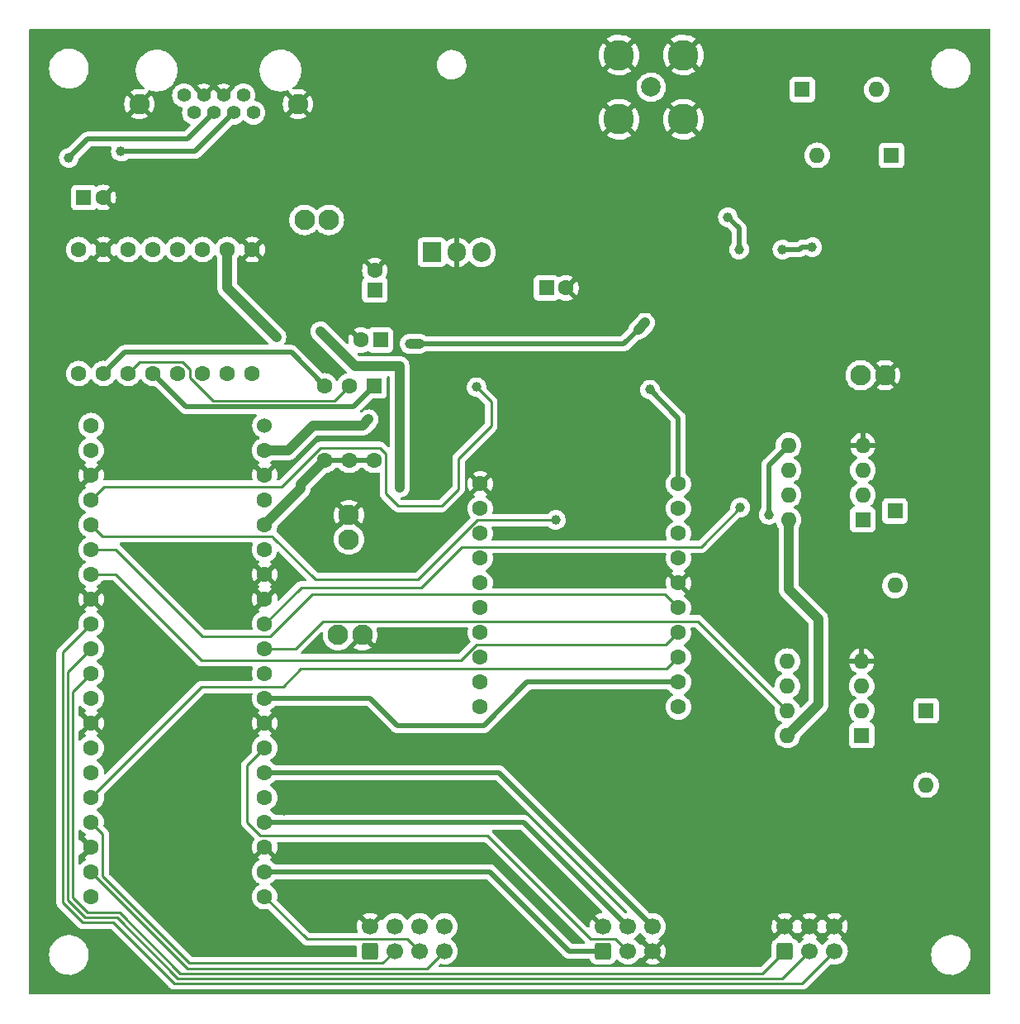
<source format=gbl>
G04 #@! TF.GenerationSoftware,KiCad,Pcbnew,6.0.5-a6ca702e91~116~ubuntu20.04.1*
G04 #@! TF.CreationDate,2022-05-24T15:20:49-04:00*
G04 #@! TF.ProjectId,magloop_pico,6d61676c-6f6f-4705-9f70-69636f2e6b69,1.0*
G04 #@! TF.SameCoordinates,Original*
G04 #@! TF.FileFunction,Copper,L2,Bot*
G04 #@! TF.FilePolarity,Positive*
%FSLAX46Y46*%
G04 Gerber Fmt 4.6, Leading zero omitted, Abs format (unit mm)*
G04 Created by KiCad (PCBNEW 6.0.5-a6ca702e91~116~ubuntu20.04.1) date 2022-05-24 15:20:49*
%MOMM*%
%LPD*%
G01*
G04 APERTURE LIST*
G04 Aperture macros list*
%AMRoundRect*
0 Rectangle with rounded corners*
0 $1 Rounding radius*
0 $2 $3 $4 $5 $6 $7 $8 $9 X,Y pos of 4 corners*
0 Add a 4 corners polygon primitive as box body*
4,1,4,$2,$3,$4,$5,$6,$7,$8,$9,$2,$3,0*
0 Add four circle primitives for the rounded corners*
1,1,$1+$1,$2,$3*
1,1,$1+$1,$4,$5*
1,1,$1+$1,$6,$7*
1,1,$1+$1,$8,$9*
0 Add four rect primitives between the rounded corners*
20,1,$1+$1,$2,$3,$4,$5,0*
20,1,$1+$1,$4,$5,$6,$7,0*
20,1,$1+$1,$6,$7,$8,$9,0*
20,1,$1+$1,$8,$9,$2,$3,0*%
G04 Aperture macros list end*
G04 #@! TA.AperFunction,ComponentPad*
%ADD10R,1.600000X1.600000*%
G04 #@! TD*
G04 #@! TA.AperFunction,ComponentPad*
%ADD11O,1.600000X1.600000*%
G04 #@! TD*
G04 #@! TA.AperFunction,ComponentPad*
%ADD12RoundRect,0.250000X0.600000X-0.600000X0.600000X0.600000X-0.600000X0.600000X-0.600000X-0.600000X0*%
G04 #@! TD*
G04 #@! TA.AperFunction,ComponentPad*
%ADD13C,1.700000*%
G04 #@! TD*
G04 #@! TA.AperFunction,ComponentPad*
%ADD14C,1.600000*%
G04 #@! TD*
G04 #@! TA.AperFunction,ComponentPad*
%ADD15R,1.905000X2.000000*%
G04 #@! TD*
G04 #@! TA.AperFunction,ComponentPad*
%ADD16O,1.905000X2.000000*%
G04 #@! TD*
G04 #@! TA.AperFunction,ComponentPad*
%ADD17C,1.524000*%
G04 #@! TD*
G04 #@! TA.AperFunction,ComponentPad*
%ADD18C,2.100000*%
G04 #@! TD*
G04 #@! TA.AperFunction,ComponentPad*
%ADD19C,1.397000*%
G04 #@! TD*
G04 #@! TA.AperFunction,ComponentPad*
%ADD20C,2.082800*%
G04 #@! TD*
G04 #@! TA.AperFunction,ComponentPad*
%ADD21C,2.000000*%
G04 #@! TD*
G04 #@! TA.AperFunction,ComponentPad*
%ADD22C,3.126000*%
G04 #@! TD*
G04 #@! TA.AperFunction,ViaPad*
%ADD23C,1.000000*%
G04 #@! TD*
G04 #@! TA.AperFunction,Conductor*
%ADD24C,0.508000*%
G04 #@! TD*
G04 #@! TA.AperFunction,Conductor*
%ADD25C,1.016000*%
G04 #@! TD*
G04 #@! TA.AperFunction,Conductor*
%ADD26C,0.254000*%
G04 #@! TD*
G04 APERTURE END LIST*
D10*
X169418000Y-56261000D03*
D11*
X177038000Y-56261000D03*
D10*
X178562000Y-62992000D03*
D11*
X170942000Y-62992000D03*
D10*
X182118000Y-119888000D03*
D11*
X182118000Y-127508000D03*
D12*
X125095000Y-144516500D03*
D13*
X125095000Y-141976500D03*
X127635000Y-144516500D03*
X127635000Y-141976500D03*
X130175000Y-144516500D03*
X130175000Y-141976500D03*
X132715000Y-144516500D03*
X132715000Y-141976500D03*
D14*
X136398000Y-96647000D03*
X136398000Y-99187000D03*
X136398000Y-101727000D03*
X136398000Y-104267000D03*
X136398000Y-106807000D03*
X136398000Y-109347000D03*
X136398000Y-111887000D03*
X136398000Y-114427000D03*
X136398000Y-116967000D03*
X136398000Y-119507000D03*
X156718000Y-119507000D03*
X156718000Y-116967000D03*
X156718000Y-114427000D03*
X156718000Y-111887000D03*
X156718000Y-109347000D03*
X156718000Y-106807000D03*
X156718000Y-104267000D03*
X156718000Y-101727000D03*
X156718000Y-99187000D03*
X156718000Y-96647000D03*
D10*
X175504000Y-122418000D03*
D11*
X175504000Y-119878000D03*
X175504000Y-117338000D03*
X175504000Y-114798000D03*
X167884000Y-114798000D03*
X167884000Y-117338000D03*
X167884000Y-119878000D03*
X167884000Y-122418000D03*
D14*
X113030000Y-72644000D03*
X110490000Y-72644000D03*
X107950000Y-72644000D03*
X105410000Y-72644000D03*
X102870000Y-72644000D03*
X100330000Y-72644000D03*
X97790000Y-72644000D03*
X95250000Y-72644000D03*
X95250000Y-85344000D03*
X97790000Y-85344000D03*
X100330000Y-85344000D03*
X102870000Y-85344000D03*
X105410000Y-85344000D03*
X107950000Y-85344000D03*
X110490000Y-85344000D03*
X113030000Y-85344000D03*
D10*
X178923000Y-99421000D03*
D11*
X178923000Y-107041000D03*
D10*
X175621000Y-100310000D03*
D11*
X175621000Y-97770000D03*
X175621000Y-95230000D03*
X175621000Y-92690000D03*
X168001000Y-92690000D03*
X168001000Y-95230000D03*
X168001000Y-97770000D03*
X168001000Y-100310000D03*
D10*
X125603000Y-76774113D03*
D14*
X125603000Y-74774113D03*
D15*
X131445000Y-72924000D03*
D16*
X133985000Y-72924000D03*
X136525000Y-72924000D03*
D10*
X143189888Y-76581000D03*
D14*
X145189888Y-76581000D03*
D10*
X126177113Y-81915000D03*
D14*
X124177113Y-81915000D03*
D12*
X148966000Y-144516500D03*
D13*
X148966000Y-141976500D03*
X151506000Y-144516500D03*
X151506000Y-141976500D03*
X154046000Y-144516500D03*
X154046000Y-141976500D03*
D14*
X96520000Y-90678000D03*
X96520000Y-93218000D03*
X96520000Y-95758000D03*
X96520000Y-98298000D03*
X96520000Y-100838000D03*
X96520000Y-103378000D03*
X96520000Y-105918000D03*
X96520000Y-108458000D03*
X96520000Y-110998000D03*
X96520000Y-113538000D03*
X96520000Y-116078000D03*
X96520000Y-118618000D03*
X96520000Y-121158000D03*
X96520000Y-123698000D03*
X96520000Y-126238000D03*
X96520000Y-128778000D03*
X96520000Y-131318000D03*
X96520000Y-133858000D03*
X96520000Y-136398000D03*
X96520000Y-138938000D03*
X114300000Y-138938000D03*
X114300000Y-136398000D03*
X114300000Y-133858000D03*
X114300000Y-131318000D03*
X114300000Y-128778000D03*
X114300000Y-126238000D03*
X114300000Y-123698000D03*
X114300000Y-121158000D03*
X114300000Y-118618000D03*
X114300000Y-116078000D03*
X114300000Y-113538000D03*
X114300000Y-110998000D03*
X114300000Y-108458000D03*
X114300000Y-105918000D03*
X114300000Y-103378000D03*
X114300000Y-100838000D03*
X114300000Y-98298000D03*
X114300000Y-95758000D03*
X114300000Y-93218000D03*
D17*
X114300000Y-90678000D03*
D10*
X95758000Y-67310000D03*
D14*
X97758000Y-67310000D03*
D18*
X124328000Y-112141000D03*
X121828000Y-112141000D03*
D10*
X125528000Y-86614000D03*
D14*
X122988000Y-86614000D03*
X120448000Y-86614000D03*
X120448000Y-94234000D03*
X122988000Y-94234000D03*
X125528000Y-94234000D03*
D12*
X167640000Y-144526000D03*
D13*
X167640000Y-141986000D03*
X170180000Y-144526000D03*
X170180000Y-141986000D03*
X172720000Y-144526000D03*
X172720000Y-141986000D03*
D19*
X106027416Y-56849118D03*
X107043416Y-58627118D03*
X108059416Y-56849118D03*
X109075416Y-58627118D03*
X110091416Y-56849118D03*
X111107416Y-58627118D03*
X112123416Y-56849118D03*
X113139416Y-58627118D03*
D20*
X101455416Y-57738118D03*
X117711416Y-57738118D03*
D21*
X153924000Y-56007000D03*
D22*
X157224000Y-59307000D03*
X150624000Y-59307000D03*
X157224000Y-52707000D03*
X150624000Y-52707000D03*
D18*
X122941000Y-102338000D03*
X122941000Y-99838000D03*
X118388000Y-69601000D03*
X120888000Y-69601000D03*
X175411000Y-85512500D03*
X177911000Y-85512500D03*
D23*
X148844000Y-118364000D03*
X170434000Y-107188000D03*
X165735000Y-85471000D03*
X182753000Y-103759000D03*
X97663000Y-87503000D03*
X163322000Y-75184000D03*
X173228000Y-97536000D03*
X178816000Y-57277000D03*
X117602000Y-79375000D03*
X142494000Y-97282000D03*
X166370000Y-133731000D03*
X130302000Y-97155000D03*
X142113000Y-91694000D03*
X139954000Y-123444000D03*
X125603000Y-68326000D03*
X146558000Y-105410000D03*
X148209000Y-80518000D03*
X182880000Y-92075000D03*
X140081000Y-133223000D03*
X119888000Y-120142000D03*
X171450000Y-148082000D03*
X130810000Y-137922000D03*
X179070000Y-75819000D03*
X121412000Y-127635000D03*
X183007000Y-64262000D03*
X158623000Y-112649000D03*
X149225000Y-75946000D03*
X110998000Y-144399000D03*
X90932000Y-122809000D03*
X180213000Y-146431000D03*
X129921000Y-87884000D03*
X104267000Y-95504000D03*
X157734000Y-80264000D03*
X154940000Y-91440000D03*
X112141000Y-116078000D03*
X104394000Y-141732000D03*
X108839000Y-75946000D03*
X130810000Y-128778000D03*
X115824000Y-124968000D03*
X108712000Y-110744000D03*
X126492000Y-100584000D03*
X100711000Y-64135000D03*
X96393000Y-76327000D03*
X165735000Y-104648000D03*
X152019000Y-66167000D03*
X186690000Y-103759000D03*
X104521000Y-106680000D03*
X170815000Y-124587000D03*
X98552000Y-114300000D03*
X143002000Y-66167000D03*
X181483000Y-56007000D03*
X122174000Y-144526000D03*
X104013000Y-113157000D03*
X147828000Y-97790000D03*
X130175000Y-103632000D03*
X181991000Y-51689000D03*
X107442000Y-54229000D03*
X114808000Y-141605000D03*
X169164000Y-113030000D03*
X183007000Y-71755000D03*
X186817000Y-92456000D03*
X171450000Y-65151000D03*
X173863000Y-54991000D03*
X156972000Y-132334000D03*
X104140000Y-89662000D03*
X138303000Y-105410000D03*
X185801000Y-64262000D03*
X124968000Y-96266000D03*
X106553000Y-81788000D03*
X178562000Y-116332000D03*
X179959000Y-90297000D03*
X130810000Y-124587000D03*
X134493000Y-143256000D03*
X135636000Y-88265000D03*
X144399000Y-130302000D03*
X104140000Y-75184000D03*
X126873000Y-122301000D03*
X97790000Y-147193000D03*
X179959000Y-81026000D03*
X139446000Y-129667000D03*
X164719000Y-63246000D03*
X166624000Y-67818000D03*
X172847000Y-113030000D03*
X143510000Y-69088000D03*
X176657000Y-64897000D03*
X175514000Y-132080000D03*
X170942000Y-51689000D03*
X137261600Y-80721200D03*
X173863000Y-61087000D03*
X110998000Y-128143000D03*
X116332000Y-130175000D03*
X153670000Y-82550000D03*
X165227000Y-80899000D03*
X153289000Y-95758000D03*
X172847000Y-70739000D03*
X154686000Y-118364000D03*
X101981000Y-110998000D03*
X94996000Y-79502000D03*
X103505000Y-66802000D03*
X139954000Y-52197000D03*
X166243000Y-124333000D03*
X120015000Y-105283000D03*
X91948000Y-141351000D03*
X98679000Y-128905000D03*
X134874000Y-128905000D03*
X111379000Y-54229000D03*
X116332000Y-65659000D03*
X185039000Y-59436000D03*
X173990000Y-75184000D03*
X139827000Y-63500000D03*
X160401000Y-120142000D03*
X180721000Y-69850000D03*
X176784000Y-108077000D03*
X112014000Y-90932000D03*
X145796000Y-143002000D03*
X158369000Y-91440000D03*
X103505000Y-119761000D03*
X153543000Y-70485000D03*
X130810000Y-134493000D03*
X186690000Y-80899000D03*
X108458000Y-118999000D03*
X160909000Y-145415000D03*
X138785600Y-80975200D03*
X148463000Y-87376000D03*
X182372000Y-78867000D03*
X145288000Y-87376000D03*
X116332000Y-101346000D03*
X97536000Y-51816000D03*
X130048000Y-92075000D03*
X130429000Y-112776000D03*
X99949000Y-77470000D03*
X167386000Y-75311000D03*
X135890000Y-68326000D03*
X116332000Y-134620000D03*
X146812000Y-91440000D03*
X185801000Y-71755000D03*
X174879000Y-80899000D03*
X121412000Y-84963000D03*
X142748000Y-145288000D03*
X158369000Y-94615000D03*
X104902000Y-122555000D03*
X107315000Y-95504000D03*
X118110000Y-140716000D03*
X120523000Y-72136000D03*
X186055000Y-122936000D03*
X187198000Y-140589000D03*
X90678000Y-74549000D03*
X119507000Y-113411000D03*
X99314000Y-70485000D03*
X101092000Y-103378000D03*
X163703000Y-128016000D03*
X153289000Y-139065000D03*
X145288000Y-80518000D03*
X158115000Y-86868000D03*
X167640000Y-80391000D03*
X142113000Y-118364000D03*
X94488000Y-59182000D03*
X91694000Y-56896000D03*
X161036000Y-110998000D03*
X90678000Y-107696000D03*
X153797000Y-86995000D03*
X129159000Y-82296000D03*
X153289000Y-80137000D03*
X130175000Y-82296000D03*
X152590500Y-80835500D03*
X167386000Y-72644000D03*
X170434000Y-72390000D03*
X165969000Y-99802000D03*
X99568000Y-62611000D03*
X94234000Y-63246000D03*
X115506500Y-81597500D03*
X114554000Y-80645000D03*
X163068000Y-99060000D03*
X136017000Y-86741000D03*
X144145000Y-100330000D03*
X162941000Y-72644000D03*
X161798000Y-69342000D03*
X124968000Y-90043000D03*
X123825000Y-90678000D03*
X120015000Y-81026000D03*
X128143000Y-97028000D03*
X121221500Y-82232500D03*
X128143000Y-95631000D03*
D24*
X156718000Y-89916000D02*
X153797000Y-86995000D01*
X156718000Y-96647000D02*
X156718000Y-89916000D01*
X151130000Y-82296000D02*
X152590500Y-80835500D01*
X130175000Y-82296000D02*
X151130000Y-82296000D01*
D25*
X153289000Y-80137000D02*
X152590500Y-80835500D01*
X129286000Y-82296000D02*
X130175000Y-82296000D01*
D24*
X169164000Y-72644000D02*
X169418000Y-72390000D01*
X169418000Y-72390000D02*
X170434000Y-72390000D01*
X167386000Y-72644000D02*
X169164000Y-72644000D01*
X165969000Y-94722000D02*
X165969000Y-99802000D01*
X168001000Y-92690000D02*
X165969000Y-94722000D01*
X99568000Y-62611000D02*
X107123534Y-62611000D01*
X107123534Y-62611000D02*
X111107416Y-58627118D01*
X106172000Y-61341000D02*
X96139000Y-61341000D01*
X96139000Y-61341000D02*
X94234000Y-63246000D01*
X109075416Y-58627118D02*
X106361534Y-61341000D01*
X106361534Y-61341000D02*
X106172000Y-61341000D01*
D26*
X99187480Y-141096520D02*
X105410480Y-147319520D01*
X94107480Y-115950520D02*
X94107480Y-139318520D01*
X94107480Y-139318520D02*
X95885480Y-141096520D01*
X105410480Y-147319520D02*
X167386480Y-147319520D01*
X95885480Y-141096520D02*
X99187480Y-141096520D01*
X167386480Y-147319520D02*
X170180000Y-144526000D01*
X96520000Y-113538000D02*
X94107480Y-115950520D01*
D24*
X145504663Y-144516500D02*
X137414000Y-136425837D01*
X148966000Y-144516500D02*
X145504663Y-144516500D01*
X137414000Y-136425837D02*
X137414000Y-136398000D01*
X114300000Y-136398000D02*
X137414000Y-136398000D01*
D25*
X117983000Y-96699000D02*
X117983000Y-97155000D01*
X114300000Y-100838000D02*
X117983000Y-97155000D01*
D24*
X120448000Y-94234000D02*
X122988000Y-94234000D01*
X125528000Y-94234000D02*
X122988000Y-94234000D01*
D25*
X110490000Y-76581000D02*
X110490000Y-72644000D01*
X120448000Y-94234000D02*
X117983000Y-96699000D01*
X115506500Y-81597500D02*
X110490000Y-76581000D01*
D26*
X150275480Y-143285980D02*
X147730980Y-143285980D01*
X137122489Y-132677489D02*
X113881489Y-132677489D01*
X113881489Y-132677489D02*
X112522000Y-131318000D01*
X114300000Y-123698000D02*
X112522480Y-125475520D01*
X112522480Y-125475520D02*
X112522480Y-131317520D01*
X151506000Y-144516500D02*
X150275480Y-143285980D01*
X112522480Y-131317520D02*
X112522000Y-131318000D01*
X147730980Y-143285980D02*
X137122489Y-132677489D01*
D24*
X151506000Y-141976500D02*
X140847500Y-131318000D01*
X140847500Y-131318000D02*
X114300000Y-131318000D01*
X154046000Y-141976500D02*
X138307500Y-126238000D01*
X114300000Y-126238000D02*
X138307500Y-126238000D01*
D26*
X130927500Y-146304000D02*
X106426000Y-146304000D01*
X106426000Y-146304000D02*
X96520000Y-136398000D01*
X132715000Y-144516500D02*
X130927500Y-146304000D01*
X126404480Y-145747020D02*
X106586762Y-145747020D01*
X97700511Y-132498511D02*
X96520000Y-131318000D01*
X127635000Y-144516500D02*
X126404480Y-145747020D01*
X97700511Y-136860769D02*
X97700511Y-132498511D01*
X106586762Y-145747020D02*
X97700511Y-136860769D01*
X118647980Y-143285980D02*
X128944480Y-143285980D01*
X114300000Y-138938000D02*
X118647980Y-143285980D01*
X128944480Y-143285980D02*
X130175000Y-144516500D01*
X134530511Y-103086489D02*
X159041511Y-103086489D01*
X114300000Y-110998000D02*
X118046500Y-107251500D01*
X130365500Y-107251500D02*
X134530511Y-103086489D01*
X159041511Y-103086489D02*
X163068000Y-99060000D01*
X118046500Y-107251500D02*
X130365500Y-107251500D01*
X117475000Y-113538000D02*
X120306511Y-110706489D01*
X114300000Y-113538000D02*
X117475000Y-113538000D01*
X167884000Y-119878000D02*
X158712489Y-110706489D01*
X120306511Y-110706489D02*
X158712489Y-110706489D01*
X167640000Y-144526000D02*
X165354000Y-146812000D01*
X96139000Y-140589000D02*
X99441960Y-140589000D01*
X99441960Y-140589000D02*
X105664480Y-146811520D01*
X165353520Y-146811520D02*
X165354000Y-146812000D01*
X94615000Y-117983000D02*
X94615000Y-139065000D01*
X94615000Y-139065000D02*
X96139000Y-140589000D01*
X96520000Y-116078000D02*
X94615000Y-117983000D01*
X105664480Y-146811520D02*
X165353520Y-146811520D01*
X95632920Y-141605000D02*
X98807920Y-141605000D01*
X169418960Y-147827040D02*
X172720000Y-144526000D01*
X93599960Y-113918040D02*
X93599960Y-139572040D01*
X96520000Y-110998000D02*
X93599960Y-113918040D01*
X105029960Y-147827040D02*
X169418960Y-147827040D01*
X93599960Y-139572040D02*
X95631960Y-141604040D01*
X98807920Y-141605000D02*
X105029960Y-147827040D01*
X95631960Y-141604040D02*
X95632920Y-141605000D01*
X134166252Y-94052748D02*
X134166252Y-97209252D01*
X96520000Y-98298000D02*
X97879489Y-96938511D01*
X132451752Y-98923752D02*
X134166252Y-97209252D01*
X126111000Y-92964000D02*
X126746000Y-93599000D01*
X97879489Y-96938511D02*
X116040489Y-96938511D01*
X116040489Y-96938511D02*
X120015000Y-92964000D01*
X126746000Y-93599000D02*
X126746000Y-97663000D01*
X132451752Y-98923752D02*
X128006752Y-98923752D01*
X128006752Y-98923752D02*
X126746000Y-97663000D01*
X137541000Y-88265000D02*
X137541000Y-90678000D01*
X120015000Y-92964000D02*
X126111000Y-92964000D01*
X136016520Y-92202480D02*
X134166252Y-94052748D01*
X136016520Y-92202480D02*
X137541000Y-90678000D01*
X136017000Y-86741000D02*
X137541000Y-88265000D01*
X130029504Y-106426000D02*
X119507000Y-106426000D01*
X144145000Y-100330000D02*
X144107489Y-100367511D01*
X97700511Y-102018511D02*
X115151489Y-102018511D01*
X119507000Y-106426000D02*
X115151489Y-102070489D01*
X115151489Y-102070489D02*
X115151489Y-102018511D01*
X96520000Y-100838000D02*
X97700511Y-102018511D01*
X136087993Y-100367511D02*
X130029504Y-106426000D01*
X144107489Y-100367511D02*
X136087993Y-100367511D01*
X99060000Y-105918000D02*
X96520000Y-105918000D01*
X135998504Y-113157000D02*
X155448000Y-113157000D01*
X107860511Y-114718511D02*
X99060000Y-105918000D01*
X134436993Y-114718511D02*
X135998504Y-113157000D01*
X107860511Y-114718511D02*
X134436993Y-114718511D01*
X155448000Y-113157000D02*
X156718000Y-111887000D01*
D24*
X162941000Y-72644000D02*
X162941000Y-70485000D01*
X162941000Y-70485000D02*
X161798000Y-69342000D01*
D25*
X171069000Y-119233000D02*
X167884000Y-122418000D01*
X168001000Y-107422000D02*
X171069000Y-110490000D01*
X168001000Y-100310000D02*
X168001000Y-107422000D01*
X171069000Y-110490000D02*
X171069000Y-119233000D01*
D26*
X105898985Y-84163489D02*
X106680000Y-84944504D01*
X121501020Y-88100980D02*
X122988000Y-86614000D01*
X106680000Y-84944504D02*
X106680000Y-85743496D01*
X100330000Y-85344000D02*
X101510511Y-84163489D01*
X101510511Y-84163489D02*
X105898985Y-84163489D01*
X106680000Y-85743496D02*
X109037484Y-88100980D01*
X109037484Y-88100980D02*
X121501020Y-88100980D01*
D24*
X125528000Y-86614000D02*
X123406500Y-88735500D01*
X102870000Y-85344000D02*
X106261500Y-88735500D01*
X106261500Y-88735500D02*
X123406500Y-88735500D01*
X117019000Y-83185000D02*
X99949000Y-83185000D01*
X99949000Y-83185000D02*
X97790000Y-85344000D01*
X120448000Y-86614000D02*
X117019000Y-83185000D01*
X141224000Y-116967000D02*
X136779000Y-121412000D01*
X125095000Y-118618000D02*
X127889000Y-121412000D01*
X136779000Y-121412000D02*
X127889000Y-121412000D01*
X156718000Y-116967000D02*
X141224000Y-116967000D01*
X114300000Y-118618000D02*
X125095000Y-118618000D01*
D25*
X119253000Y-90678000D02*
X124333000Y-90678000D01*
X114300000Y-93218000D02*
X116713000Y-93218000D01*
X116713000Y-93218000D02*
X119253000Y-90678000D01*
X124333000Y-90678000D02*
X124968000Y-90043000D01*
D26*
X155537489Y-115607511D02*
X118002015Y-115607511D01*
X116172037Y-117437489D02*
X107860511Y-117437489D01*
X156718000Y-114427000D02*
X155537489Y-115607511D01*
X118002015Y-115607511D02*
X116172037Y-117437489D01*
X107860511Y-117437489D02*
X96520000Y-128778000D01*
X119158963Y-107987511D02*
X114878474Y-112268000D01*
X99060000Y-103378000D02*
X96520000Y-103378000D01*
X155358511Y-107987511D02*
X119158963Y-107987511D01*
X114878474Y-112268000D02*
X107950000Y-112268000D01*
X107950000Y-112268000D02*
X99060000Y-103378000D01*
X156718000Y-109347000D02*
X155358511Y-107987511D01*
D25*
X123571000Y-84582000D02*
X121221500Y-82232500D01*
X128143000Y-84582000D02*
X123571000Y-84582000D01*
X121221500Y-82232500D02*
X120015000Y-81026000D01*
X128143000Y-97028000D02*
X128143000Y-84582000D01*
G04 #@! TA.AperFunction,Conductor*
G36*
X188663621Y-50058502D02*
G01*
X188710114Y-50112158D01*
X188721500Y-50164500D01*
X188721500Y-148844500D01*
X188701498Y-148912621D01*
X188647842Y-148959114D01*
X188595500Y-148970500D01*
X90296500Y-148970500D01*
X90228379Y-148950498D01*
X90181886Y-148896842D01*
X90170500Y-148844500D01*
X90170500Y-144885666D01*
X92196863Y-144885666D01*
X92197276Y-144892821D01*
X92212815Y-145162335D01*
X92213640Y-145166542D01*
X92213641Y-145166547D01*
X92235636Y-145278652D01*
X92266169Y-145434279D01*
X92267556Y-145438330D01*
X92352830Y-145687396D01*
X92355935Y-145696466D01*
X92399656Y-145783395D01*
X92452143Y-145887753D01*
X92480454Y-145944044D01*
X92517958Y-145998613D01*
X92589263Y-146102362D01*
X92637421Y-146172433D01*
X92823932Y-146377405D01*
X92827221Y-146380155D01*
X93033243Y-146552417D01*
X93033248Y-146552421D01*
X93036535Y-146555169D01*
X93090976Y-146589320D01*
X93267656Y-146700152D01*
X93267660Y-146700154D01*
X93271296Y-146702435D01*
X93523872Y-146816477D01*
X93527992Y-146817697D01*
X93527991Y-146817697D01*
X93785475Y-146893967D01*
X93785479Y-146893968D01*
X93789588Y-146895185D01*
X93793825Y-146895833D01*
X93793828Y-146895834D01*
X94022846Y-146930879D01*
X94063527Y-146937104D01*
X94204602Y-146939320D01*
X94336330Y-146941390D01*
X94336336Y-146941390D01*
X94340621Y-146941457D01*
X94615742Y-146908164D01*
X94883800Y-146837840D01*
X95139833Y-146731788D01*
X95379104Y-146591969D01*
X95597186Y-146420971D01*
X95636740Y-146380155D01*
X95787060Y-146225036D01*
X95790043Y-146221958D01*
X95792576Y-146218510D01*
X95792580Y-146218505D01*
X95951568Y-146002068D01*
X95954106Y-145998613D01*
X95995553Y-145922277D01*
X96084290Y-145758844D01*
X96084291Y-145758842D01*
X96086340Y-145755068D01*
X96184298Y-145495830D01*
X96217089Y-145352658D01*
X96245210Y-145229876D01*
X96245211Y-145229871D01*
X96246167Y-145225696D01*
X96270802Y-144949665D01*
X96271249Y-144907000D01*
X96270281Y-144892805D01*
X96252692Y-144634791D01*
X96252691Y-144634785D01*
X96252400Y-144630514D01*
X96245234Y-144595908D01*
X96197071Y-144363340D01*
X96196202Y-144359143D01*
X96103695Y-144097911D01*
X95976590Y-143851650D01*
X95970638Y-143843180D01*
X95819707Y-143628428D01*
X95819706Y-143628427D01*
X95817240Y-143624918D01*
X95628593Y-143421909D01*
X95608250Y-143405258D01*
X95458436Y-143282638D01*
X95414140Y-143246382D01*
X95177849Y-143101583D01*
X95173932Y-143099864D01*
X95173929Y-143099862D01*
X94993526Y-143020671D01*
X94924093Y-142990192D01*
X94919965Y-142989016D01*
X94919962Y-142989015D01*
X94837917Y-142965644D01*
X94657568Y-142914270D01*
X94653326Y-142913666D01*
X94653320Y-142913665D01*
X94387455Y-142875827D01*
X94383204Y-142875222D01*
X94237115Y-142874457D01*
X94110366Y-142873793D01*
X94110360Y-142873793D01*
X94106080Y-142873771D01*
X94101835Y-142874330D01*
X94101833Y-142874330D01*
X94090463Y-142875827D01*
X93831323Y-142909944D01*
X93564017Y-142983070D01*
X93560069Y-142984754D01*
X93313060Y-143090112D01*
X93313056Y-143090114D01*
X93309108Y-143091798D01*
X93189028Y-143163665D01*
X93074996Y-143231911D01*
X93074992Y-143231914D01*
X93071314Y-143234115D01*
X92855035Y-143407387D01*
X92664273Y-143608409D01*
X92566959Y-143743835D01*
X92515019Y-143816118D01*
X92502557Y-143833460D01*
X92372880Y-144078376D01*
X92277643Y-144338626D01*
X92218606Y-144609392D01*
X92218270Y-144613662D01*
X92202856Y-144809523D01*
X92196863Y-144885666D01*
X90170500Y-144885666D01*
X90170500Y-113897919D01*
X92959725Y-113897919D01*
X92960471Y-113905811D01*
X92963901Y-113942096D01*
X92964460Y-113953954D01*
X92964460Y-139493020D01*
X92963930Y-139504254D01*
X92962252Y-139511759D01*
X92962501Y-139519678D01*
X92964398Y-139580052D01*
X92964460Y-139584009D01*
X92964460Y-139612023D01*
X92964956Y-139615948D01*
X92964956Y-139615949D01*
X92964968Y-139616044D01*
X92965901Y-139627889D01*
X92967295Y-139672245D01*
X92969507Y-139679857D01*
X92972973Y-139691788D01*
X92976983Y-139711152D01*
X92979533Y-139731339D01*
X92982449Y-139738703D01*
X92982450Y-139738708D01*
X92995867Y-139772596D01*
X92999712Y-139783825D01*
X93012091Y-139826433D01*
X93016129Y-139833260D01*
X93016130Y-139833263D01*
X93022448Y-139843946D01*
X93031148Y-139861704D01*
X93035721Y-139873255D01*
X93035725Y-139873261D01*
X93038641Y-139880628D01*
X93043299Y-139887039D01*
X93043300Y-139887041D01*
X93064724Y-139916528D01*
X93071241Y-139926450D01*
X93089786Y-139957808D01*
X93089789Y-139957812D01*
X93093826Y-139964638D01*
X93108210Y-139979022D01*
X93121051Y-139994056D01*
X93133018Y-140010527D01*
X93139126Y-140015580D01*
X93167215Y-140038817D01*
X93175995Y-140046807D01*
X95127670Y-141998483D01*
X95135246Y-142006809D01*
X95139367Y-142013303D01*
X95145142Y-142018726D01*
X95189189Y-142060089D01*
X95192031Y-142062844D01*
X95211826Y-142082639D01*
X95214957Y-142085068D01*
X95214962Y-142085072D01*
X95215048Y-142085139D01*
X95224073Y-142092847D01*
X95256414Y-142123217D01*
X95263359Y-142127035D01*
X95263363Y-142127038D01*
X95274254Y-142133026D01*
X95290775Y-142143878D01*
X95306854Y-142156350D01*
X95347575Y-142173971D01*
X95358231Y-142179192D01*
X95390165Y-142196748D01*
X95390171Y-142196750D01*
X95397117Y-142200569D01*
X95404792Y-142202540D01*
X95404798Y-142202542D01*
X95416831Y-142205631D01*
X95435533Y-142212034D01*
X95454212Y-142220117D01*
X95462038Y-142221357D01*
X95462043Y-142221358D01*
X95498040Y-142227060D01*
X95509660Y-142229466D01*
X95544957Y-142238528D01*
X95552638Y-142240500D01*
X95572986Y-142240500D01*
X95592698Y-142242051D01*
X95612800Y-142245235D01*
X95656975Y-142241059D01*
X95668834Y-142240500D01*
X98492498Y-142240500D01*
X98560619Y-142260502D01*
X98581593Y-142277405D01*
X104524705Y-148220517D01*
X104532282Y-148228843D01*
X104536407Y-148235343D01*
X104542185Y-148240769D01*
X104542186Y-148240770D01*
X104586241Y-148282140D01*
X104589083Y-148284895D01*
X104608866Y-148304678D01*
X104612074Y-148307166D01*
X104621103Y-148314877D01*
X104653454Y-148345257D01*
X104660403Y-148349077D01*
X104671289Y-148355062D01*
X104687813Y-148365916D01*
X104703893Y-148378389D01*
X104711170Y-148381538D01*
X104744610Y-148396009D01*
X104755271Y-148401232D01*
X104787207Y-148418789D01*
X104787212Y-148418791D01*
X104794157Y-148422609D01*
X104801831Y-148424579D01*
X104801838Y-148424582D01*
X104813873Y-148427672D01*
X104832578Y-148434076D01*
X104843973Y-148439007D01*
X104851252Y-148442157D01*
X104866361Y-148444550D01*
X104895087Y-148449100D01*
X104906700Y-148451505D01*
X104949678Y-148462540D01*
X104970025Y-148462540D01*
X104989737Y-148464091D01*
X105009839Y-148467275D01*
X105017731Y-148466529D01*
X105054016Y-148463099D01*
X105065874Y-148462540D01*
X169339940Y-148462540D01*
X169351174Y-148463070D01*
X169358679Y-148464748D01*
X169426972Y-148462602D01*
X169430929Y-148462540D01*
X169458943Y-148462540D01*
X169462868Y-148462044D01*
X169462869Y-148462044D01*
X169462964Y-148462032D01*
X169474809Y-148461099D01*
X169504630Y-148460162D01*
X169511242Y-148459954D01*
X169511243Y-148459954D01*
X169519165Y-148459705D01*
X169538709Y-148454027D01*
X169558072Y-148450017D01*
X169570400Y-148448460D01*
X169570402Y-148448460D01*
X169578259Y-148447467D01*
X169585623Y-148444551D01*
X169585628Y-148444550D01*
X169619516Y-148431133D01*
X169630745Y-148427288D01*
X169647425Y-148422442D01*
X169673353Y-148414909D01*
X169680180Y-148410871D01*
X169680183Y-148410870D01*
X169690866Y-148404552D01*
X169708624Y-148395852D01*
X169720175Y-148391279D01*
X169720181Y-148391275D01*
X169727548Y-148388359D01*
X169736937Y-148381538D01*
X169763448Y-148362276D01*
X169773370Y-148355759D01*
X169804728Y-148337214D01*
X169804732Y-148337211D01*
X169811558Y-148333174D01*
X169825942Y-148318790D01*
X169840976Y-148305949D01*
X169851033Y-148298642D01*
X169857447Y-148293982D01*
X169885738Y-148259784D01*
X169893727Y-148251005D01*
X172266900Y-145877833D01*
X172329212Y-145843807D01*
X172381112Y-145843457D01*
X172558597Y-145879567D01*
X172563772Y-145879757D01*
X172563774Y-145879757D01*
X172776673Y-145887564D01*
X172776677Y-145887564D01*
X172781837Y-145887753D01*
X172786957Y-145887097D01*
X172786959Y-145887097D01*
X172998288Y-145860025D01*
X172998289Y-145860025D01*
X173003416Y-145859368D01*
X173008366Y-145857883D01*
X173212429Y-145796661D01*
X173212434Y-145796659D01*
X173217384Y-145795174D01*
X173417994Y-145696896D01*
X173599860Y-145567173D01*
X173758096Y-145409489D01*
X173764923Y-145399989D01*
X173885435Y-145232277D01*
X173888453Y-145228077D01*
X173890957Y-145223012D01*
X173985136Y-145032453D01*
X173985137Y-145032451D01*
X173987430Y-145027811D01*
X174030617Y-144885666D01*
X182620863Y-144885666D01*
X182621276Y-144892821D01*
X182636815Y-145162335D01*
X182637640Y-145166542D01*
X182637641Y-145166547D01*
X182659636Y-145278652D01*
X182690169Y-145434279D01*
X182691556Y-145438330D01*
X182776830Y-145687396D01*
X182779935Y-145696466D01*
X182823656Y-145783395D01*
X182876143Y-145887753D01*
X182904454Y-145944044D01*
X182941958Y-145998613D01*
X183013263Y-146102362D01*
X183061421Y-146172433D01*
X183247932Y-146377405D01*
X183251221Y-146380155D01*
X183457243Y-146552417D01*
X183457248Y-146552421D01*
X183460535Y-146555169D01*
X183514976Y-146589320D01*
X183691656Y-146700152D01*
X183691660Y-146700154D01*
X183695296Y-146702435D01*
X183947872Y-146816477D01*
X183951992Y-146817697D01*
X183951991Y-146817697D01*
X184209475Y-146893967D01*
X184209479Y-146893968D01*
X184213588Y-146895185D01*
X184217825Y-146895833D01*
X184217828Y-146895834D01*
X184446846Y-146930879D01*
X184487527Y-146937104D01*
X184628602Y-146939320D01*
X184760330Y-146941390D01*
X184760336Y-146941390D01*
X184764621Y-146941457D01*
X185039742Y-146908164D01*
X185307800Y-146837840D01*
X185563833Y-146731788D01*
X185803104Y-146591969D01*
X186021186Y-146420971D01*
X186060740Y-146380155D01*
X186211060Y-146225036D01*
X186214043Y-146221958D01*
X186216576Y-146218510D01*
X186216580Y-146218505D01*
X186375568Y-146002068D01*
X186378106Y-145998613D01*
X186419553Y-145922277D01*
X186508290Y-145758844D01*
X186508291Y-145758842D01*
X186510340Y-145755068D01*
X186608298Y-145495830D01*
X186641089Y-145352658D01*
X186669210Y-145229876D01*
X186669211Y-145229871D01*
X186670167Y-145225696D01*
X186694802Y-144949665D01*
X186695249Y-144907000D01*
X186694281Y-144892805D01*
X186676692Y-144634791D01*
X186676691Y-144634785D01*
X186676400Y-144630514D01*
X186669234Y-144595908D01*
X186621071Y-144363340D01*
X186620202Y-144359143D01*
X186527695Y-144097911D01*
X186400590Y-143851650D01*
X186394638Y-143843180D01*
X186243707Y-143628428D01*
X186243706Y-143628427D01*
X186241240Y-143624918D01*
X186052593Y-143421909D01*
X186032250Y-143405258D01*
X185882436Y-143282638D01*
X185838140Y-143246382D01*
X185601849Y-143101583D01*
X185597932Y-143099864D01*
X185597929Y-143099862D01*
X185417526Y-143020671D01*
X185348093Y-142990192D01*
X185343965Y-142989016D01*
X185343962Y-142989015D01*
X185261917Y-142965644D01*
X185081568Y-142914270D01*
X185077326Y-142913666D01*
X185077320Y-142913665D01*
X184811455Y-142875827D01*
X184807204Y-142875222D01*
X184661115Y-142874457D01*
X184534366Y-142873793D01*
X184534360Y-142873793D01*
X184530080Y-142873771D01*
X184525835Y-142874330D01*
X184525833Y-142874330D01*
X184514463Y-142875827D01*
X184255323Y-142909944D01*
X183988017Y-142983070D01*
X183984069Y-142984754D01*
X183737060Y-143090112D01*
X183737056Y-143090114D01*
X183733108Y-143091798D01*
X183613028Y-143163665D01*
X183498996Y-143231911D01*
X183498992Y-143231914D01*
X183495314Y-143234115D01*
X183279035Y-143407387D01*
X183088273Y-143608409D01*
X182990959Y-143743835D01*
X182939019Y-143816118D01*
X182926557Y-143833460D01*
X182796880Y-144078376D01*
X182701643Y-144338626D01*
X182642606Y-144609392D01*
X182642270Y-144613662D01*
X182626856Y-144809523D01*
X182620863Y-144885666D01*
X174030617Y-144885666D01*
X174052370Y-144814069D01*
X174081529Y-144592590D01*
X174083156Y-144526000D01*
X174064852Y-144303361D01*
X174010431Y-144086702D01*
X173921354Y-143881840D01*
X173878837Y-143816118D01*
X173802822Y-143698617D01*
X173802820Y-143698614D01*
X173800014Y-143694277D01*
X173649670Y-143529051D01*
X173645619Y-143525852D01*
X173645615Y-143525848D01*
X173478414Y-143393800D01*
X173478410Y-143393798D01*
X173474359Y-143390598D01*
X173432569Y-143367529D01*
X173382598Y-143317097D01*
X173367826Y-143247654D01*
X173392942Y-143181248D01*
X173420293Y-143154642D01*
X173469247Y-143119723D01*
X173477648Y-143109023D01*
X173470660Y-143095870D01*
X172732812Y-142358022D01*
X172718868Y-142350408D01*
X172717035Y-142350539D01*
X172710420Y-142354790D01*
X171966737Y-143098473D01*
X171959977Y-143110853D01*
X171965258Y-143117907D01*
X172011969Y-143145203D01*
X172060693Y-143196841D01*
X172073764Y-143266624D01*
X172047033Y-143332396D01*
X172006584Y-143365752D01*
X171993607Y-143372507D01*
X171989474Y-143375610D01*
X171989471Y-143375612D01*
X171822639Y-143500873D01*
X171814965Y-143506635D01*
X171811393Y-143510373D01*
X171673279Y-143654901D01*
X171660629Y-143668138D01*
X171553201Y-143825621D01*
X171498293Y-143870621D01*
X171427768Y-143878792D01*
X171364021Y-143847538D01*
X171343324Y-143823054D01*
X171262822Y-143698617D01*
X171262820Y-143698614D01*
X171260014Y-143694277D01*
X171109670Y-143529051D01*
X171105619Y-143525852D01*
X171105615Y-143525848D01*
X170938414Y-143393800D01*
X170938410Y-143393798D01*
X170934359Y-143390598D01*
X170892569Y-143367529D01*
X170842598Y-143317097D01*
X170827826Y-143247654D01*
X170852942Y-143181248D01*
X170880293Y-143154642D01*
X170929247Y-143119723D01*
X170937648Y-143109023D01*
X170930660Y-143095870D01*
X170192812Y-142358022D01*
X170178868Y-142350408D01*
X170177035Y-142350539D01*
X170170420Y-142354790D01*
X169426737Y-143098473D01*
X169419977Y-143110853D01*
X169425258Y-143117907D01*
X169471969Y-143145203D01*
X169520693Y-143196841D01*
X169533764Y-143266624D01*
X169507033Y-143332396D01*
X169466584Y-143365752D01*
X169453607Y-143372507D01*
X169449474Y-143375610D01*
X169449471Y-143375612D01*
X169282639Y-143500873D01*
X169274965Y-143506635D01*
X169177708Y-143608409D01*
X169141027Y-143646793D01*
X169079503Y-143682223D01*
X169008590Y-143678766D01*
X168950804Y-143637520D01*
X168935833Y-143613194D01*
X168933865Y-143608994D01*
X168931550Y-143602054D01*
X168838478Y-143451652D01*
X168713303Y-143326695D01*
X168682754Y-143307864D01*
X168568968Y-143237725D01*
X168568966Y-143237724D01*
X168562738Y-143233885D01*
X168508974Y-143216052D01*
X168487640Y-143208976D01*
X168429280Y-143168545D01*
X168418729Y-143143146D01*
X168416424Y-143144370D01*
X168390660Y-143095870D01*
X167652812Y-142358022D01*
X167638868Y-142350408D01*
X167637035Y-142350539D01*
X167630420Y-142354790D01*
X166886737Y-143098473D01*
X166863985Y-143140139D01*
X166861777Y-143150287D01*
X166811574Y-143200488D01*
X166791067Y-143209424D01*
X166716054Y-143234450D01*
X166565652Y-143327522D01*
X166560479Y-143332704D01*
X166502686Y-143390598D01*
X166440695Y-143452697D01*
X166436855Y-143458927D01*
X166436854Y-143458928D01*
X166352466Y-143595831D01*
X166347885Y-143603262D01*
X166330757Y-143654901D01*
X166294698Y-143763618D01*
X166292203Y-143771139D01*
X166291503Y-143777975D01*
X166291502Y-143777978D01*
X166287857Y-143813554D01*
X166281500Y-143875600D01*
X166281500Y-144933577D01*
X166261498Y-145001698D01*
X166244595Y-145022672D01*
X165128152Y-146139115D01*
X165065840Y-146173141D01*
X165039057Y-146176020D01*
X132258404Y-146176020D01*
X132190283Y-146156018D01*
X132143790Y-146102362D01*
X132133686Y-146032088D01*
X132163180Y-145967508D01*
X132169309Y-145960925D01*
X132261901Y-145868333D01*
X132324213Y-145834307D01*
X132376117Y-145833958D01*
X132553597Y-145870067D01*
X132558772Y-145870257D01*
X132558774Y-145870257D01*
X132771673Y-145878064D01*
X132771677Y-145878064D01*
X132776837Y-145878253D01*
X132781957Y-145877597D01*
X132781959Y-145877597D01*
X132993288Y-145850525D01*
X132993289Y-145850525D01*
X132998416Y-145849868D01*
X133003366Y-145848383D01*
X133207429Y-145787161D01*
X133207434Y-145787159D01*
X133212384Y-145785674D01*
X133412994Y-145687396D01*
X133594860Y-145557673D01*
X133652894Y-145499842D01*
X133695780Y-145457105D01*
X133753096Y-145399989D01*
X133839840Y-145279272D01*
X133880435Y-145222777D01*
X133883453Y-145218577D01*
X133885874Y-145213680D01*
X133980136Y-145022953D01*
X133980137Y-145022951D01*
X133982430Y-145018311D01*
X134047370Y-144804569D01*
X134076529Y-144583090D01*
X134078156Y-144516500D01*
X134059852Y-144293861D01*
X134005431Y-144077202D01*
X133916354Y-143872340D01*
X133868759Y-143798769D01*
X133797822Y-143689117D01*
X133797820Y-143689114D01*
X133795014Y-143684777D01*
X133644670Y-143519551D01*
X133640619Y-143516352D01*
X133640615Y-143516348D01*
X133473414Y-143384300D01*
X133473410Y-143384298D01*
X133469359Y-143381098D01*
X133428053Y-143358296D01*
X133378084Y-143307864D01*
X133363312Y-143238421D01*
X133388428Y-143172016D01*
X133415780Y-143145409D01*
X133477222Y-143101583D01*
X133594860Y-143017673D01*
X133753096Y-142859989D01*
X133883453Y-142678577D01*
X133897340Y-142650480D01*
X133980136Y-142482953D01*
X133980137Y-142482951D01*
X133982430Y-142478311D01*
X134047370Y-142264569D01*
X134076529Y-142043090D01*
X134077257Y-142013303D01*
X134078074Y-141979865D01*
X134078074Y-141979861D01*
X134078156Y-141976500D01*
X134059852Y-141753861D01*
X134005431Y-141537202D01*
X133916354Y-141332340D01*
X133849424Y-141228882D01*
X133797822Y-141149117D01*
X133797820Y-141149114D01*
X133795014Y-141144777D01*
X133644670Y-140979551D01*
X133640619Y-140976352D01*
X133640615Y-140976348D01*
X133473414Y-140844300D01*
X133473410Y-140844298D01*
X133469359Y-140841098D01*
X133273789Y-140733138D01*
X133268920Y-140731414D01*
X133268916Y-140731412D01*
X133068087Y-140660295D01*
X133068083Y-140660294D01*
X133063212Y-140658569D01*
X133058119Y-140657662D01*
X133058116Y-140657661D01*
X132848373Y-140620300D01*
X132848367Y-140620299D01*
X132843284Y-140619394D01*
X132769452Y-140618492D01*
X132625081Y-140616728D01*
X132625079Y-140616728D01*
X132619911Y-140616665D01*
X132399091Y-140650455D01*
X132186756Y-140719857D01*
X131988607Y-140823007D01*
X131984474Y-140826110D01*
X131984471Y-140826112D01*
X131921488Y-140873401D01*
X131809965Y-140957135D01*
X131655629Y-141118638D01*
X131548201Y-141276121D01*
X131493293Y-141321121D01*
X131422768Y-141329292D01*
X131359021Y-141298038D01*
X131338324Y-141273554D01*
X131257822Y-141149117D01*
X131257820Y-141149114D01*
X131255014Y-141144777D01*
X131104670Y-140979551D01*
X131100619Y-140976352D01*
X131100615Y-140976348D01*
X130933414Y-140844300D01*
X130933410Y-140844298D01*
X130929359Y-140841098D01*
X130733789Y-140733138D01*
X130728920Y-140731414D01*
X130728916Y-140731412D01*
X130528087Y-140660295D01*
X130528083Y-140660294D01*
X130523212Y-140658569D01*
X130518119Y-140657662D01*
X130518116Y-140657661D01*
X130308373Y-140620300D01*
X130308367Y-140620299D01*
X130303284Y-140619394D01*
X130229452Y-140618492D01*
X130085081Y-140616728D01*
X130085079Y-140616728D01*
X130079911Y-140616665D01*
X129859091Y-140650455D01*
X129646756Y-140719857D01*
X129448607Y-140823007D01*
X129444474Y-140826110D01*
X129444471Y-140826112D01*
X129381488Y-140873401D01*
X129269965Y-140957135D01*
X129115629Y-141118638D01*
X129008201Y-141276121D01*
X128953293Y-141321121D01*
X128882768Y-141329292D01*
X128819021Y-141298038D01*
X128798324Y-141273554D01*
X128717822Y-141149117D01*
X128717820Y-141149114D01*
X128715014Y-141144777D01*
X128564670Y-140979551D01*
X128560619Y-140976352D01*
X128560615Y-140976348D01*
X128393414Y-140844300D01*
X128393410Y-140844298D01*
X128389359Y-140841098D01*
X128193789Y-140733138D01*
X128188920Y-140731414D01*
X128188916Y-140731412D01*
X127988087Y-140660295D01*
X127988083Y-140660294D01*
X127983212Y-140658569D01*
X127978119Y-140657662D01*
X127978116Y-140657661D01*
X127768373Y-140620300D01*
X127768367Y-140620299D01*
X127763284Y-140619394D01*
X127689452Y-140618492D01*
X127545081Y-140616728D01*
X127545079Y-140616728D01*
X127539911Y-140616665D01*
X127319091Y-140650455D01*
X127106756Y-140719857D01*
X126908607Y-140823007D01*
X126904474Y-140826110D01*
X126904471Y-140826112D01*
X126841488Y-140873401D01*
X126729965Y-140957135D01*
X126575629Y-141118638D01*
X126468204Y-141276118D01*
X126467898Y-141276566D01*
X126412987Y-141321569D01*
X126342462Y-141329740D01*
X126278715Y-141298486D01*
X126258017Y-141274001D01*
X126228062Y-141227697D01*
X126217377Y-141218495D01*
X126207812Y-141222898D01*
X125184095Y-142246615D01*
X125121783Y-142280641D01*
X125050968Y-142275576D01*
X125005905Y-142246615D01*
X123984849Y-141225559D01*
X123973313Y-141219259D01*
X123961031Y-141228882D01*
X123913089Y-141299162D01*
X123908004Y-141308113D01*
X123818338Y-141501283D01*
X123814775Y-141510970D01*
X123757864Y-141716181D01*
X123755933Y-141726300D01*
X123733302Y-141938074D01*
X123733050Y-141948363D01*
X123745309Y-142160977D01*
X123746745Y-142171197D01*
X123793565Y-142378946D01*
X123796646Y-142388780D01*
X123832499Y-142477077D01*
X123839595Y-142547718D01*
X123807372Y-142610981D01*
X123746063Y-142646781D01*
X123715756Y-142650480D01*
X118963403Y-142650480D01*
X118895282Y-142630478D01*
X118874308Y-142613575D01*
X117113660Y-140852927D01*
X124336223Y-140852927D01*
X124342968Y-140865258D01*
X125082188Y-141604478D01*
X125096132Y-141612092D01*
X125097965Y-141611961D01*
X125104580Y-141607710D01*
X125848389Y-140863901D01*
X125855410Y-140851044D01*
X125848611Y-140841713D01*
X125844554Y-140839018D01*
X125658117Y-140736099D01*
X125648705Y-140731869D01*
X125447959Y-140660780D01*
X125437989Y-140658146D01*
X125228327Y-140620801D01*
X125218073Y-140619831D01*
X125005116Y-140617228D01*
X124994832Y-140617948D01*
X124784321Y-140650161D01*
X124774293Y-140652550D01*
X124571868Y-140718712D01*
X124562359Y-140722709D01*
X124373466Y-140821040D01*
X124364734Y-140826539D01*
X124344677Y-140841599D01*
X124336223Y-140852927D01*
X117113660Y-140852927D01*
X115609750Y-139349017D01*
X115575724Y-139286705D01*
X115577139Y-139227310D01*
X115592118Y-139171409D01*
X115592120Y-139171398D01*
X115593543Y-139166087D01*
X115613498Y-138938000D01*
X115593543Y-138709913D01*
X115534284Y-138488757D01*
X115531961Y-138483775D01*
X115439849Y-138286238D01*
X115439846Y-138286233D01*
X115437523Y-138281251D01*
X115306198Y-138093700D01*
X115144300Y-137931802D01*
X115139792Y-137928645D01*
X115139789Y-137928643D01*
X115061611Y-137873902D01*
X114956749Y-137800477D01*
X114951767Y-137798154D01*
X114951762Y-137798151D01*
X114917543Y-137782195D01*
X114864258Y-137735278D01*
X114844797Y-137667001D01*
X114865339Y-137599041D01*
X114917543Y-137553805D01*
X114951762Y-137537849D01*
X114951767Y-137537846D01*
X114956749Y-137535523D01*
X115061611Y-137462098D01*
X115139789Y-137407357D01*
X115139792Y-137407355D01*
X115144300Y-137404198D01*
X115306198Y-137242300D01*
X115309359Y-137237786D01*
X115325855Y-137214228D01*
X115381312Y-137169900D01*
X115429067Y-137160500D01*
X137018135Y-137160500D01*
X137086256Y-137180502D01*
X137107230Y-137197405D01*
X144917853Y-145008028D01*
X144930240Y-145022441D01*
X144943209Y-145040064D01*
X144948792Y-145044807D01*
X144983718Y-145074479D01*
X144991234Y-145081409D01*
X144996978Y-145087153D01*
X144999852Y-145089427D01*
X144999859Y-145089433D01*
X145019374Y-145104872D01*
X145022778Y-145107663D01*
X145073135Y-145150445D01*
X145073139Y-145150448D01*
X145078714Y-145155184D01*
X145085229Y-145158511D01*
X145090299Y-145161892D01*
X145095521Y-145165117D01*
X145101263Y-145169660D01*
X145167775Y-145200746D01*
X145171669Y-145202649D01*
X145237067Y-145236043D01*
X145244184Y-145237784D01*
X145249902Y-145239911D01*
X145255708Y-145241842D01*
X145262342Y-145244943D01*
X145269510Y-145246434D01*
X145269513Y-145246435D01*
X145314530Y-145255799D01*
X145334202Y-145259891D01*
X145338460Y-145260854D01*
X145409775Y-145278304D01*
X145415381Y-145278652D01*
X145415382Y-145278652D01*
X145420993Y-145279000D01*
X145420991Y-145279039D01*
X145424892Y-145279272D01*
X145429251Y-145279661D01*
X145436419Y-145281152D01*
X145443736Y-145280954D01*
X145514240Y-145279046D01*
X145517649Y-145279000D01*
X147529796Y-145279000D01*
X147597917Y-145299002D01*
X147644410Y-145352658D01*
X147649319Y-145365123D01*
X147672129Y-145433493D01*
X147672133Y-145433502D01*
X147674450Y-145440446D01*
X147767522Y-145590848D01*
X147892697Y-145715805D01*
X147898927Y-145719645D01*
X147898928Y-145719646D01*
X148036090Y-145804194D01*
X148043262Y-145808615D01*
X148095915Y-145826079D01*
X148204611Y-145862132D01*
X148204613Y-145862132D01*
X148211139Y-145864297D01*
X148217975Y-145864997D01*
X148217978Y-145864998D01*
X148250530Y-145868333D01*
X148315600Y-145875000D01*
X149616400Y-145875000D01*
X149619646Y-145874663D01*
X149619650Y-145874663D01*
X149715308Y-145864738D01*
X149715312Y-145864737D01*
X149722166Y-145864026D01*
X149728702Y-145861845D01*
X149728704Y-145861845D01*
X149862391Y-145817243D01*
X149889946Y-145808050D01*
X150040348Y-145714978D01*
X150165305Y-145589803D01*
X150177407Y-145570171D01*
X150254276Y-145445466D01*
X150258115Y-145439238D01*
X150260418Y-145432295D01*
X150262763Y-145427266D01*
X150309680Y-145373981D01*
X150377958Y-145354521D01*
X150445918Y-145375064D01*
X150472194Y-145398020D01*
X150525873Y-145459988D01*
X150552250Y-145490438D01*
X150724126Y-145633132D01*
X150917000Y-145745838D01*
X151125692Y-145825530D01*
X151130760Y-145826561D01*
X151130763Y-145826562D01*
X151235604Y-145847892D01*
X151344597Y-145870067D01*
X151349772Y-145870257D01*
X151349774Y-145870257D01*
X151562673Y-145878064D01*
X151562677Y-145878064D01*
X151567837Y-145878253D01*
X151572957Y-145877597D01*
X151572959Y-145877597D01*
X151784288Y-145850525D01*
X151784289Y-145850525D01*
X151789416Y-145849868D01*
X151794366Y-145848383D01*
X151998429Y-145787161D01*
X151998434Y-145787159D01*
X152003384Y-145785674D01*
X152203994Y-145687396D01*
X152268544Y-145641353D01*
X153285977Y-145641353D01*
X153291258Y-145648407D01*
X153452756Y-145742779D01*
X153462042Y-145747229D01*
X153661001Y-145823203D01*
X153670899Y-145826079D01*
X153879595Y-145868538D01*
X153889823Y-145869757D01*
X154102650Y-145877562D01*
X154112936Y-145877095D01*
X154324185Y-145850034D01*
X154334262Y-145847892D01*
X154538255Y-145786691D01*
X154547842Y-145782933D01*
X154739098Y-145689238D01*
X154747944Y-145683965D01*
X154795247Y-145650223D01*
X154803648Y-145639523D01*
X154796660Y-145626370D01*
X154058812Y-144888522D01*
X154044868Y-144880908D01*
X154043035Y-144881039D01*
X154036420Y-144885290D01*
X153292737Y-145628973D01*
X153285977Y-145641353D01*
X152268544Y-145641353D01*
X152385860Y-145557673D01*
X152443894Y-145499842D01*
X152486780Y-145457105D01*
X152544096Y-145399989D01*
X152630840Y-145279272D01*
X152674453Y-145218577D01*
X152675640Y-145219430D01*
X152722960Y-145175862D01*
X152792897Y-145163645D01*
X152858338Y-145191178D01*
X152886166Y-145223012D01*
X152912459Y-145265919D01*
X152922916Y-145275380D01*
X152931694Y-145271596D01*
X153673978Y-144529312D01*
X153680356Y-144517632D01*
X154410408Y-144517632D01*
X154410539Y-144519465D01*
X154414790Y-144526080D01*
X155156474Y-145267764D01*
X155168484Y-145274323D01*
X155180223Y-145265355D01*
X155211004Y-145222519D01*
X155216315Y-145213680D01*
X155310670Y-145022767D01*
X155314469Y-145013172D01*
X155376376Y-144809415D01*
X155378555Y-144799334D01*
X155406590Y-144586387D01*
X155407109Y-144579712D01*
X155408572Y-144519864D01*
X155408378Y-144513146D01*
X155390781Y-144299104D01*
X155389096Y-144288924D01*
X155337214Y-144082375D01*
X155333894Y-144072624D01*
X155248972Y-143877314D01*
X155244105Y-143868239D01*
X155179063Y-143767697D01*
X155168377Y-143758495D01*
X155158812Y-143762898D01*
X154418022Y-144503688D01*
X154410408Y-144517632D01*
X153680356Y-144517632D01*
X153681592Y-144515368D01*
X153681461Y-144513535D01*
X153677210Y-144506920D01*
X152935849Y-143765559D01*
X152924313Y-143759259D01*
X152912031Y-143768882D01*
X152879499Y-143816572D01*
X152824587Y-143861575D01*
X152754063Y-143869746D01*
X152690316Y-143838492D01*
X152669618Y-143814008D01*
X152588822Y-143689117D01*
X152588820Y-143689114D01*
X152586014Y-143684777D01*
X152435670Y-143519551D01*
X152431619Y-143516352D01*
X152431615Y-143516348D01*
X152264414Y-143384300D01*
X152264410Y-143384298D01*
X152260359Y-143381098D01*
X152219053Y-143358296D01*
X152169084Y-143307864D01*
X152154312Y-143238421D01*
X152179428Y-143172016D01*
X152206780Y-143145409D01*
X152268222Y-143101583D01*
X152385860Y-143017673D01*
X152544096Y-142859989D01*
X152674453Y-142678577D01*
X152675776Y-142679528D01*
X152722645Y-142636357D01*
X152792580Y-142624125D01*
X152858026Y-142651644D01*
X152885875Y-142683494D01*
X152945987Y-142781588D01*
X153092250Y-142950438D01*
X153264126Y-143093132D01*
X153294452Y-143110853D01*
X153337955Y-143136274D01*
X153386679Y-143187912D01*
X153399750Y-143257695D01*
X153373019Y-143323467D01*
X153332562Y-143356827D01*
X153324460Y-143361044D01*
X153315734Y-143366539D01*
X153295677Y-143381599D01*
X153287223Y-143392927D01*
X153293968Y-143405258D01*
X154033188Y-144144478D01*
X154047132Y-144152092D01*
X154048965Y-144151961D01*
X154055580Y-144147710D01*
X154799389Y-143403901D01*
X154806410Y-143391044D01*
X154799611Y-143381713D01*
X154795559Y-143379021D01*
X154758602Y-143358620D01*
X154708631Y-143308187D01*
X154693859Y-143238745D01*
X154718975Y-143172339D01*
X154746327Y-143145732D01*
X154797791Y-143109023D01*
X154925860Y-143017673D01*
X155084096Y-142859989D01*
X155214453Y-142678577D01*
X155228340Y-142650480D01*
X155311136Y-142482953D01*
X155311137Y-142482951D01*
X155313430Y-142478311D01*
X155378370Y-142264569D01*
X155407529Y-142043090D01*
X155408257Y-142013303D01*
X155409074Y-141979865D01*
X155409074Y-141979861D01*
X155409156Y-141976500D01*
X155407624Y-141957863D01*
X166278050Y-141957863D01*
X166290309Y-142170477D01*
X166291745Y-142180697D01*
X166338565Y-142388446D01*
X166341645Y-142398275D01*
X166421770Y-142595603D01*
X166426413Y-142604794D01*
X166506460Y-142735420D01*
X166516916Y-142744880D01*
X166525694Y-142741096D01*
X167267978Y-141998812D01*
X167274356Y-141987132D01*
X168004408Y-141987132D01*
X168004539Y-141988965D01*
X168008790Y-141995580D01*
X168750474Y-142737264D01*
X168762484Y-142743823D01*
X168774223Y-142734855D01*
X168808022Y-142687819D01*
X168809149Y-142688629D01*
X168856659Y-142644881D01*
X168926596Y-142632661D01*
X168992038Y-142660191D01*
X169019870Y-142692029D01*
X169046459Y-142735419D01*
X169056916Y-142744880D01*
X169065694Y-142741096D01*
X169807978Y-141998812D01*
X169814356Y-141987132D01*
X170544408Y-141987132D01*
X170544539Y-141988965D01*
X170548790Y-141995580D01*
X171290474Y-142737264D01*
X171302484Y-142743823D01*
X171314223Y-142734855D01*
X171348022Y-142687819D01*
X171349149Y-142688629D01*
X171396659Y-142644881D01*
X171466596Y-142632661D01*
X171532038Y-142660191D01*
X171559870Y-142692029D01*
X171586459Y-142735419D01*
X171596916Y-142744880D01*
X171605694Y-142741096D01*
X172347978Y-141998812D01*
X172354356Y-141987132D01*
X173084408Y-141987132D01*
X173084539Y-141988965D01*
X173088790Y-141995580D01*
X173830474Y-142737264D01*
X173842484Y-142743823D01*
X173854223Y-142734855D01*
X173885004Y-142692019D01*
X173890315Y-142683180D01*
X173984670Y-142492267D01*
X173988469Y-142482672D01*
X174050376Y-142278915D01*
X174052555Y-142268834D01*
X174080590Y-142055887D01*
X174081109Y-142049212D01*
X174082572Y-141989364D01*
X174082378Y-141982646D01*
X174064781Y-141768604D01*
X174063096Y-141758424D01*
X174011214Y-141551875D01*
X174007894Y-141542124D01*
X173922972Y-141346814D01*
X173918105Y-141337739D01*
X173853063Y-141237197D01*
X173842377Y-141227995D01*
X173832812Y-141232398D01*
X173092022Y-141973188D01*
X173084408Y-141987132D01*
X172354356Y-141987132D01*
X172355592Y-141984868D01*
X172355461Y-141983035D01*
X172351210Y-141976420D01*
X171609849Y-141235059D01*
X171598313Y-141228759D01*
X171586028Y-141238384D01*
X171553192Y-141286520D01*
X171498281Y-141331523D01*
X171427756Y-141339694D01*
X171364009Y-141308440D01*
X171343311Y-141283955D01*
X171313062Y-141237197D01*
X171302377Y-141227995D01*
X171292812Y-141232398D01*
X170552022Y-141973188D01*
X170544408Y-141987132D01*
X169814356Y-141987132D01*
X169815592Y-141984868D01*
X169815461Y-141983035D01*
X169811210Y-141976420D01*
X169069849Y-141235059D01*
X169058313Y-141228759D01*
X169046028Y-141238384D01*
X169013192Y-141286520D01*
X168958281Y-141331523D01*
X168887756Y-141339694D01*
X168824009Y-141308440D01*
X168803311Y-141283955D01*
X168773062Y-141237197D01*
X168762377Y-141227995D01*
X168752812Y-141232398D01*
X168012022Y-141973188D01*
X168004408Y-141987132D01*
X167274356Y-141987132D01*
X167275592Y-141984868D01*
X167275461Y-141983035D01*
X167271210Y-141976420D01*
X166529849Y-141235059D01*
X166518313Y-141228759D01*
X166506031Y-141238382D01*
X166458089Y-141308662D01*
X166453004Y-141317613D01*
X166363338Y-141510783D01*
X166359775Y-141520470D01*
X166302864Y-141725681D01*
X166300933Y-141735800D01*
X166278302Y-141947574D01*
X166278050Y-141957863D01*
X155407624Y-141957863D01*
X155390852Y-141753861D01*
X155336431Y-141537202D01*
X155247354Y-141332340D01*
X155180424Y-141228882D01*
X155128822Y-141149117D01*
X155128820Y-141149114D01*
X155126014Y-141144777D01*
X154975670Y-140979551D01*
X154971619Y-140976352D01*
X154971615Y-140976348D01*
X154827367Y-140862427D01*
X166881223Y-140862427D01*
X166887968Y-140874758D01*
X167627188Y-141613978D01*
X167641132Y-141621592D01*
X167642965Y-141621461D01*
X167649580Y-141617210D01*
X168393389Y-140873401D01*
X168399382Y-140862427D01*
X169421223Y-140862427D01*
X169427968Y-140874758D01*
X170167188Y-141613978D01*
X170181132Y-141621592D01*
X170182965Y-141621461D01*
X170189580Y-141617210D01*
X170933389Y-140873401D01*
X170939382Y-140862427D01*
X171961223Y-140862427D01*
X171967968Y-140874758D01*
X172707188Y-141613978D01*
X172721132Y-141621592D01*
X172722965Y-141621461D01*
X172729580Y-141617210D01*
X173473389Y-140873401D01*
X173480410Y-140860544D01*
X173473611Y-140851213D01*
X173469554Y-140848518D01*
X173283117Y-140745599D01*
X173273705Y-140741369D01*
X173072959Y-140670280D01*
X173062989Y-140667646D01*
X172853327Y-140630301D01*
X172843073Y-140629331D01*
X172630116Y-140626728D01*
X172619832Y-140627448D01*
X172409321Y-140659661D01*
X172399293Y-140662050D01*
X172196868Y-140728212D01*
X172187359Y-140732209D01*
X171998466Y-140830540D01*
X171989734Y-140836039D01*
X171969677Y-140851099D01*
X171961223Y-140862427D01*
X170939382Y-140862427D01*
X170940410Y-140860544D01*
X170933611Y-140851213D01*
X170929554Y-140848518D01*
X170743117Y-140745599D01*
X170733705Y-140741369D01*
X170532959Y-140670280D01*
X170522989Y-140667646D01*
X170313327Y-140630301D01*
X170303073Y-140629331D01*
X170090116Y-140626728D01*
X170079832Y-140627448D01*
X169869321Y-140659661D01*
X169859293Y-140662050D01*
X169656868Y-140728212D01*
X169647359Y-140732209D01*
X169458466Y-140830540D01*
X169449734Y-140836039D01*
X169429677Y-140851099D01*
X169421223Y-140862427D01*
X168399382Y-140862427D01*
X168400410Y-140860544D01*
X168393611Y-140851213D01*
X168389554Y-140848518D01*
X168203117Y-140745599D01*
X168193705Y-140741369D01*
X167992959Y-140670280D01*
X167982989Y-140667646D01*
X167773327Y-140630301D01*
X167763073Y-140629331D01*
X167550116Y-140626728D01*
X167539832Y-140627448D01*
X167329321Y-140659661D01*
X167319293Y-140662050D01*
X167116868Y-140728212D01*
X167107359Y-140732209D01*
X166918466Y-140830540D01*
X166909734Y-140836039D01*
X166889677Y-140851099D01*
X166881223Y-140862427D01*
X154827367Y-140862427D01*
X154804414Y-140844300D01*
X154804410Y-140844298D01*
X154800359Y-140841098D01*
X154604789Y-140733138D01*
X154599920Y-140731414D01*
X154599916Y-140731412D01*
X154399087Y-140660295D01*
X154399083Y-140660294D01*
X154394212Y-140658569D01*
X154389119Y-140657662D01*
X154389116Y-140657661D01*
X154179373Y-140620300D01*
X154179367Y-140620299D01*
X154174284Y-140619394D01*
X154100452Y-140618492D01*
X153956081Y-140616728D01*
X153956079Y-140616728D01*
X153950911Y-140616665D01*
X153852291Y-140631756D01*
X153781930Y-140622288D01*
X153744138Y-140596301D01*
X140655838Y-127508000D01*
X180804502Y-127508000D01*
X180824457Y-127736087D01*
X180825881Y-127741400D01*
X180825881Y-127741402D01*
X180877408Y-127933700D01*
X180883716Y-127957243D01*
X180886039Y-127962224D01*
X180886039Y-127962225D01*
X180978151Y-128159762D01*
X180978154Y-128159767D01*
X180980477Y-128164749D01*
X180983634Y-128169257D01*
X181091829Y-128323775D01*
X181111802Y-128352300D01*
X181273700Y-128514198D01*
X181278208Y-128517355D01*
X181278211Y-128517357D01*
X181324706Y-128549913D01*
X181461251Y-128645523D01*
X181466233Y-128647846D01*
X181466238Y-128647849D01*
X181663775Y-128739961D01*
X181668757Y-128742284D01*
X181674065Y-128743706D01*
X181674067Y-128743707D01*
X181884598Y-128800119D01*
X181884600Y-128800119D01*
X181889913Y-128801543D01*
X182118000Y-128821498D01*
X182346087Y-128801543D01*
X182351400Y-128800119D01*
X182351402Y-128800119D01*
X182561933Y-128743707D01*
X182561935Y-128743706D01*
X182567243Y-128742284D01*
X182572225Y-128739961D01*
X182769762Y-128647849D01*
X182769767Y-128647846D01*
X182774749Y-128645523D01*
X182911294Y-128549913D01*
X182957789Y-128517357D01*
X182957792Y-128517355D01*
X182962300Y-128514198D01*
X183124198Y-128352300D01*
X183144172Y-128323775D01*
X183252366Y-128169257D01*
X183255523Y-128164749D01*
X183257846Y-128159767D01*
X183257849Y-128159762D01*
X183349961Y-127962225D01*
X183349961Y-127962224D01*
X183352284Y-127957243D01*
X183358593Y-127933700D01*
X183410119Y-127741402D01*
X183410119Y-127741400D01*
X183411543Y-127736087D01*
X183431498Y-127508000D01*
X183411543Y-127279913D01*
X183379834Y-127161573D01*
X183353707Y-127064067D01*
X183353706Y-127064065D01*
X183352284Y-127058757D01*
X183342496Y-127037766D01*
X183257849Y-126856238D01*
X183257846Y-126856233D01*
X183255523Y-126851251D01*
X183124198Y-126663700D01*
X182962300Y-126501802D01*
X182957792Y-126498645D01*
X182957789Y-126498643D01*
X182797536Y-126386433D01*
X182774749Y-126370477D01*
X182769767Y-126368154D01*
X182769762Y-126368151D01*
X182572225Y-126276039D01*
X182572224Y-126276039D01*
X182567243Y-126273716D01*
X182561935Y-126272294D01*
X182561933Y-126272293D01*
X182351402Y-126215881D01*
X182351400Y-126215881D01*
X182346087Y-126214457D01*
X182118000Y-126194502D01*
X181889913Y-126214457D01*
X181884600Y-126215881D01*
X181884598Y-126215881D01*
X181674067Y-126272293D01*
X181674065Y-126272294D01*
X181668757Y-126273716D01*
X181663776Y-126276039D01*
X181663775Y-126276039D01*
X181466238Y-126368151D01*
X181466233Y-126368154D01*
X181461251Y-126370477D01*
X181438464Y-126386433D01*
X181278211Y-126498643D01*
X181278208Y-126498645D01*
X181273700Y-126501802D01*
X181111802Y-126663700D01*
X180980477Y-126851251D01*
X180978154Y-126856233D01*
X180978151Y-126856238D01*
X180893504Y-127037766D01*
X180883716Y-127058757D01*
X180882294Y-127064065D01*
X180882293Y-127064067D01*
X180856166Y-127161573D01*
X180824457Y-127279913D01*
X180804502Y-127508000D01*
X140655838Y-127508000D01*
X138894310Y-125746472D01*
X138881923Y-125732059D01*
X138873295Y-125720335D01*
X138868954Y-125714436D01*
X138828445Y-125680021D01*
X138820929Y-125673091D01*
X138815185Y-125667347D01*
X138812311Y-125665073D01*
X138812304Y-125665067D01*
X138792789Y-125649628D01*
X138789385Y-125646837D01*
X138739028Y-125604055D01*
X138739024Y-125604052D01*
X138733449Y-125599316D01*
X138726932Y-125595988D01*
X138721868Y-125592611D01*
X138716644Y-125589384D01*
X138710900Y-125584840D01*
X138684609Y-125572552D01*
X138644418Y-125553768D01*
X138640467Y-125551837D01*
X138581617Y-125521787D01*
X138575096Y-125518457D01*
X138567981Y-125516716D01*
X138562235Y-125514579D01*
X138556452Y-125512655D01*
X138549821Y-125509556D01*
X138477943Y-125494606D01*
X138473671Y-125493639D01*
X138402388Y-125476196D01*
X138396789Y-125475849D01*
X138396785Y-125475848D01*
X138391170Y-125475500D01*
X138391172Y-125475461D01*
X138387271Y-125475228D01*
X138382912Y-125474839D01*
X138375744Y-125473348D01*
X138368427Y-125473546D01*
X138297923Y-125475454D01*
X138294514Y-125475500D01*
X115429067Y-125475500D01*
X115360946Y-125455498D01*
X115325855Y-125421772D01*
X115309359Y-125398214D01*
X115309357Y-125398212D01*
X115306198Y-125393700D01*
X115144300Y-125231802D01*
X115139792Y-125228645D01*
X115139789Y-125228643D01*
X114992534Y-125125534D01*
X114956749Y-125100477D01*
X114951767Y-125098154D01*
X114951762Y-125098151D01*
X114917543Y-125082195D01*
X114864258Y-125035278D01*
X114844797Y-124967001D01*
X114865339Y-124899041D01*
X114917543Y-124853805D01*
X114951762Y-124837849D01*
X114951767Y-124837846D01*
X114956749Y-124835523D01*
X115061611Y-124762098D01*
X115139789Y-124707357D01*
X115139792Y-124707355D01*
X115144300Y-124704198D01*
X115306198Y-124542300D01*
X115437523Y-124354749D01*
X115439846Y-124349767D01*
X115439849Y-124349762D01*
X115531961Y-124152225D01*
X115531961Y-124152224D01*
X115534284Y-124147243D01*
X115544527Y-124109018D01*
X115592119Y-123931402D01*
X115592119Y-123931400D01*
X115593543Y-123926087D01*
X115613498Y-123698000D01*
X115593543Y-123469913D01*
X115581294Y-123424198D01*
X115535707Y-123254067D01*
X115535706Y-123254065D01*
X115534284Y-123248757D01*
X115531961Y-123243775D01*
X115439849Y-123046238D01*
X115439846Y-123046233D01*
X115437523Y-123041251D01*
X115340287Y-122902384D01*
X115309357Y-122858211D01*
X115309355Y-122858208D01*
X115306198Y-122853700D01*
X115144300Y-122691802D01*
X115139792Y-122688645D01*
X115139789Y-122688643D01*
X115012661Y-122599627D01*
X114956749Y-122560477D01*
X114951767Y-122558154D01*
X114951762Y-122558151D01*
X114916951Y-122541919D01*
X114863666Y-122495002D01*
X114844205Y-122426725D01*
X114864747Y-122358765D01*
X114916951Y-122313529D01*
X114951511Y-122297414D01*
X114961006Y-122291931D01*
X115013048Y-122255491D01*
X115021424Y-122245012D01*
X115014356Y-122231566D01*
X114312812Y-121530022D01*
X114298868Y-121522408D01*
X114297035Y-121522539D01*
X114290420Y-121526790D01*
X113584923Y-122232287D01*
X113578493Y-122244062D01*
X113587789Y-122256077D01*
X113638994Y-122291931D01*
X113648489Y-122297414D01*
X113683049Y-122313529D01*
X113736334Y-122360446D01*
X113755795Y-122428723D01*
X113735253Y-122496683D01*
X113683049Y-122541919D01*
X113648238Y-122558151D01*
X113648233Y-122558154D01*
X113643251Y-122560477D01*
X113587339Y-122599627D01*
X113460211Y-122688643D01*
X113460208Y-122688645D01*
X113455700Y-122691802D01*
X113293802Y-122853700D01*
X113290645Y-122858208D01*
X113290643Y-122858211D01*
X113259713Y-122902384D01*
X113162477Y-123041251D01*
X113160154Y-123046233D01*
X113160151Y-123046238D01*
X113068039Y-123243775D01*
X113065716Y-123248757D01*
X113064294Y-123254065D01*
X113064293Y-123254067D01*
X113018706Y-123424198D01*
X113006457Y-123469913D01*
X112986502Y-123698000D01*
X113006457Y-123926087D01*
X113007881Y-123931400D01*
X113007881Y-123931402D01*
X113022862Y-123987311D01*
X113021172Y-124058287D01*
X112990250Y-124109018D01*
X112556967Y-124542300D01*
X112128992Y-124970275D01*
X112120673Y-124977845D01*
X112114177Y-124981967D01*
X112108751Y-124987745D01*
X112108750Y-124987746D01*
X112067395Y-125031785D01*
X112064640Y-125034627D01*
X112044841Y-125054426D01*
X112042417Y-125057551D01*
X112042409Y-125057560D01*
X112042343Y-125057646D01*
X112034635Y-125066671D01*
X112004263Y-125099014D01*
X112000445Y-125105958D01*
X112000444Y-125105960D01*
X111994458Y-125116849D01*
X111983607Y-125133367D01*
X111971130Y-125149453D01*
X111953504Y-125190186D01*
X111948287Y-125200834D01*
X111926911Y-125239717D01*
X111924940Y-125247392D01*
X111924938Y-125247398D01*
X111921849Y-125259431D01*
X111915446Y-125278133D01*
X111907363Y-125296812D01*
X111906124Y-125304637D01*
X111900420Y-125340647D01*
X111898015Y-125352260D01*
X111886980Y-125395238D01*
X111886980Y-125415585D01*
X111885429Y-125435296D01*
X111882245Y-125455399D01*
X111882991Y-125463291D01*
X111886421Y-125499576D01*
X111886980Y-125511434D01*
X111886980Y-131233902D01*
X111886421Y-131245761D01*
X111886022Y-131249979D01*
X111884292Y-131257719D01*
X111884541Y-131265641D01*
X111884541Y-131265642D01*
X111884553Y-131266010D01*
X111883063Y-131289682D01*
X111881765Y-131297879D01*
X111882511Y-131305771D01*
X111882511Y-131305773D01*
X111886701Y-131350093D01*
X111886980Y-131353646D01*
X111886980Y-131357503D01*
X111887475Y-131361422D01*
X111887501Y-131361831D01*
X111887688Y-131365784D01*
X111889335Y-131418205D01*
X111891545Y-131425812D01*
X111891545Y-131425813D01*
X111891651Y-131426176D01*
X111896095Y-131449474D01*
X111896876Y-131457732D01*
X111899560Y-131465187D01*
X111899622Y-131465464D01*
X111901313Y-131470959D01*
X111902053Y-131476819D01*
X111904973Y-131484194D01*
X111904974Y-131484198D01*
X111916060Y-131512200D01*
X111919905Y-131523428D01*
X111934131Y-131572393D01*
X111938165Y-131579214D01*
X111938359Y-131579542D01*
X111948453Y-131600994D01*
X111951265Y-131608804D01*
X111955718Y-131615357D01*
X111955721Y-131615362D01*
X111955869Y-131615579D01*
X111959044Y-131620760D01*
X111961161Y-131626108D01*
X111983146Y-131656368D01*
X111989654Y-131666277D01*
X112011826Y-131703768D01*
X112011829Y-131703772D01*
X112015866Y-131710598D01*
X112021727Y-131716459D01*
X112036846Y-131734734D01*
X112041515Y-131741604D01*
X112047873Y-131747209D01*
X112052175Y-131751379D01*
X112055538Y-131756007D01*
X112084177Y-131779699D01*
X112092957Y-131787689D01*
X113229765Y-132924498D01*
X113263791Y-132986810D01*
X113258726Y-133057626D01*
X113243883Y-133085864D01*
X113166069Y-133196994D01*
X113160586Y-133206489D01*
X113068510Y-133403947D01*
X113064764Y-133414239D01*
X113008375Y-133624688D01*
X113006472Y-133635481D01*
X112987483Y-133852525D01*
X112987483Y-133863475D01*
X113006472Y-134080519D01*
X113008375Y-134091312D01*
X113064764Y-134301761D01*
X113068510Y-134312053D01*
X113160586Y-134509511D01*
X113166069Y-134519006D01*
X113202509Y-134571048D01*
X113212988Y-134579424D01*
X113226434Y-134572356D01*
X114210905Y-133587885D01*
X114273217Y-133553859D01*
X114344032Y-133558924D01*
X114389095Y-133587885D01*
X115374287Y-134573077D01*
X115386062Y-134579507D01*
X115398077Y-134570211D01*
X115433931Y-134519006D01*
X115439414Y-134509511D01*
X115531490Y-134312053D01*
X115535236Y-134301761D01*
X115591625Y-134091312D01*
X115593528Y-134080519D01*
X115612517Y-133863475D01*
X115612517Y-133852525D01*
X115593528Y-133635481D01*
X115591625Y-133624687D01*
X115550606Y-133471600D01*
X115552296Y-133400623D01*
X115592090Y-133341828D01*
X115657355Y-133313880D01*
X115672313Y-133312989D01*
X136807067Y-133312989D01*
X136875188Y-133332991D01*
X136896162Y-133349894D01*
X147085172Y-143538905D01*
X147119198Y-143601217D01*
X147114133Y-143672032D01*
X147071586Y-143728868D01*
X147005066Y-143753679D01*
X146996077Y-143754000D01*
X145872691Y-143754000D01*
X145804570Y-143733998D01*
X145783596Y-143717095D01*
X138078383Y-136011882D01*
X138065996Y-135997469D01*
X138042396Y-135965400D01*
X138038506Y-135959803D01*
X138006961Y-135911689D01*
X138002946Y-135905565D01*
X137995968Y-135898954D01*
X137981151Y-135882177D01*
X137975454Y-135874436D01*
X137926008Y-135832428D01*
X137920955Y-135827894D01*
X137873865Y-135783286D01*
X137867539Y-135779611D01*
X137867534Y-135779608D01*
X137865564Y-135778464D01*
X137847269Y-135765535D01*
X137845527Y-135764055D01*
X137839949Y-135759316D01*
X137833432Y-135755988D01*
X137833427Y-135755985D01*
X137782185Y-135729820D01*
X137776199Y-135726557D01*
X137726443Y-135697656D01*
X137720116Y-135693981D01*
X137710924Y-135691197D01*
X137690149Y-135682824D01*
X137688116Y-135681786D01*
X137688115Y-135681786D01*
X137681596Y-135678457D01*
X137618595Y-135663040D01*
X137612043Y-135661249D01*
X137549946Y-135642442D01*
X137540356Y-135641847D01*
X137518218Y-135638479D01*
X137508888Y-135636196D01*
X137503286Y-135635848D01*
X137503283Y-135635848D01*
X137499609Y-135635620D01*
X137499599Y-135635620D01*
X137497670Y-135635500D01*
X137441954Y-135635500D01*
X137434152Y-135635258D01*
X137372484Y-135631432D01*
X137359400Y-135633680D01*
X137338064Y-135635500D01*
X115429067Y-135635500D01*
X115360946Y-135615498D01*
X115325855Y-135581772D01*
X115309359Y-135558214D01*
X115309357Y-135558212D01*
X115306198Y-135553700D01*
X115144300Y-135391802D01*
X115139792Y-135388645D01*
X115139789Y-135388643D01*
X115061611Y-135333902D01*
X114956749Y-135260477D01*
X114951767Y-135258154D01*
X114951762Y-135258151D01*
X114916951Y-135241919D01*
X114863666Y-135195002D01*
X114844205Y-135126725D01*
X114864747Y-135058765D01*
X114916951Y-135013529D01*
X114951511Y-134997414D01*
X114961006Y-134991931D01*
X115013048Y-134955491D01*
X115021424Y-134945012D01*
X115014356Y-134931566D01*
X114312812Y-134230022D01*
X114298868Y-134222408D01*
X114297035Y-134222539D01*
X114290420Y-134226790D01*
X113584923Y-134932287D01*
X113578493Y-134944062D01*
X113587789Y-134956077D01*
X113638994Y-134991931D01*
X113648489Y-134997414D01*
X113683049Y-135013529D01*
X113736334Y-135060446D01*
X113755795Y-135128723D01*
X113735253Y-135196683D01*
X113683049Y-135241919D01*
X113648238Y-135258151D01*
X113648233Y-135258154D01*
X113643251Y-135260477D01*
X113538389Y-135333902D01*
X113460211Y-135388643D01*
X113460208Y-135388645D01*
X113455700Y-135391802D01*
X113293802Y-135553700D01*
X113290645Y-135558208D01*
X113290643Y-135558211D01*
X113259713Y-135602384D01*
X113162477Y-135741251D01*
X113160154Y-135746233D01*
X113160151Y-135746238D01*
X113083001Y-135911689D01*
X113065716Y-135948757D01*
X113064294Y-135954065D01*
X113064293Y-135954067D01*
X113030500Y-136080184D01*
X113006457Y-136169913D01*
X112986502Y-136398000D01*
X113006457Y-136626087D01*
X113065716Y-136847243D01*
X113068039Y-136852224D01*
X113068039Y-136852225D01*
X113160151Y-137049762D01*
X113160154Y-137049767D01*
X113162477Y-137054749D01*
X113165634Y-137059257D01*
X113274146Y-137214228D01*
X113293802Y-137242300D01*
X113455700Y-137404198D01*
X113460208Y-137407355D01*
X113460211Y-137407357D01*
X113538389Y-137462098D01*
X113643251Y-137535523D01*
X113648233Y-137537846D01*
X113648238Y-137537849D01*
X113682457Y-137553805D01*
X113735742Y-137600722D01*
X113755203Y-137668999D01*
X113734661Y-137736959D01*
X113682457Y-137782195D01*
X113648238Y-137798151D01*
X113648233Y-137798154D01*
X113643251Y-137800477D01*
X113538389Y-137873902D01*
X113460211Y-137928643D01*
X113460208Y-137928645D01*
X113455700Y-137931802D01*
X113293802Y-138093700D01*
X113162477Y-138281251D01*
X113160154Y-138286233D01*
X113160151Y-138286238D01*
X113068039Y-138483775D01*
X113065716Y-138488757D01*
X113006457Y-138709913D01*
X112986502Y-138938000D01*
X113006457Y-139166087D01*
X113065716Y-139387243D01*
X113068039Y-139392224D01*
X113068039Y-139392225D01*
X113160151Y-139589762D01*
X113160154Y-139589767D01*
X113162477Y-139594749D01*
X113230425Y-139691788D01*
X113274847Y-139755229D01*
X113293802Y-139782300D01*
X113455700Y-139944198D01*
X113460208Y-139947355D01*
X113460211Y-139947357D01*
X113515452Y-139986037D01*
X113643251Y-140075523D01*
X113648233Y-140077846D01*
X113648238Y-140077849D01*
X113845775Y-140169961D01*
X113850757Y-140172284D01*
X113856065Y-140173706D01*
X113856067Y-140173707D01*
X114066598Y-140230119D01*
X114066600Y-140230119D01*
X114071913Y-140231543D01*
X114300000Y-140251498D01*
X114528087Y-140231543D01*
X114533400Y-140230119D01*
X114533402Y-140230119D01*
X114589312Y-140215138D01*
X114660289Y-140216828D01*
X114711018Y-140247750D01*
X118142725Y-143679457D01*
X118150302Y-143687783D01*
X118154427Y-143694283D01*
X118160205Y-143699709D01*
X118160206Y-143699710D01*
X118204261Y-143741080D01*
X118207103Y-143743835D01*
X118226886Y-143763618D01*
X118230094Y-143766106D01*
X118239123Y-143773817D01*
X118271474Y-143804197D01*
X118278423Y-143808017D01*
X118289309Y-143814002D01*
X118305833Y-143824856D01*
X118312427Y-143829971D01*
X118321913Y-143837329D01*
X118329190Y-143840478D01*
X118362630Y-143854949D01*
X118373291Y-143860172D01*
X118405227Y-143877729D01*
X118405232Y-143877731D01*
X118412177Y-143881549D01*
X118419851Y-143883519D01*
X118419858Y-143883522D01*
X118431893Y-143886612D01*
X118450598Y-143893016D01*
X118461993Y-143897947D01*
X118469272Y-143901097D01*
X118496322Y-143905381D01*
X118513107Y-143908040D01*
X118524720Y-143910445D01*
X118567698Y-143921480D01*
X118588045Y-143921480D01*
X118607757Y-143923031D01*
X118627859Y-143926215D01*
X118635751Y-143925469D01*
X118672036Y-143922039D01*
X118683894Y-143921480D01*
X123610500Y-143921480D01*
X123678621Y-143941482D01*
X123725114Y-143995138D01*
X123736500Y-144047480D01*
X123736500Y-144985520D01*
X123716498Y-145053641D01*
X123662842Y-145100134D01*
X123610500Y-145111520D01*
X106902185Y-145111520D01*
X106834064Y-145091518D01*
X106813090Y-145074615D01*
X98372916Y-136634441D01*
X98338890Y-136572129D01*
X98336011Y-136545346D01*
X98336011Y-132577543D01*
X98336541Y-132566304D01*
X98338220Y-132558792D01*
X98336073Y-132490480D01*
X98336011Y-132486523D01*
X98336011Y-132458528D01*
X98335503Y-132454505D01*
X98334570Y-132442663D01*
X98333425Y-132406231D01*
X98333176Y-132398306D01*
X98327498Y-132378762D01*
X98323488Y-132359399D01*
X98321931Y-132347071D01*
X98321931Y-132347069D01*
X98320938Y-132339212D01*
X98318022Y-132331848D01*
X98318021Y-132331843D01*
X98304604Y-132297955D01*
X98300759Y-132286726D01*
X98290591Y-132251730D01*
X98288380Y-132244118D01*
X98278021Y-132226602D01*
X98269324Y-132208852D01*
X98261830Y-132189923D01*
X98235749Y-132154025D01*
X98229233Y-132144105D01*
X98210684Y-132112740D01*
X98210682Y-132112737D01*
X98206646Y-132105913D01*
X98192258Y-132091525D01*
X98179417Y-132076491D01*
X98172113Y-132066438D01*
X98167453Y-132060024D01*
X98133261Y-132031738D01*
X98124482Y-132023749D01*
X97829750Y-131729017D01*
X97795724Y-131666705D01*
X97797139Y-131607310D01*
X97812118Y-131551409D01*
X97812120Y-131551398D01*
X97813543Y-131546087D01*
X97833498Y-131318000D01*
X97813543Y-131089913D01*
X97754284Y-130868757D01*
X97751961Y-130863775D01*
X97659849Y-130666238D01*
X97659846Y-130666233D01*
X97657523Y-130661251D01*
X97560287Y-130522384D01*
X97529357Y-130478211D01*
X97529355Y-130478208D01*
X97526198Y-130473700D01*
X97364300Y-130311802D01*
X97359792Y-130308645D01*
X97359789Y-130308643D01*
X97281611Y-130253902D01*
X97176749Y-130180477D01*
X97171767Y-130178154D01*
X97171762Y-130178151D01*
X97137543Y-130162195D01*
X97084258Y-130115278D01*
X97064797Y-130047001D01*
X97085339Y-129979041D01*
X97137543Y-129933805D01*
X97171762Y-129917849D01*
X97171767Y-129917846D01*
X97176749Y-129915523D01*
X97355060Y-129790668D01*
X97359789Y-129787357D01*
X97359792Y-129787355D01*
X97364300Y-129784198D01*
X97526198Y-129622300D01*
X97657523Y-129434749D01*
X97659846Y-129429767D01*
X97659849Y-129429762D01*
X97751961Y-129232225D01*
X97751961Y-129232224D01*
X97754284Y-129227243D01*
X97813543Y-129006087D01*
X97833498Y-128778000D01*
X97813543Y-128549913D01*
X97797138Y-128488688D01*
X97798828Y-128417711D01*
X97829750Y-128366982D01*
X105033257Y-121163475D01*
X112987483Y-121163475D01*
X113006472Y-121380519D01*
X113008375Y-121391312D01*
X113064764Y-121601761D01*
X113068510Y-121612053D01*
X113160586Y-121809511D01*
X113166069Y-121819006D01*
X113202509Y-121871048D01*
X113212988Y-121879424D01*
X113226434Y-121872356D01*
X113927978Y-121170812D01*
X113934356Y-121159132D01*
X114664408Y-121159132D01*
X114664539Y-121160965D01*
X114668790Y-121167580D01*
X115374287Y-121873077D01*
X115386062Y-121879507D01*
X115398077Y-121870211D01*
X115433931Y-121819006D01*
X115439414Y-121809511D01*
X115531490Y-121612053D01*
X115535236Y-121601761D01*
X115591625Y-121391312D01*
X115593528Y-121380519D01*
X115612517Y-121163475D01*
X115612517Y-121152525D01*
X115593528Y-120935481D01*
X115591625Y-120924688D01*
X115535236Y-120714239D01*
X115531490Y-120703947D01*
X115439414Y-120506489D01*
X115433931Y-120496994D01*
X115397491Y-120444952D01*
X115387012Y-120436576D01*
X115373566Y-120443644D01*
X114672022Y-121145188D01*
X114664408Y-121159132D01*
X113934356Y-121159132D01*
X113935592Y-121156868D01*
X113935461Y-121155035D01*
X113931210Y-121148420D01*
X113225713Y-120442923D01*
X113213938Y-120436493D01*
X113201923Y-120445789D01*
X113166069Y-120496994D01*
X113160586Y-120506489D01*
X113068510Y-120703947D01*
X113064764Y-120714239D01*
X113008375Y-120924688D01*
X113006472Y-120935481D01*
X112987483Y-121152525D01*
X112987483Y-121163475D01*
X105033257Y-121163475D01*
X108086838Y-118109894D01*
X108149150Y-118075868D01*
X108175933Y-118072989D01*
X112927170Y-118072989D01*
X112995291Y-118092991D01*
X113041784Y-118146647D01*
X113051888Y-118216921D01*
X113048877Y-118231600D01*
X113016832Y-118351195D01*
X113006457Y-118389913D01*
X112986502Y-118618000D01*
X113006457Y-118846087D01*
X113007881Y-118851400D01*
X113007881Y-118851402D01*
X113043824Y-118985540D01*
X113065716Y-119067243D01*
X113068039Y-119072224D01*
X113068039Y-119072225D01*
X113160151Y-119269762D01*
X113160154Y-119269767D01*
X113162477Y-119274749D01*
X113208439Y-119340389D01*
X113278649Y-119440659D01*
X113293802Y-119462300D01*
X113455700Y-119624198D01*
X113460208Y-119627355D01*
X113460211Y-119627357D01*
X113500251Y-119655393D01*
X113643251Y-119755523D01*
X113648233Y-119757846D01*
X113648238Y-119757849D01*
X113683049Y-119774081D01*
X113736334Y-119820998D01*
X113755795Y-119889275D01*
X113735253Y-119957235D01*
X113683049Y-120002471D01*
X113648489Y-120018586D01*
X113638994Y-120024069D01*
X113586952Y-120060509D01*
X113578576Y-120070988D01*
X113585644Y-120084434D01*
X114287188Y-120785978D01*
X114301132Y-120793592D01*
X114302965Y-120793461D01*
X114309580Y-120789210D01*
X115015077Y-120083713D01*
X115021507Y-120071938D01*
X115012211Y-120059923D01*
X114961006Y-120024069D01*
X114951511Y-120018586D01*
X114916951Y-120002471D01*
X114863666Y-119955554D01*
X114844205Y-119887277D01*
X114864747Y-119819317D01*
X114916951Y-119774081D01*
X114951762Y-119757849D01*
X114951767Y-119757846D01*
X114956749Y-119755523D01*
X115099749Y-119655393D01*
X115139789Y-119627357D01*
X115139792Y-119627355D01*
X115144300Y-119624198D01*
X115306198Y-119462300D01*
X115313943Y-119451239D01*
X115325855Y-119434228D01*
X115381312Y-119389900D01*
X115429067Y-119380500D01*
X124726972Y-119380500D01*
X124795093Y-119400502D01*
X124816067Y-119417405D01*
X127302190Y-121903528D01*
X127314577Y-121917941D01*
X127327546Y-121935564D01*
X127333129Y-121940307D01*
X127368055Y-121969979D01*
X127375571Y-121976909D01*
X127381315Y-121982653D01*
X127384189Y-121984927D01*
X127384196Y-121984933D01*
X127403711Y-122000372D01*
X127407115Y-122003163D01*
X127457472Y-122045945D01*
X127457476Y-122045948D01*
X127463051Y-122050684D01*
X127469568Y-122054012D01*
X127474632Y-122057389D01*
X127479856Y-122060616D01*
X127485600Y-122065160D01*
X127552104Y-122096242D01*
X127556001Y-122098147D01*
X127621404Y-122131543D01*
X127628518Y-122133284D01*
X127634252Y-122135416D01*
X127640048Y-122137344D01*
X127646680Y-122140444D01*
X127718555Y-122155394D01*
X127722839Y-122156364D01*
X127794112Y-122173804D01*
X127799714Y-122174152D01*
X127799717Y-122174152D01*
X127805330Y-122174500D01*
X127805328Y-122174537D01*
X127809227Y-122174773D01*
X127813598Y-122175163D01*
X127820757Y-122176652D01*
X127898577Y-122174546D01*
X127901986Y-122174500D01*
X136711624Y-122174500D01*
X136730574Y-122175933D01*
X136744973Y-122178124D01*
X136744979Y-122178124D01*
X136752208Y-122179224D01*
X136759500Y-122178631D01*
X136759503Y-122178631D01*
X136805183Y-122174915D01*
X136815398Y-122174500D01*
X136823525Y-122174500D01*
X136827161Y-122174076D01*
X136827163Y-122174076D01*
X136830615Y-122173673D01*
X136851924Y-122171189D01*
X136856244Y-122170762D01*
X136929426Y-122164809D01*
X136936388Y-122162553D01*
X136942376Y-122161357D01*
X136948333Y-122159949D01*
X136955607Y-122159101D01*
X136962489Y-122156603D01*
X136962493Y-122156602D01*
X137024607Y-122134055D01*
X137028711Y-122132645D01*
X137098575Y-122110013D01*
X137104838Y-122106213D01*
X137110380Y-122103675D01*
X137115856Y-122100933D01*
X137122741Y-122098434D01*
X137184132Y-122058185D01*
X137187800Y-122055870D01*
X137250581Y-122017773D01*
X137254786Y-122014059D01*
X137254789Y-122014057D01*
X137259005Y-122010333D01*
X137259031Y-122010362D01*
X137261962Y-122007762D01*
X137265316Y-122004958D01*
X137271435Y-122000946D01*
X137324989Y-121944413D01*
X137327366Y-121941972D01*
X141502933Y-117766405D01*
X141565245Y-117732379D01*
X141592028Y-117729500D01*
X155588933Y-117729500D01*
X155657054Y-117749502D01*
X155692145Y-117783228D01*
X155708641Y-117806786D01*
X155711802Y-117811300D01*
X155873700Y-117973198D01*
X155878208Y-117976355D01*
X155878211Y-117976357D01*
X155904478Y-117994749D01*
X156061251Y-118104523D01*
X156066233Y-118106846D01*
X156066238Y-118106849D01*
X156100457Y-118122805D01*
X156153742Y-118169722D01*
X156173203Y-118237999D01*
X156152661Y-118305959D01*
X156100457Y-118351195D01*
X156066238Y-118367151D01*
X156066233Y-118367154D01*
X156061251Y-118369477D01*
X155956389Y-118442902D01*
X155878211Y-118497643D01*
X155878208Y-118497645D01*
X155873700Y-118500802D01*
X155711802Y-118662700D01*
X155708645Y-118667208D01*
X155708643Y-118667211D01*
X155670143Y-118722195D01*
X155580477Y-118850251D01*
X155578154Y-118855233D01*
X155578151Y-118855238D01*
X155490465Y-119043283D01*
X155483716Y-119057757D01*
X155482294Y-119063065D01*
X155482293Y-119063067D01*
X155427994Y-119265711D01*
X155424457Y-119278913D01*
X155404502Y-119507000D01*
X155424457Y-119735087D01*
X155425881Y-119740400D01*
X155425881Y-119740402D01*
X155477086Y-119931498D01*
X155483716Y-119956243D01*
X155486039Y-119961224D01*
X155486039Y-119961225D01*
X155578151Y-120158762D01*
X155578154Y-120158767D01*
X155580477Y-120163749D01*
X155583634Y-120168257D01*
X155698446Y-120332225D01*
X155711802Y-120351300D01*
X155873700Y-120513198D01*
X155878208Y-120516355D01*
X155878211Y-120516357D01*
X155904478Y-120534749D01*
X156061251Y-120644523D01*
X156066233Y-120646846D01*
X156066238Y-120646849D01*
X156263775Y-120738961D01*
X156268757Y-120741284D01*
X156274065Y-120742706D01*
X156274067Y-120742707D01*
X156484598Y-120799119D01*
X156484600Y-120799119D01*
X156489913Y-120800543D01*
X156718000Y-120820498D01*
X156946087Y-120800543D01*
X156951400Y-120799119D01*
X156951402Y-120799119D01*
X157161933Y-120742707D01*
X157161935Y-120742706D01*
X157167243Y-120741284D01*
X157172225Y-120738961D01*
X157369762Y-120646849D01*
X157369767Y-120646846D01*
X157374749Y-120644523D01*
X157531522Y-120534749D01*
X157557789Y-120516357D01*
X157557792Y-120516355D01*
X157562300Y-120513198D01*
X157724198Y-120351300D01*
X157737555Y-120332225D01*
X157852366Y-120168257D01*
X157855523Y-120163749D01*
X157857846Y-120158767D01*
X157857849Y-120158762D01*
X157949961Y-119961225D01*
X157949961Y-119961224D01*
X157952284Y-119956243D01*
X157958915Y-119931498D01*
X158010119Y-119740402D01*
X158010119Y-119740400D01*
X158011543Y-119735087D01*
X158031498Y-119507000D01*
X158011543Y-119278913D01*
X158008006Y-119265711D01*
X157953707Y-119063067D01*
X157953706Y-119063065D01*
X157952284Y-119057757D01*
X157945535Y-119043283D01*
X157857849Y-118855238D01*
X157857846Y-118855233D01*
X157855523Y-118850251D01*
X157765857Y-118722195D01*
X157727357Y-118667211D01*
X157727355Y-118667208D01*
X157724198Y-118662700D01*
X157562300Y-118500802D01*
X157557792Y-118497645D01*
X157557789Y-118497643D01*
X157479611Y-118442902D01*
X157374749Y-118369477D01*
X157369767Y-118367154D01*
X157369762Y-118367151D01*
X157335543Y-118351195D01*
X157282258Y-118304278D01*
X157262797Y-118236001D01*
X157283339Y-118168041D01*
X157335543Y-118122805D01*
X157369762Y-118106849D01*
X157369767Y-118106846D01*
X157374749Y-118104523D01*
X157531522Y-117994749D01*
X157557789Y-117976357D01*
X157557792Y-117976355D01*
X157562300Y-117973198D01*
X157724198Y-117811300D01*
X157737555Y-117792225D01*
X157794031Y-117711568D01*
X157855523Y-117623749D01*
X157857846Y-117618767D01*
X157857849Y-117618762D01*
X157949961Y-117421225D01*
X157949961Y-117421224D01*
X157952284Y-117416243D01*
X157970838Y-117347001D01*
X158010119Y-117200402D01*
X158010119Y-117200400D01*
X158011543Y-117195087D01*
X158031498Y-116967000D01*
X158011543Y-116738913D01*
X157997429Y-116686238D01*
X157953707Y-116523067D01*
X157953706Y-116523065D01*
X157952284Y-116517757D01*
X157938883Y-116489018D01*
X157857849Y-116315238D01*
X157857846Y-116315233D01*
X157855523Y-116310251D01*
X157762112Y-116176847D01*
X157727357Y-116127211D01*
X157727355Y-116127208D01*
X157724198Y-116122700D01*
X157562300Y-115960802D01*
X157557792Y-115957645D01*
X157557789Y-115957643D01*
X157479611Y-115902902D01*
X157374749Y-115829477D01*
X157369767Y-115827154D01*
X157369762Y-115827151D01*
X157335543Y-115811195D01*
X157282258Y-115764278D01*
X157262797Y-115696001D01*
X157283339Y-115628041D01*
X157335543Y-115582805D01*
X157369762Y-115566849D01*
X157369767Y-115566846D01*
X157374749Y-115564523D01*
X157531522Y-115454749D01*
X157557789Y-115436357D01*
X157557792Y-115436355D01*
X157562300Y-115433198D01*
X157724198Y-115271300D01*
X157737555Y-115252225D01*
X157831353Y-115118267D01*
X157855523Y-115083749D01*
X157857846Y-115078767D01*
X157857849Y-115078762D01*
X157949961Y-114881225D01*
X157949961Y-114881224D01*
X157952284Y-114876243D01*
X157970838Y-114807001D01*
X158010119Y-114660402D01*
X158010119Y-114660400D01*
X158011543Y-114655087D01*
X158031498Y-114427000D01*
X158011543Y-114198913D01*
X158006816Y-114181272D01*
X157953707Y-113983067D01*
X157953706Y-113983065D01*
X157952284Y-113977757D01*
X157949961Y-113972775D01*
X157857849Y-113775238D01*
X157857846Y-113775233D01*
X157855523Y-113770251D01*
X157724198Y-113582700D01*
X157562300Y-113420802D01*
X157557792Y-113417645D01*
X157557789Y-113417643D01*
X157479611Y-113362902D01*
X157374749Y-113289477D01*
X157369767Y-113287154D01*
X157369762Y-113287151D01*
X157335543Y-113271195D01*
X157282258Y-113224278D01*
X157262797Y-113156001D01*
X157283339Y-113088041D01*
X157335543Y-113042805D01*
X157369762Y-113026849D01*
X157369767Y-113026846D01*
X157374749Y-113024523D01*
X157479611Y-112951098D01*
X157557789Y-112896357D01*
X157557792Y-112896355D01*
X157562300Y-112893198D01*
X157724198Y-112731300D01*
X157729012Y-112724426D01*
X157796064Y-112628665D01*
X157855523Y-112543749D01*
X157857846Y-112538767D01*
X157857849Y-112538762D01*
X157949961Y-112341225D01*
X157949961Y-112341224D01*
X157952284Y-112336243D01*
X157970838Y-112267001D01*
X158010119Y-112120402D01*
X158010119Y-112120400D01*
X158011543Y-112115087D01*
X158031498Y-111887000D01*
X158011543Y-111658913D01*
X157992611Y-111588256D01*
X157969123Y-111500600D01*
X157970813Y-111429624D01*
X158010607Y-111370828D01*
X158075871Y-111342880D01*
X158090830Y-111341989D01*
X158397067Y-111341989D01*
X158465188Y-111361991D01*
X158486162Y-111378894D01*
X166574250Y-119466982D01*
X166608276Y-119529294D01*
X166606862Y-119588688D01*
X166594351Y-119635379D01*
X166590457Y-119649913D01*
X166570502Y-119878000D01*
X166590457Y-120106087D01*
X166591881Y-120111400D01*
X166591881Y-120111402D01*
X166607116Y-120168257D01*
X166649716Y-120327243D01*
X166652039Y-120332224D01*
X166652039Y-120332225D01*
X166744151Y-120529762D01*
X166744154Y-120529767D01*
X166746477Y-120534749D01*
X166749634Y-120539257D01*
X166872158Y-120714239D01*
X166877802Y-120722300D01*
X167039700Y-120884198D01*
X167044208Y-120887355D01*
X167044211Y-120887357D01*
X167122094Y-120941891D01*
X167227251Y-121015523D01*
X167232233Y-121017846D01*
X167232238Y-121017849D01*
X167266457Y-121033805D01*
X167319742Y-121080722D01*
X167339203Y-121148999D01*
X167318661Y-121216959D01*
X167266457Y-121262195D01*
X167232238Y-121278151D01*
X167232233Y-121278154D01*
X167227251Y-121280477D01*
X167122389Y-121353902D01*
X167044211Y-121408643D01*
X167044208Y-121408645D01*
X167039700Y-121411802D01*
X166877802Y-121573700D01*
X166746477Y-121761251D01*
X166744154Y-121766233D01*
X166744151Y-121766238D01*
X166676989Y-121910269D01*
X166649716Y-121968757D01*
X166648294Y-121974065D01*
X166648293Y-121974067D01*
X166594514Y-122174773D01*
X166590457Y-122189913D01*
X166570502Y-122418000D01*
X166590457Y-122646087D01*
X166591881Y-122651400D01*
X166591881Y-122651402D01*
X166647987Y-122860789D01*
X166649716Y-122867243D01*
X166652039Y-122872224D01*
X166652039Y-122872225D01*
X166744151Y-123069762D01*
X166744154Y-123069767D01*
X166746477Y-123074749D01*
X166749634Y-123079257D01*
X166864831Y-123243775D01*
X166877802Y-123262300D01*
X167039700Y-123424198D01*
X167044208Y-123427355D01*
X167044211Y-123427357D01*
X167107812Y-123471891D01*
X167227251Y-123555523D01*
X167232233Y-123557846D01*
X167232238Y-123557849D01*
X167429775Y-123649961D01*
X167434757Y-123652284D01*
X167440065Y-123653706D01*
X167440067Y-123653707D01*
X167650598Y-123710119D01*
X167650600Y-123710119D01*
X167655913Y-123711543D01*
X167884000Y-123731498D01*
X168112087Y-123711543D01*
X168117400Y-123710119D01*
X168117402Y-123710119D01*
X168327933Y-123653707D01*
X168327935Y-123653706D01*
X168333243Y-123652284D01*
X168338225Y-123649961D01*
X168535762Y-123557849D01*
X168535767Y-123557846D01*
X168540749Y-123555523D01*
X168660188Y-123471891D01*
X168723789Y-123427357D01*
X168723792Y-123427355D01*
X168728300Y-123424198D01*
X168890198Y-123262300D01*
X168903170Y-123243775D01*
X169018366Y-123079257D01*
X169021523Y-123074749D01*
X169023846Y-123069767D01*
X169023849Y-123069762D01*
X169115961Y-122872225D01*
X169115961Y-122872224D01*
X169118284Y-122867243D01*
X169120014Y-122860789D01*
X169164249Y-122695699D01*
X169177543Y-122646087D01*
X169181608Y-122599627D01*
X169207471Y-122533509D01*
X169218033Y-122521515D01*
X171743733Y-119995815D01*
X171753876Y-119986713D01*
X171778849Y-119966634D01*
X171783649Y-119962775D01*
X171816187Y-119923998D01*
X171819351Y-119920371D01*
X171821046Y-119918502D01*
X171823240Y-119916308D01*
X171850812Y-119882742D01*
X171851518Y-119881892D01*
X171854784Y-119878000D01*
X174190502Y-119878000D01*
X174210457Y-120106087D01*
X174211881Y-120111400D01*
X174211881Y-120111402D01*
X174227116Y-120168257D01*
X174269716Y-120327243D01*
X174272039Y-120332224D01*
X174272039Y-120332225D01*
X174364151Y-120529762D01*
X174364154Y-120529767D01*
X174366477Y-120534749D01*
X174369634Y-120539257D01*
X174492158Y-120714239D01*
X174497802Y-120722300D01*
X174659700Y-120884198D01*
X174664211Y-120887357D01*
X174668424Y-120890892D01*
X174667473Y-120892026D01*
X174707471Y-120942071D01*
X174714776Y-121012690D01*
X174682742Y-121076049D01*
X174621538Y-121112030D01*
X174604483Y-121115082D01*
X174593684Y-121116255D01*
X174457295Y-121167385D01*
X174340739Y-121254739D01*
X174253385Y-121371295D01*
X174202255Y-121507684D01*
X174195500Y-121569866D01*
X174195500Y-123266134D01*
X174202255Y-123328316D01*
X174253385Y-123464705D01*
X174340739Y-123581261D01*
X174457295Y-123668615D01*
X174593684Y-123719745D01*
X174655866Y-123726500D01*
X176352134Y-123726500D01*
X176414316Y-123719745D01*
X176550705Y-123668615D01*
X176667261Y-123581261D01*
X176754615Y-123464705D01*
X176805745Y-123328316D01*
X176812500Y-123266134D01*
X176812500Y-121569866D01*
X176805745Y-121507684D01*
X176754615Y-121371295D01*
X176667261Y-121254739D01*
X176550705Y-121167385D01*
X176414316Y-121116255D01*
X176403526Y-121115083D01*
X176401394Y-121114197D01*
X176398778Y-121113575D01*
X176398879Y-121113152D01*
X176337965Y-121087845D01*
X176297537Y-121029483D01*
X176295078Y-120958529D01*
X176331371Y-120897510D01*
X176340031Y-120890511D01*
X176343793Y-120887354D01*
X176348300Y-120884198D01*
X176496364Y-120736134D01*
X180809500Y-120736134D01*
X180816255Y-120798316D01*
X180867385Y-120934705D01*
X180954739Y-121051261D01*
X181071295Y-121138615D01*
X181207684Y-121189745D01*
X181269866Y-121196500D01*
X182966134Y-121196500D01*
X183028316Y-121189745D01*
X183164705Y-121138615D01*
X183281261Y-121051261D01*
X183368615Y-120934705D01*
X183419745Y-120798316D01*
X183426500Y-120736134D01*
X183426500Y-119039866D01*
X183419745Y-118977684D01*
X183368615Y-118841295D01*
X183281261Y-118724739D01*
X183164705Y-118637385D01*
X183028316Y-118586255D01*
X182966134Y-118579500D01*
X181269866Y-118579500D01*
X181207684Y-118586255D01*
X181071295Y-118637385D01*
X180954739Y-118724739D01*
X180867385Y-118841295D01*
X180816255Y-118977684D01*
X180809500Y-119039866D01*
X180809500Y-120736134D01*
X176496364Y-120736134D01*
X176510198Y-120722300D01*
X176515843Y-120714239D01*
X176638366Y-120539257D01*
X176641523Y-120534749D01*
X176643846Y-120529767D01*
X176643849Y-120529762D01*
X176735961Y-120332225D01*
X176735961Y-120332224D01*
X176738284Y-120327243D01*
X176780885Y-120168257D01*
X176796119Y-120111402D01*
X176796119Y-120111400D01*
X176797543Y-120106087D01*
X176817498Y-119878000D01*
X176797543Y-119649913D01*
X176793649Y-119635379D01*
X176739707Y-119434067D01*
X176739706Y-119434065D01*
X176738284Y-119428757D01*
X176711479Y-119371273D01*
X176643849Y-119226238D01*
X176643846Y-119226233D01*
X176641523Y-119221251D01*
X176527043Y-119057757D01*
X176513357Y-119038211D01*
X176513355Y-119038208D01*
X176510198Y-119033700D01*
X176348300Y-118871802D01*
X176343792Y-118868645D01*
X176343789Y-118868643D01*
X176262826Y-118811952D01*
X176160749Y-118740477D01*
X176155767Y-118738154D01*
X176155762Y-118738151D01*
X176121543Y-118722195D01*
X176068258Y-118675278D01*
X176048797Y-118607001D01*
X176069339Y-118539041D01*
X176121543Y-118493805D01*
X176155762Y-118477849D01*
X176155767Y-118477846D01*
X176160749Y-118475523D01*
X176275186Y-118395393D01*
X176343789Y-118347357D01*
X176343792Y-118347355D01*
X176348300Y-118344198D01*
X176510198Y-118182300D01*
X176519006Y-118169722D01*
X176584723Y-118075868D01*
X176641523Y-117994749D01*
X176643846Y-117989767D01*
X176643849Y-117989762D01*
X176735961Y-117792225D01*
X176735961Y-117792224D01*
X176738284Y-117787243D01*
X176775866Y-117646988D01*
X176796119Y-117571402D01*
X176796119Y-117571400D01*
X176797543Y-117566087D01*
X176817498Y-117338000D01*
X176797543Y-117109913D01*
X176790653Y-117084198D01*
X176739707Y-116894067D01*
X176739706Y-116894065D01*
X176738284Y-116888757D01*
X176706213Y-116819979D01*
X176643849Y-116686238D01*
X176643846Y-116686233D01*
X176641523Y-116681251D01*
X176527043Y-116517757D01*
X176513357Y-116498211D01*
X176513355Y-116498208D01*
X176510198Y-116493700D01*
X176348300Y-116331802D01*
X176343792Y-116328645D01*
X176343789Y-116328643D01*
X176225325Y-116245694D01*
X176160749Y-116200477D01*
X176155767Y-116198154D01*
X176155762Y-116198151D01*
X176120951Y-116181919D01*
X176067666Y-116135002D01*
X176048205Y-116066725D01*
X176068747Y-115998765D01*
X176120951Y-115953529D01*
X176155511Y-115937414D01*
X176165007Y-115931931D01*
X176343467Y-115806972D01*
X176351875Y-115799916D01*
X176505916Y-115645875D01*
X176512972Y-115637467D01*
X176637931Y-115459007D01*
X176643414Y-115449511D01*
X176735490Y-115252053D01*
X176739236Y-115241761D01*
X176785394Y-115069497D01*
X176785058Y-115055401D01*
X176777116Y-115052000D01*
X174236033Y-115052000D01*
X174222502Y-115055973D01*
X174221273Y-115064522D01*
X174268764Y-115241761D01*
X174272510Y-115252053D01*
X174364586Y-115449511D01*
X174370069Y-115459007D01*
X174495028Y-115637467D01*
X174502084Y-115645875D01*
X174656125Y-115799916D01*
X174664533Y-115806972D01*
X174842993Y-115931931D01*
X174852489Y-115937414D01*
X174887049Y-115953529D01*
X174940334Y-116000446D01*
X174959795Y-116068723D01*
X174939253Y-116136683D01*
X174887049Y-116181919D01*
X174852238Y-116198151D01*
X174852233Y-116198154D01*
X174847251Y-116200477D01*
X174782675Y-116245694D01*
X174664211Y-116328643D01*
X174664208Y-116328645D01*
X174659700Y-116331802D01*
X174497802Y-116493700D01*
X174494645Y-116498208D01*
X174494643Y-116498211D01*
X174480957Y-116517757D01*
X174366477Y-116681251D01*
X174364154Y-116686233D01*
X174364151Y-116686238D01*
X174301787Y-116819979D01*
X174269716Y-116888757D01*
X174268294Y-116894065D01*
X174268293Y-116894067D01*
X174217347Y-117084198D01*
X174210457Y-117109913D01*
X174190502Y-117338000D01*
X174210457Y-117566087D01*
X174211881Y-117571400D01*
X174211881Y-117571402D01*
X174232135Y-117646988D01*
X174269716Y-117787243D01*
X174272039Y-117792224D01*
X174272039Y-117792225D01*
X174364151Y-117989762D01*
X174364154Y-117989767D01*
X174366477Y-117994749D01*
X174423277Y-118075868D01*
X174488995Y-118169722D01*
X174497802Y-118182300D01*
X174659700Y-118344198D01*
X174664208Y-118347355D01*
X174664211Y-118347357D01*
X174732814Y-118395393D01*
X174847251Y-118475523D01*
X174852233Y-118477846D01*
X174852238Y-118477849D01*
X174886457Y-118493805D01*
X174939742Y-118540722D01*
X174959203Y-118608999D01*
X174938661Y-118676959D01*
X174886457Y-118722195D01*
X174852238Y-118738151D01*
X174852233Y-118738154D01*
X174847251Y-118740477D01*
X174745174Y-118811952D01*
X174664211Y-118868643D01*
X174664208Y-118868645D01*
X174659700Y-118871802D01*
X174497802Y-119033700D01*
X174494645Y-119038208D01*
X174494643Y-119038211D01*
X174480957Y-119057757D01*
X174366477Y-119221251D01*
X174364154Y-119226233D01*
X174364151Y-119226238D01*
X174296521Y-119371273D01*
X174269716Y-119428757D01*
X174268294Y-119434065D01*
X174268293Y-119434067D01*
X174214351Y-119635379D01*
X174210457Y-119649913D01*
X174190502Y-119878000D01*
X171854784Y-119878000D01*
X171907824Y-119814789D01*
X171907825Y-119814788D01*
X171911786Y-119810067D01*
X171914373Y-119805361D01*
X171917782Y-119801211D01*
X171920690Y-119795787D01*
X171920697Y-119795777D01*
X171962061Y-119718632D01*
X171962690Y-119717472D01*
X172004852Y-119640779D01*
X172007821Y-119635379D01*
X172009445Y-119630259D01*
X172011983Y-119625526D01*
X172039352Y-119536007D01*
X172039744Y-119534748D01*
X172066235Y-119451239D01*
X172066236Y-119451235D01*
X172068098Y-119445365D01*
X172068697Y-119440027D01*
X172070267Y-119434891D01*
X172079739Y-119341632D01*
X172079861Y-119340492D01*
X172085500Y-119290216D01*
X172085500Y-119286710D01*
X172085563Y-119285584D01*
X172086011Y-119279890D01*
X172089789Y-119242695D01*
X172089789Y-119242689D01*
X172090411Y-119236565D01*
X172086059Y-119190523D01*
X172085500Y-119178666D01*
X172085500Y-114526503D01*
X174222606Y-114526503D01*
X174222942Y-114540599D01*
X174230884Y-114544000D01*
X175231885Y-114544000D01*
X175247124Y-114539525D01*
X175248329Y-114538135D01*
X175250000Y-114530452D01*
X175250000Y-114525885D01*
X175758000Y-114525885D01*
X175762475Y-114541124D01*
X175763865Y-114542329D01*
X175771548Y-114544000D01*
X176771967Y-114544000D01*
X176785498Y-114540027D01*
X176786727Y-114531478D01*
X176739236Y-114354239D01*
X176735490Y-114343947D01*
X176643414Y-114146489D01*
X176637931Y-114136993D01*
X176512972Y-113958533D01*
X176505916Y-113950125D01*
X176351875Y-113796084D01*
X176343467Y-113789028D01*
X176165007Y-113664069D01*
X176155511Y-113658586D01*
X175958053Y-113566510D01*
X175947761Y-113562764D01*
X175775497Y-113516606D01*
X175761401Y-113516942D01*
X175758000Y-113524884D01*
X175758000Y-114525885D01*
X175250000Y-114525885D01*
X175250000Y-113530033D01*
X175246027Y-113516502D01*
X175237478Y-113515273D01*
X175060239Y-113562764D01*
X175049947Y-113566510D01*
X174852489Y-113658586D01*
X174842993Y-113664069D01*
X174664533Y-113789028D01*
X174656125Y-113796084D01*
X174502084Y-113950125D01*
X174495028Y-113958533D01*
X174370069Y-114136993D01*
X174364586Y-114146489D01*
X174272510Y-114343947D01*
X174268764Y-114354239D01*
X174222606Y-114526503D01*
X172085500Y-114526503D01*
X172085500Y-110552276D01*
X172086237Y-110538668D01*
X172089697Y-110506821D01*
X172089697Y-110506817D01*
X172090362Y-110500696D01*
X172085954Y-110450310D01*
X172085625Y-110445482D01*
X172085500Y-110442927D01*
X172085500Y-110439843D01*
X172083992Y-110424469D01*
X172081278Y-110396781D01*
X172081156Y-110395468D01*
X172073524Y-110308240D01*
X172072988Y-110302108D01*
X172071489Y-110296948D01*
X172070965Y-110291606D01*
X172047759Y-110214742D01*
X172043896Y-110201948D01*
X172043521Y-110200684D01*
X172019090Y-110116593D01*
X172019088Y-110116589D01*
X172017371Y-110110678D01*
X172014902Y-110105914D01*
X172013348Y-110100768D01*
X171969319Y-110017961D01*
X171968753Y-110016883D01*
X171961945Y-110003749D01*
X171925634Y-109933696D01*
X171922282Y-109929497D01*
X171919761Y-109924756D01*
X171865439Y-109858151D01*
X171860562Y-109852171D01*
X171859734Y-109851145D01*
X171830429Y-109814436D01*
X171830428Y-109814435D01*
X171828232Y-109811684D01*
X171825737Y-109809189D01*
X171825027Y-109808395D01*
X171821307Y-109804040D01*
X171797663Y-109775049D01*
X171797660Y-109775046D01*
X171793768Y-109770274D01*
X171758127Y-109740789D01*
X171749348Y-109732800D01*
X169057548Y-107041000D01*
X177609502Y-107041000D01*
X177629457Y-107269087D01*
X177630881Y-107274400D01*
X177630881Y-107274402D01*
X177684692Y-107475224D01*
X177688716Y-107490243D01*
X177691039Y-107495224D01*
X177691039Y-107495225D01*
X177783151Y-107692762D01*
X177783154Y-107692767D01*
X177785477Y-107697749D01*
X177817613Y-107743644D01*
X177864674Y-107810853D01*
X177916802Y-107885300D01*
X178078700Y-108047198D01*
X178083208Y-108050355D01*
X178083211Y-108050357D01*
X178138699Y-108089210D01*
X178266251Y-108178523D01*
X178271233Y-108180846D01*
X178271238Y-108180849D01*
X178468775Y-108272961D01*
X178473757Y-108275284D01*
X178479065Y-108276706D01*
X178479067Y-108276707D01*
X178689598Y-108333119D01*
X178689600Y-108333119D01*
X178694913Y-108334543D01*
X178923000Y-108354498D01*
X179151087Y-108334543D01*
X179156400Y-108333119D01*
X179156402Y-108333119D01*
X179366933Y-108276707D01*
X179366935Y-108276706D01*
X179372243Y-108275284D01*
X179377225Y-108272961D01*
X179574762Y-108180849D01*
X179574767Y-108180846D01*
X179579749Y-108178523D01*
X179707301Y-108089210D01*
X179762789Y-108050357D01*
X179762792Y-108050355D01*
X179767300Y-108047198D01*
X179929198Y-107885300D01*
X179981327Y-107810853D01*
X180028387Y-107743644D01*
X180060523Y-107697749D01*
X180062846Y-107692767D01*
X180062849Y-107692762D01*
X180154961Y-107495225D01*
X180154961Y-107495224D01*
X180157284Y-107490243D01*
X180161309Y-107475224D01*
X180215119Y-107274402D01*
X180215119Y-107274400D01*
X180216543Y-107269087D01*
X180236498Y-107041000D01*
X180216543Y-106812913D01*
X180204178Y-106766765D01*
X180158707Y-106597067D01*
X180158706Y-106597065D01*
X180157284Y-106591757D01*
X180148858Y-106573688D01*
X180062849Y-106389238D01*
X180062846Y-106389233D01*
X180060523Y-106384251D01*
X179929198Y-106196700D01*
X179767300Y-106034802D01*
X179762792Y-106031645D01*
X179762789Y-106031643D01*
X179618787Y-105930812D01*
X179579749Y-105903477D01*
X179574767Y-105901154D01*
X179574762Y-105901151D01*
X179377225Y-105809039D01*
X179377224Y-105809039D01*
X179372243Y-105806716D01*
X179366935Y-105805294D01*
X179366933Y-105805293D01*
X179156402Y-105748881D01*
X179156400Y-105748881D01*
X179151087Y-105747457D01*
X178923000Y-105727502D01*
X178694913Y-105747457D01*
X178689600Y-105748881D01*
X178689598Y-105748881D01*
X178479067Y-105805293D01*
X178479065Y-105805294D01*
X178473757Y-105806716D01*
X178468776Y-105809039D01*
X178468775Y-105809039D01*
X178271238Y-105901151D01*
X178271233Y-105901154D01*
X178266251Y-105903477D01*
X178227213Y-105930812D01*
X178083211Y-106031643D01*
X178083208Y-106031645D01*
X178078700Y-106034802D01*
X177916802Y-106196700D01*
X177785477Y-106384251D01*
X177783154Y-106389233D01*
X177783151Y-106389238D01*
X177697142Y-106573688D01*
X177688716Y-106591757D01*
X177687294Y-106597065D01*
X177687293Y-106597067D01*
X177641822Y-106766765D01*
X177629457Y-106812913D01*
X177609502Y-107041000D01*
X169057548Y-107041000D01*
X169054405Y-107037857D01*
X169020379Y-106975545D01*
X169017500Y-106948762D01*
X169017500Y-101179315D01*
X169040287Y-101107044D01*
X169066050Y-101070251D01*
X169138523Y-100966749D01*
X169140846Y-100961767D01*
X169140849Y-100961762D01*
X169232961Y-100764225D01*
X169232961Y-100764224D01*
X169235284Y-100759243D01*
X169240847Y-100738484D01*
X169293119Y-100543402D01*
X169293119Y-100543400D01*
X169294543Y-100538087D01*
X169314498Y-100310000D01*
X169294543Y-100081913D01*
X169292071Y-100072686D01*
X169236707Y-99866067D01*
X169236706Y-99866065D01*
X169235284Y-99860757D01*
X169225028Y-99838762D01*
X169140849Y-99658238D01*
X169140846Y-99658233D01*
X169138523Y-99653251D01*
X169050713Y-99527845D01*
X169010357Y-99470211D01*
X169010355Y-99470208D01*
X169007198Y-99465700D01*
X168845300Y-99303802D01*
X168840792Y-99300645D01*
X168840789Y-99300643D01*
X168732405Y-99224752D01*
X168657749Y-99172477D01*
X168652767Y-99170154D01*
X168652762Y-99170151D01*
X168618543Y-99154195D01*
X168565258Y-99107278D01*
X168545797Y-99039001D01*
X168566339Y-98971041D01*
X168618543Y-98925805D01*
X168652762Y-98909849D01*
X168652767Y-98909846D01*
X168657749Y-98907523D01*
X168826289Y-98789510D01*
X168840789Y-98779357D01*
X168840792Y-98779355D01*
X168845300Y-98776198D01*
X169007198Y-98614300D01*
X169032402Y-98578306D01*
X169087789Y-98499204D01*
X169138523Y-98426749D01*
X169140846Y-98421767D01*
X169140849Y-98421762D01*
X169232961Y-98224225D01*
X169232961Y-98224224D01*
X169235284Y-98219243D01*
X169246933Y-98175771D01*
X169293119Y-98003402D01*
X169293119Y-98003400D01*
X169294543Y-97998087D01*
X169314498Y-97770000D01*
X174307502Y-97770000D01*
X174327457Y-97998087D01*
X174328881Y-98003400D01*
X174328881Y-98003402D01*
X174375068Y-98175771D01*
X174386716Y-98219243D01*
X174389039Y-98224224D01*
X174389039Y-98224225D01*
X174481151Y-98421762D01*
X174481154Y-98421767D01*
X174483477Y-98426749D01*
X174534211Y-98499204D01*
X174589599Y-98578306D01*
X174614802Y-98614300D01*
X174776700Y-98776198D01*
X174781211Y-98779357D01*
X174785424Y-98782892D01*
X174784473Y-98784026D01*
X174824471Y-98834071D01*
X174831776Y-98904690D01*
X174799742Y-98968049D01*
X174738538Y-99004030D01*
X174721483Y-99007082D01*
X174710684Y-99008255D01*
X174574295Y-99059385D01*
X174457739Y-99146739D01*
X174370385Y-99263295D01*
X174319255Y-99399684D01*
X174312500Y-99461866D01*
X174312500Y-101158134D01*
X174319255Y-101220316D01*
X174370385Y-101356705D01*
X174457739Y-101473261D01*
X174574295Y-101560615D01*
X174710684Y-101611745D01*
X174772866Y-101618500D01*
X176469134Y-101618500D01*
X176531316Y-101611745D01*
X176667705Y-101560615D01*
X176784261Y-101473261D01*
X176871615Y-101356705D01*
X176922745Y-101220316D01*
X176929500Y-101158134D01*
X176929500Y-100269134D01*
X177614500Y-100269134D01*
X177621255Y-100331316D01*
X177672385Y-100467705D01*
X177759739Y-100584261D01*
X177876295Y-100671615D01*
X178012684Y-100722745D01*
X178074866Y-100729500D01*
X179771134Y-100729500D01*
X179833316Y-100722745D01*
X179969705Y-100671615D01*
X180086261Y-100584261D01*
X180173615Y-100467705D01*
X180224745Y-100331316D01*
X180231500Y-100269134D01*
X180231500Y-98572866D01*
X180224745Y-98510684D01*
X180173615Y-98374295D01*
X180086261Y-98257739D01*
X179969705Y-98170385D01*
X179833316Y-98119255D01*
X179771134Y-98112500D01*
X178074866Y-98112500D01*
X178012684Y-98119255D01*
X177876295Y-98170385D01*
X177759739Y-98257739D01*
X177672385Y-98374295D01*
X177621255Y-98510684D01*
X177614500Y-98572866D01*
X177614500Y-100269134D01*
X176929500Y-100269134D01*
X176929500Y-99461866D01*
X176922745Y-99399684D01*
X176871615Y-99263295D01*
X176784261Y-99146739D01*
X176667705Y-99059385D01*
X176531316Y-99008255D01*
X176520526Y-99007083D01*
X176518394Y-99006197D01*
X176515778Y-99005575D01*
X176515879Y-99005152D01*
X176454965Y-98979845D01*
X176414537Y-98921483D01*
X176412078Y-98850529D01*
X176448371Y-98789510D01*
X176457031Y-98782511D01*
X176460793Y-98779354D01*
X176465300Y-98776198D01*
X176627198Y-98614300D01*
X176652402Y-98578306D01*
X176707789Y-98499204D01*
X176758523Y-98426749D01*
X176760846Y-98421767D01*
X176760849Y-98421762D01*
X176852961Y-98224225D01*
X176852961Y-98224224D01*
X176855284Y-98219243D01*
X176866933Y-98175771D01*
X176913119Y-98003402D01*
X176913119Y-98003400D01*
X176914543Y-97998087D01*
X176934498Y-97770000D01*
X176914543Y-97541913D01*
X176910827Y-97528044D01*
X176856707Y-97326067D01*
X176856706Y-97326065D01*
X176855284Y-97320757D01*
X176844303Y-97297208D01*
X176760849Y-97118238D01*
X176760846Y-97118233D01*
X176758523Y-97113251D01*
X176652581Y-96961950D01*
X176630357Y-96930211D01*
X176630355Y-96930208D01*
X176627198Y-96925700D01*
X176465300Y-96763802D01*
X176460792Y-96760645D01*
X176460789Y-96760643D01*
X176316787Y-96659812D01*
X176277749Y-96632477D01*
X176272767Y-96630154D01*
X176272762Y-96630151D01*
X176238543Y-96614195D01*
X176185258Y-96567278D01*
X176165797Y-96499001D01*
X176186339Y-96431041D01*
X176238543Y-96385805D01*
X176272762Y-96369849D01*
X176272767Y-96369846D01*
X176277749Y-96367523D01*
X176422587Y-96266106D01*
X176460789Y-96239357D01*
X176460792Y-96239355D01*
X176465300Y-96236198D01*
X176627198Y-96074300D01*
X176639259Y-96057076D01*
X176726387Y-95932644D01*
X176758523Y-95886749D01*
X176760846Y-95881767D01*
X176760849Y-95881762D01*
X176852961Y-95684225D01*
X176852961Y-95684224D01*
X176855284Y-95679243D01*
X176870852Y-95621145D01*
X176913119Y-95463402D01*
X176913119Y-95463400D01*
X176914543Y-95458087D01*
X176934498Y-95230000D01*
X176914543Y-95001913D01*
X176855284Y-94780757D01*
X176810032Y-94683713D01*
X176760849Y-94578238D01*
X176760846Y-94578233D01*
X176758523Y-94573251D01*
X176627198Y-94385700D01*
X176465300Y-94223802D01*
X176460792Y-94220645D01*
X176460789Y-94220643D01*
X176338749Y-94135190D01*
X176277749Y-94092477D01*
X176272767Y-94090154D01*
X176272762Y-94090151D01*
X176237951Y-94073919D01*
X176184666Y-94027002D01*
X176165205Y-93958725D01*
X176185747Y-93890765D01*
X176237951Y-93845529D01*
X176272511Y-93829414D01*
X176282007Y-93823931D01*
X176460467Y-93698972D01*
X176468875Y-93691916D01*
X176622916Y-93537875D01*
X176629972Y-93529467D01*
X176754931Y-93351007D01*
X176760414Y-93341511D01*
X176852490Y-93144053D01*
X176856236Y-93133761D01*
X176902394Y-92961497D01*
X176902058Y-92947401D01*
X176894116Y-92944000D01*
X174353033Y-92944000D01*
X174339502Y-92947973D01*
X174338273Y-92956522D01*
X174385764Y-93133761D01*
X174389510Y-93144053D01*
X174481586Y-93341511D01*
X174487069Y-93351007D01*
X174612028Y-93529467D01*
X174619084Y-93537875D01*
X174773125Y-93691916D01*
X174781533Y-93698972D01*
X174959993Y-93823931D01*
X174969489Y-93829414D01*
X175004049Y-93845529D01*
X175057334Y-93892446D01*
X175076795Y-93960723D01*
X175056253Y-94028683D01*
X175004049Y-94073919D01*
X174969238Y-94090151D01*
X174969233Y-94090154D01*
X174964251Y-94092477D01*
X174903251Y-94135190D01*
X174781211Y-94220643D01*
X174781208Y-94220645D01*
X174776700Y-94223802D01*
X174614802Y-94385700D01*
X174483477Y-94573251D01*
X174481154Y-94578233D01*
X174481151Y-94578238D01*
X174431968Y-94683713D01*
X174386716Y-94780757D01*
X174327457Y-95001913D01*
X174307502Y-95230000D01*
X174327457Y-95458087D01*
X174328881Y-95463400D01*
X174328881Y-95463402D01*
X174371149Y-95621145D01*
X174386716Y-95679243D01*
X174389039Y-95684224D01*
X174389039Y-95684225D01*
X174481151Y-95881762D01*
X174481154Y-95881767D01*
X174483477Y-95886749D01*
X174515613Y-95932644D01*
X174602742Y-96057076D01*
X174614802Y-96074300D01*
X174776700Y-96236198D01*
X174781208Y-96239355D01*
X174781211Y-96239357D01*
X174819413Y-96266106D01*
X174964251Y-96367523D01*
X174969233Y-96369846D01*
X174969238Y-96369849D01*
X175003457Y-96385805D01*
X175056742Y-96432722D01*
X175076203Y-96500999D01*
X175055661Y-96568959D01*
X175003457Y-96614195D01*
X174969238Y-96630151D01*
X174969233Y-96630154D01*
X174964251Y-96632477D01*
X174925213Y-96659812D01*
X174781211Y-96760643D01*
X174781208Y-96760645D01*
X174776700Y-96763802D01*
X174614802Y-96925700D01*
X174611645Y-96930208D01*
X174611643Y-96930211D01*
X174589419Y-96961950D01*
X174483477Y-97113251D01*
X174481154Y-97118233D01*
X174481151Y-97118238D01*
X174397697Y-97297208D01*
X174386716Y-97320757D01*
X174385294Y-97326065D01*
X174385293Y-97326067D01*
X174331173Y-97528044D01*
X174327457Y-97541913D01*
X174307502Y-97770000D01*
X169314498Y-97770000D01*
X169294543Y-97541913D01*
X169290827Y-97528044D01*
X169236707Y-97326067D01*
X169236706Y-97326065D01*
X169235284Y-97320757D01*
X169224303Y-97297208D01*
X169140849Y-97118238D01*
X169140846Y-97118233D01*
X169138523Y-97113251D01*
X169032581Y-96961950D01*
X169010357Y-96930211D01*
X169010355Y-96930208D01*
X169007198Y-96925700D01*
X168845300Y-96763802D01*
X168840792Y-96760645D01*
X168840789Y-96760643D01*
X168696787Y-96659812D01*
X168657749Y-96632477D01*
X168652767Y-96630154D01*
X168652762Y-96630151D01*
X168618543Y-96614195D01*
X168565258Y-96567278D01*
X168545797Y-96499001D01*
X168566339Y-96431041D01*
X168618543Y-96385805D01*
X168652762Y-96369849D01*
X168652767Y-96369846D01*
X168657749Y-96367523D01*
X168802587Y-96266106D01*
X168840789Y-96239357D01*
X168840792Y-96239355D01*
X168845300Y-96236198D01*
X169007198Y-96074300D01*
X169019259Y-96057076D01*
X169106387Y-95932644D01*
X169138523Y-95886749D01*
X169140846Y-95881767D01*
X169140849Y-95881762D01*
X169232961Y-95684225D01*
X169232961Y-95684224D01*
X169235284Y-95679243D01*
X169250852Y-95621145D01*
X169293119Y-95463402D01*
X169293119Y-95463400D01*
X169294543Y-95458087D01*
X169314498Y-95230000D01*
X169294543Y-95001913D01*
X169235284Y-94780757D01*
X169190032Y-94683713D01*
X169140849Y-94578238D01*
X169140846Y-94578233D01*
X169138523Y-94573251D01*
X169007198Y-94385700D01*
X168845300Y-94223802D01*
X168840792Y-94220645D01*
X168840789Y-94220643D01*
X168718749Y-94135190D01*
X168657749Y-94092477D01*
X168652767Y-94090154D01*
X168652762Y-94090151D01*
X168618543Y-94074195D01*
X168565258Y-94027278D01*
X168545797Y-93959001D01*
X168566339Y-93891041D01*
X168618543Y-93845805D01*
X168652762Y-93829849D01*
X168652767Y-93829846D01*
X168657749Y-93827523D01*
X168835926Y-93702762D01*
X168840789Y-93699357D01*
X168840792Y-93699355D01*
X168845300Y-93696198D01*
X169007198Y-93534300D01*
X169138523Y-93346749D01*
X169140846Y-93341767D01*
X169140849Y-93341762D01*
X169232961Y-93144225D01*
X169232961Y-93144224D01*
X169235284Y-93139243D01*
X169294543Y-92918087D01*
X169314498Y-92690000D01*
X169294543Y-92461913D01*
X169286028Y-92430135D01*
X169282911Y-92418503D01*
X174339606Y-92418503D01*
X174339942Y-92432599D01*
X174347884Y-92436000D01*
X175348885Y-92436000D01*
X175364124Y-92431525D01*
X175365329Y-92430135D01*
X175367000Y-92422452D01*
X175367000Y-92417885D01*
X175875000Y-92417885D01*
X175879475Y-92433124D01*
X175880865Y-92434329D01*
X175888548Y-92436000D01*
X176888967Y-92436000D01*
X176902498Y-92432027D01*
X176903727Y-92423478D01*
X176856236Y-92246239D01*
X176852490Y-92235947D01*
X176760414Y-92038489D01*
X176754931Y-92028993D01*
X176629972Y-91850533D01*
X176622916Y-91842125D01*
X176468875Y-91688084D01*
X176460467Y-91681028D01*
X176282007Y-91556069D01*
X176272511Y-91550586D01*
X176075053Y-91458510D01*
X176064761Y-91454764D01*
X175892497Y-91408606D01*
X175878401Y-91408942D01*
X175875000Y-91416884D01*
X175875000Y-92417885D01*
X175367000Y-92417885D01*
X175367000Y-91422033D01*
X175363027Y-91408502D01*
X175354478Y-91407273D01*
X175177239Y-91454764D01*
X175166947Y-91458510D01*
X174969489Y-91550586D01*
X174959993Y-91556069D01*
X174781533Y-91681028D01*
X174773125Y-91688084D01*
X174619084Y-91842125D01*
X174612028Y-91850533D01*
X174487069Y-92028993D01*
X174481586Y-92038489D01*
X174389510Y-92235947D01*
X174385764Y-92246239D01*
X174339606Y-92418503D01*
X169282911Y-92418503D01*
X169236707Y-92246067D01*
X169236706Y-92246065D01*
X169235284Y-92240757D01*
X169232961Y-92235775D01*
X169140849Y-92038238D01*
X169140846Y-92038233D01*
X169138523Y-92033251D01*
X169030544Y-91879041D01*
X169010357Y-91850211D01*
X169010355Y-91850208D01*
X169007198Y-91845700D01*
X168845300Y-91683802D01*
X168840792Y-91680645D01*
X168840789Y-91680643D01*
X168753396Y-91619450D01*
X168657749Y-91552477D01*
X168652767Y-91550154D01*
X168652762Y-91550151D01*
X168455225Y-91458039D01*
X168455224Y-91458039D01*
X168450243Y-91455716D01*
X168444935Y-91454294D01*
X168444933Y-91454293D01*
X168234402Y-91397881D01*
X168234400Y-91397881D01*
X168229087Y-91396457D01*
X168001000Y-91376502D01*
X167772913Y-91396457D01*
X167767600Y-91397881D01*
X167767598Y-91397881D01*
X167557067Y-91454293D01*
X167557065Y-91454294D01*
X167551757Y-91455716D01*
X167546776Y-91458039D01*
X167546775Y-91458039D01*
X167349238Y-91550151D01*
X167349233Y-91550154D01*
X167344251Y-91552477D01*
X167248604Y-91619450D01*
X167161211Y-91680643D01*
X167161208Y-91680645D01*
X167156700Y-91683802D01*
X166994802Y-91845700D01*
X166991645Y-91850208D01*
X166991643Y-91850211D01*
X166971456Y-91879041D01*
X166863477Y-92033251D01*
X166861154Y-92038233D01*
X166861151Y-92038238D01*
X166769039Y-92235775D01*
X166766716Y-92240757D01*
X166765294Y-92246065D01*
X166765293Y-92246067D01*
X166715972Y-92430135D01*
X166707457Y-92461913D01*
X166687502Y-92690000D01*
X166687981Y-92695475D01*
X166701300Y-92847711D01*
X166687311Y-92917316D01*
X166664874Y-92947788D01*
X165477472Y-94135190D01*
X165463059Y-94147577D01*
X165445436Y-94160546D01*
X165439024Y-94168093D01*
X165411021Y-94201055D01*
X165404091Y-94208571D01*
X165398347Y-94214315D01*
X165396073Y-94217189D01*
X165396067Y-94217196D01*
X165380628Y-94236711D01*
X165377837Y-94240115D01*
X165335055Y-94290472D01*
X165335052Y-94290476D01*
X165330316Y-94296051D01*
X165326988Y-94302568D01*
X165323611Y-94307632D01*
X165320384Y-94312856D01*
X165315840Y-94318600D01*
X165312741Y-94325231D01*
X165284768Y-94385082D01*
X165282837Y-94389033D01*
X165267373Y-94419317D01*
X165249457Y-94454404D01*
X165247716Y-94461519D01*
X165245579Y-94467265D01*
X165243655Y-94473048D01*
X165240556Y-94479679D01*
X165233929Y-94511543D01*
X165225608Y-94551547D01*
X165224639Y-94555829D01*
X165207196Y-94627112D01*
X165206500Y-94638330D01*
X165206461Y-94638328D01*
X165206228Y-94642229D01*
X165205839Y-94646588D01*
X165204348Y-94653756D01*
X165204546Y-94661073D01*
X165206454Y-94731577D01*
X165206500Y-94734986D01*
X165206500Y-99095838D01*
X165186498Y-99163959D01*
X165177030Y-99176818D01*
X165132846Y-99229474D01*
X165129879Y-99234872D01*
X165129875Y-99234877D01*
X165063249Y-99356072D01*
X165037567Y-99402787D01*
X165035706Y-99408654D01*
X165035705Y-99408656D01*
X164987441Y-99560803D01*
X164977765Y-99591306D01*
X164955719Y-99787851D01*
X164956235Y-99793995D01*
X164968817Y-99943831D01*
X164972268Y-99984934D01*
X164977964Y-100004798D01*
X165013081Y-100127264D01*
X165026783Y-100175050D01*
X165029602Y-100180535D01*
X165108228Y-100333523D01*
X165117187Y-100350956D01*
X165240035Y-100505953D01*
X165244728Y-100509947D01*
X165244729Y-100509948D01*
X165338370Y-100589642D01*
X165390650Y-100634136D01*
X165563294Y-100730624D01*
X165751392Y-100791740D01*
X165947777Y-100815158D01*
X165953912Y-100814686D01*
X165953914Y-100814686D01*
X166138830Y-100800457D01*
X166138834Y-100800456D01*
X166144972Y-100799984D01*
X166335463Y-100746798D01*
X166340967Y-100744018D01*
X166340969Y-100744017D01*
X166506495Y-100660404D01*
X166506497Y-100660403D01*
X166511996Y-100657625D01*
X166550099Y-100627856D01*
X166616091Y-100601679D01*
X166685761Y-100615336D01*
X166736988Y-100664492D01*
X166749376Y-100694534D01*
X166765290Y-100753925D01*
X166765293Y-100753933D01*
X166766716Y-100759243D01*
X166769039Y-100764224D01*
X166769039Y-100764225D01*
X166861151Y-100961762D01*
X166861154Y-100961767D01*
X166863477Y-100966749D01*
X166935950Y-101070251D01*
X166961713Y-101107044D01*
X166984500Y-101179315D01*
X166984500Y-107359724D01*
X166983763Y-107373332D01*
X166979638Y-107411304D01*
X166980175Y-107417439D01*
X166984046Y-107461690D01*
X166984375Y-107466518D01*
X166984500Y-107469073D01*
X166984500Y-107472157D01*
X166984801Y-107475224D01*
X166988722Y-107515219D01*
X166988844Y-107516532D01*
X166992352Y-107556629D01*
X166997012Y-107609892D01*
X166998511Y-107615052D01*
X166999035Y-107620394D01*
X167000816Y-107626292D01*
X167026098Y-107710031D01*
X167026455Y-107711236D01*
X167052628Y-107801322D01*
X167055100Y-107806090D01*
X167056652Y-107811232D01*
X167059547Y-107816677D01*
X167059550Y-107816684D01*
X167100633Y-107893950D01*
X167101213Y-107895054D01*
X167144366Y-107978304D01*
X167147718Y-107982503D01*
X167150239Y-107987244D01*
X167154131Y-107992016D01*
X167209438Y-108059829D01*
X167210266Y-108060855D01*
X167222137Y-108075725D01*
X167241768Y-108100316D01*
X167244263Y-108102811D01*
X167244973Y-108103605D01*
X167248693Y-108107960D01*
X167272337Y-108136951D01*
X167272340Y-108136954D01*
X167276232Y-108141726D01*
X167280980Y-108145654D01*
X167280981Y-108145655D01*
X167311873Y-108171211D01*
X167320652Y-108179200D01*
X170015595Y-110874143D01*
X170049621Y-110936455D01*
X170052500Y-110963238D01*
X170052500Y-118759762D01*
X170032498Y-118827883D01*
X170015595Y-118848857D01*
X169339679Y-119524773D01*
X169277367Y-119558799D01*
X169206552Y-119553734D01*
X169149716Y-119511187D01*
X169128878Y-119468290D01*
X169119710Y-119434075D01*
X169119706Y-119434064D01*
X169118284Y-119428757D01*
X169091479Y-119371273D01*
X169023849Y-119226238D01*
X169023846Y-119226233D01*
X169021523Y-119221251D01*
X168907043Y-119057757D01*
X168893357Y-119038211D01*
X168893355Y-119038208D01*
X168890198Y-119033700D01*
X168728300Y-118871802D01*
X168723792Y-118868645D01*
X168723789Y-118868643D01*
X168642826Y-118811952D01*
X168540749Y-118740477D01*
X168535767Y-118738154D01*
X168535762Y-118738151D01*
X168501543Y-118722195D01*
X168448258Y-118675278D01*
X168428797Y-118607001D01*
X168449339Y-118539041D01*
X168501543Y-118493805D01*
X168535762Y-118477849D01*
X168535767Y-118477846D01*
X168540749Y-118475523D01*
X168655186Y-118395393D01*
X168723789Y-118347357D01*
X168723792Y-118347355D01*
X168728300Y-118344198D01*
X168890198Y-118182300D01*
X168899006Y-118169722D01*
X168964723Y-118075868D01*
X169021523Y-117994749D01*
X169023846Y-117989767D01*
X169023849Y-117989762D01*
X169115961Y-117792225D01*
X169115961Y-117792224D01*
X169118284Y-117787243D01*
X169155866Y-117646988D01*
X169176119Y-117571402D01*
X169176119Y-117571400D01*
X169177543Y-117566087D01*
X169197498Y-117338000D01*
X169177543Y-117109913D01*
X169170653Y-117084198D01*
X169119707Y-116894067D01*
X169119706Y-116894065D01*
X169118284Y-116888757D01*
X169086213Y-116819979D01*
X169023849Y-116686238D01*
X169023846Y-116686233D01*
X169021523Y-116681251D01*
X168907043Y-116517757D01*
X168893357Y-116498211D01*
X168893355Y-116498208D01*
X168890198Y-116493700D01*
X168728300Y-116331802D01*
X168723792Y-116328645D01*
X168723789Y-116328643D01*
X168605325Y-116245694D01*
X168540749Y-116200477D01*
X168535767Y-116198154D01*
X168535762Y-116198151D01*
X168501543Y-116182195D01*
X168448258Y-116135278D01*
X168428797Y-116067001D01*
X168449339Y-115999041D01*
X168501543Y-115953805D01*
X168535762Y-115937849D01*
X168535767Y-115937846D01*
X168540749Y-115935523D01*
X168655186Y-115855393D01*
X168723789Y-115807357D01*
X168723792Y-115807355D01*
X168728300Y-115804198D01*
X168890198Y-115642300D01*
X168900183Y-115628041D01*
X169018366Y-115459257D01*
X169021523Y-115454749D01*
X169023846Y-115449767D01*
X169023849Y-115449762D01*
X169115961Y-115252225D01*
X169115961Y-115252224D01*
X169118284Y-115247243D01*
X169131975Y-115196150D01*
X169176119Y-115031402D01*
X169176119Y-115031400D01*
X169177543Y-115026087D01*
X169197498Y-114798000D01*
X169177543Y-114569913D01*
X169169688Y-114540599D01*
X169119707Y-114354067D01*
X169119706Y-114354065D01*
X169118284Y-114348757D01*
X169115961Y-114343775D01*
X169023849Y-114146238D01*
X169023846Y-114146233D01*
X169021523Y-114141251D01*
X168907043Y-113977757D01*
X168893357Y-113958211D01*
X168893355Y-113958208D01*
X168890198Y-113953700D01*
X168728300Y-113791802D01*
X168723792Y-113788645D01*
X168723789Y-113788643D01*
X168613693Y-113711553D01*
X168540749Y-113660477D01*
X168535767Y-113658154D01*
X168535762Y-113658151D01*
X168338225Y-113566039D01*
X168338224Y-113566039D01*
X168333243Y-113563716D01*
X168327935Y-113562294D01*
X168327933Y-113562293D01*
X168117402Y-113505881D01*
X168117400Y-113505881D01*
X168112087Y-113504457D01*
X167884000Y-113484502D01*
X167655913Y-113504457D01*
X167650600Y-113505881D01*
X167650598Y-113505881D01*
X167440067Y-113562293D01*
X167440065Y-113562294D01*
X167434757Y-113563716D01*
X167429776Y-113566039D01*
X167429775Y-113566039D01*
X167232238Y-113658151D01*
X167232233Y-113658154D01*
X167227251Y-113660477D01*
X167154307Y-113711553D01*
X167044211Y-113788643D01*
X167044208Y-113788645D01*
X167039700Y-113791802D01*
X166877802Y-113953700D01*
X166874645Y-113958208D01*
X166874643Y-113958211D01*
X166860957Y-113977757D01*
X166746477Y-114141251D01*
X166744154Y-114146233D01*
X166744151Y-114146238D01*
X166652039Y-114343775D01*
X166649716Y-114348757D01*
X166648294Y-114354065D01*
X166648293Y-114354067D01*
X166598312Y-114540599D01*
X166590457Y-114569913D01*
X166570502Y-114798000D01*
X166590457Y-115026087D01*
X166591881Y-115031400D01*
X166591881Y-115031402D01*
X166636026Y-115196150D01*
X166649716Y-115247243D01*
X166652039Y-115252224D01*
X166652039Y-115252225D01*
X166744151Y-115449762D01*
X166744154Y-115449767D01*
X166746477Y-115454749D01*
X166749634Y-115459257D01*
X166867818Y-115628041D01*
X166877802Y-115642300D01*
X167039700Y-115804198D01*
X167044208Y-115807355D01*
X167044211Y-115807357D01*
X167112814Y-115855393D01*
X167227251Y-115935523D01*
X167232233Y-115937846D01*
X167232238Y-115937849D01*
X167266457Y-115953805D01*
X167319742Y-116000722D01*
X167339203Y-116068999D01*
X167318661Y-116136959D01*
X167266457Y-116182195D01*
X167232238Y-116198151D01*
X167232233Y-116198154D01*
X167227251Y-116200477D01*
X167162675Y-116245694D01*
X167044211Y-116328643D01*
X167044208Y-116328645D01*
X167039700Y-116331802D01*
X166877802Y-116493700D01*
X166874645Y-116498208D01*
X166874643Y-116498211D01*
X166860957Y-116517757D01*
X166746477Y-116681251D01*
X166744154Y-116686233D01*
X166744151Y-116686238D01*
X166681787Y-116819979D01*
X166649716Y-116888757D01*
X166648294Y-116894065D01*
X166648293Y-116894067D01*
X166597347Y-117084198D01*
X166590457Y-117109913D01*
X166570502Y-117338000D01*
X166570981Y-117343475D01*
X166570981Y-117343483D01*
X166571755Y-117352328D01*
X166557768Y-117421933D01*
X166508370Y-117472926D01*
X166439244Y-117489118D01*
X166372338Y-117465367D01*
X166357140Y-117452407D01*
X159217739Y-110313006D01*
X159210163Y-110304680D01*
X159206042Y-110298186D01*
X159156223Y-110251403D01*
X159153382Y-110248649D01*
X159133583Y-110228850D01*
X159130458Y-110226426D01*
X159130449Y-110226418D01*
X159130363Y-110226352D01*
X159121338Y-110218644D01*
X159107832Y-110205961D01*
X159088995Y-110188272D01*
X159071158Y-110178466D01*
X159054642Y-110167616D01*
X159038556Y-110155139D01*
X158997823Y-110137513D01*
X158987175Y-110132296D01*
X158958276Y-110116409D01*
X158948292Y-110110920D01*
X158940617Y-110108949D01*
X158940611Y-110108947D01*
X158928578Y-110105858D01*
X158909876Y-110099455D01*
X158891197Y-110091372D01*
X158851402Y-110085069D01*
X158847362Y-110084429D01*
X158835749Y-110082024D01*
X158792771Y-110070989D01*
X158772424Y-110070989D01*
X158752713Y-110069438D01*
X158740439Y-110067494D01*
X158732610Y-110066254D01*
X158724718Y-110067000D01*
X158688433Y-110070430D01*
X158676575Y-110070989D01*
X158021949Y-110070989D01*
X157953828Y-110050987D01*
X157907335Y-109997331D01*
X157897231Y-109927057D01*
X157907754Y-109891740D01*
X157949959Y-109801230D01*
X157949961Y-109801225D01*
X157952284Y-109796243D01*
X157959243Y-109770274D01*
X158010119Y-109580402D01*
X158010119Y-109580400D01*
X158011543Y-109575087D01*
X158031498Y-109347000D01*
X158011543Y-109118913D01*
X157976310Y-108987422D01*
X157953707Y-108903067D01*
X157953706Y-108903065D01*
X157952284Y-108897757D01*
X157917210Y-108822539D01*
X157857849Y-108695238D01*
X157857846Y-108695233D01*
X157855523Y-108690251D01*
X157724198Y-108502700D01*
X157562300Y-108340802D01*
X157557792Y-108337645D01*
X157557789Y-108337643D01*
X157396472Y-108224688D01*
X157374749Y-108209477D01*
X157369767Y-108207154D01*
X157369762Y-108207151D01*
X157334951Y-108190919D01*
X157281666Y-108144002D01*
X157262205Y-108075725D01*
X157282747Y-108007765D01*
X157334951Y-107962529D01*
X157369511Y-107946414D01*
X157379006Y-107940931D01*
X157431048Y-107904491D01*
X157439424Y-107894012D01*
X157432356Y-107880566D01*
X156359922Y-106808132D01*
X157082408Y-106808132D01*
X157082539Y-106809965D01*
X157086790Y-106816580D01*
X157792287Y-107522077D01*
X157804062Y-107528507D01*
X157816077Y-107519211D01*
X157851931Y-107468006D01*
X157857414Y-107458511D01*
X157949490Y-107261053D01*
X157953236Y-107250761D01*
X158009625Y-107040312D01*
X158011528Y-107029519D01*
X158030517Y-106812475D01*
X158030517Y-106801525D01*
X158011528Y-106584481D01*
X158009625Y-106573688D01*
X157953236Y-106363239D01*
X157949490Y-106352947D01*
X157857414Y-106155489D01*
X157851931Y-106145994D01*
X157815491Y-106093952D01*
X157805012Y-106085576D01*
X157791566Y-106092644D01*
X157090022Y-106794188D01*
X157082408Y-106808132D01*
X156359922Y-106808132D01*
X155643713Y-106091923D01*
X155631938Y-106085493D01*
X155619923Y-106094789D01*
X155584069Y-106145994D01*
X155578586Y-106155489D01*
X155486510Y-106352947D01*
X155482764Y-106363239D01*
X155426375Y-106573688D01*
X155424472Y-106584481D01*
X155405483Y-106801525D01*
X155405483Y-106812475D01*
X155424472Y-107029519D01*
X155426375Y-107040312D01*
X155466824Y-107191271D01*
X155465134Y-107262247D01*
X155425340Y-107321043D01*
X155356976Y-107349323D01*
X155340391Y-107350891D01*
X155334455Y-107351452D01*
X155322597Y-107352011D01*
X137770830Y-107352011D01*
X137702709Y-107332009D01*
X137656216Y-107278353D01*
X137646112Y-107208079D01*
X137649123Y-107193400D01*
X137690119Y-107040402D01*
X137690119Y-107040400D01*
X137691543Y-107035087D01*
X137711498Y-106807000D01*
X137691543Y-106578913D01*
X137684734Y-106553500D01*
X137633707Y-106363067D01*
X137633706Y-106363065D01*
X137632284Y-106357757D01*
X137597210Y-106282539D01*
X137537849Y-106155238D01*
X137537846Y-106155233D01*
X137535523Y-106150251D01*
X137404198Y-105962700D01*
X137242300Y-105800802D01*
X137237792Y-105797645D01*
X137237789Y-105797643D01*
X137111920Y-105709509D01*
X137054749Y-105669477D01*
X137049767Y-105667154D01*
X137049762Y-105667151D01*
X137015543Y-105651195D01*
X136962258Y-105604278D01*
X136942797Y-105536001D01*
X136963339Y-105468041D01*
X137015543Y-105422805D01*
X137049762Y-105406849D01*
X137049767Y-105406846D01*
X137054749Y-105404523D01*
X137174806Y-105320458D01*
X137237789Y-105276357D01*
X137237792Y-105276355D01*
X137242300Y-105273198D01*
X137404198Y-105111300D01*
X137535523Y-104923749D01*
X137537846Y-104918767D01*
X137537849Y-104918762D01*
X137629961Y-104721225D01*
X137629961Y-104721224D01*
X137632284Y-104716243D01*
X137638915Y-104691498D01*
X137690119Y-104500402D01*
X137690119Y-104500400D01*
X137691543Y-104495087D01*
X137711498Y-104267000D01*
X137691543Y-104038913D01*
X137649123Y-103880600D01*
X137650813Y-103809624D01*
X137690607Y-103750828D01*
X137755871Y-103722880D01*
X137770830Y-103721989D01*
X155345170Y-103721989D01*
X155413291Y-103741991D01*
X155459784Y-103795647D01*
X155469888Y-103865921D01*
X155466877Y-103880600D01*
X155424457Y-104038913D01*
X155404502Y-104267000D01*
X155424457Y-104495087D01*
X155425881Y-104500400D01*
X155425881Y-104500402D01*
X155477086Y-104691498D01*
X155483716Y-104716243D01*
X155486039Y-104721224D01*
X155486039Y-104721225D01*
X155578151Y-104918762D01*
X155578154Y-104918767D01*
X155580477Y-104923749D01*
X155711802Y-105111300D01*
X155873700Y-105273198D01*
X155878208Y-105276355D01*
X155878211Y-105276357D01*
X155941194Y-105320458D01*
X156061251Y-105404523D01*
X156066233Y-105406846D01*
X156066238Y-105406849D01*
X156101049Y-105423081D01*
X156154334Y-105469998D01*
X156173795Y-105538275D01*
X156153253Y-105606235D01*
X156101049Y-105651471D01*
X156066489Y-105667586D01*
X156056994Y-105673069D01*
X156004952Y-105709509D01*
X155996576Y-105719988D01*
X156003644Y-105733434D01*
X156705188Y-106434978D01*
X156719132Y-106442592D01*
X156720965Y-106442461D01*
X156727580Y-106438210D01*
X157433077Y-105732713D01*
X157439507Y-105720938D01*
X157430211Y-105708923D01*
X157379006Y-105673069D01*
X157369511Y-105667586D01*
X157334951Y-105651471D01*
X157281666Y-105604554D01*
X157262205Y-105536277D01*
X157282747Y-105468317D01*
X157334951Y-105423081D01*
X157369762Y-105406849D01*
X157369767Y-105406846D01*
X157374749Y-105404523D01*
X157494806Y-105320458D01*
X157557789Y-105276357D01*
X157557792Y-105276355D01*
X157562300Y-105273198D01*
X157724198Y-105111300D01*
X157855523Y-104923749D01*
X157857846Y-104918767D01*
X157857849Y-104918762D01*
X157949961Y-104721225D01*
X157949961Y-104721224D01*
X157952284Y-104716243D01*
X157958915Y-104691498D01*
X158010119Y-104500402D01*
X158010119Y-104500400D01*
X158011543Y-104495087D01*
X158031498Y-104267000D01*
X158011543Y-104038913D01*
X157969123Y-103880600D01*
X157970813Y-103809624D01*
X158010607Y-103750828D01*
X158075871Y-103722880D01*
X158090830Y-103721989D01*
X158962491Y-103721989D01*
X158973725Y-103722519D01*
X158981230Y-103724197D01*
X159049523Y-103722051D01*
X159053480Y-103721989D01*
X159081494Y-103721989D01*
X159085419Y-103721493D01*
X159085420Y-103721493D01*
X159085515Y-103721481D01*
X159097360Y-103720548D01*
X159127181Y-103719611D01*
X159133793Y-103719403D01*
X159133794Y-103719403D01*
X159141716Y-103719154D01*
X159161260Y-103713476D01*
X159180623Y-103709466D01*
X159192951Y-103707909D01*
X159192953Y-103707909D01*
X159200810Y-103706916D01*
X159208174Y-103704000D01*
X159208179Y-103703999D01*
X159242067Y-103690582D01*
X159253296Y-103686737D01*
X159269976Y-103681891D01*
X159295904Y-103674358D01*
X159302731Y-103670320D01*
X159302734Y-103670319D01*
X159313417Y-103664001D01*
X159331175Y-103655301D01*
X159342726Y-103650728D01*
X159342732Y-103650724D01*
X159350099Y-103647808D01*
X159386002Y-103621723D01*
X159395921Y-103615208D01*
X159427279Y-103596663D01*
X159427283Y-103596660D01*
X159434109Y-103592623D01*
X159448493Y-103578239D01*
X159463527Y-103565398D01*
X159473584Y-103558091D01*
X159479998Y-103553431D01*
X159508289Y-103519233D01*
X159516278Y-103510454D01*
X162920241Y-100106491D01*
X162982553Y-100072465D01*
X163024257Y-100070473D01*
X163040659Y-100072429D01*
X163040665Y-100072429D01*
X163046777Y-100073158D01*
X163052912Y-100072686D01*
X163052914Y-100072686D01*
X163237830Y-100058457D01*
X163237834Y-100058456D01*
X163243972Y-100057984D01*
X163434463Y-100004798D01*
X163439967Y-100002018D01*
X163439969Y-100002017D01*
X163605495Y-99918404D01*
X163605497Y-99918403D01*
X163610996Y-99915625D01*
X163766847Y-99793861D01*
X163883814Y-99658353D01*
X163892049Y-99648813D01*
X163892050Y-99648811D01*
X163896078Y-99644145D01*
X163993769Y-99472179D01*
X164056197Y-99284513D01*
X164080985Y-99088295D01*
X164081188Y-99073753D01*
X164081331Y-99063523D01*
X164081331Y-99063520D01*
X164081380Y-99060000D01*
X164062080Y-98863167D01*
X164058265Y-98850529D01*
X164034646Y-98772301D01*
X164004916Y-98673831D01*
X163912066Y-98499204D01*
X163817050Y-98382703D01*
X163790960Y-98350713D01*
X163790957Y-98350710D01*
X163787065Y-98345938D01*
X163780724Y-98340692D01*
X163639425Y-98223799D01*
X163639421Y-98223797D01*
X163634675Y-98219870D01*
X163460701Y-98125802D01*
X163271768Y-98067318D01*
X163265643Y-98066674D01*
X163265642Y-98066674D01*
X163081204Y-98047289D01*
X163081202Y-98047289D01*
X163075075Y-98046645D01*
X163009267Y-98052634D01*
X162884251Y-98064011D01*
X162884248Y-98064012D01*
X162878112Y-98064570D01*
X162872206Y-98066308D01*
X162872202Y-98066309D01*
X162774470Y-98095073D01*
X162688381Y-98120410D01*
X162682923Y-98123263D01*
X162682919Y-98123265D01*
X162655180Y-98137767D01*
X162513110Y-98212040D01*
X162358975Y-98335968D01*
X162231846Y-98487474D01*
X162228879Y-98492872D01*
X162228875Y-98492877D01*
X162164603Y-98609789D01*
X162136567Y-98660787D01*
X162134706Y-98666654D01*
X162134705Y-98666656D01*
X162099956Y-98776198D01*
X162076765Y-98849306D01*
X162054719Y-99045851D01*
X162058578Y-99091799D01*
X162059795Y-99106296D01*
X162045564Y-99175852D01*
X162023332Y-99205935D01*
X158815183Y-102414084D01*
X158752871Y-102448110D01*
X158726088Y-102450989D01*
X158021949Y-102450989D01*
X157953828Y-102430987D01*
X157907335Y-102377331D01*
X157897231Y-102307057D01*
X157907754Y-102271740D01*
X157949959Y-102181230D01*
X157949961Y-102181225D01*
X157952284Y-102176243D01*
X157974471Y-102093443D01*
X158010119Y-101960402D01*
X158010119Y-101960400D01*
X158011543Y-101955087D01*
X158031498Y-101727000D01*
X158011543Y-101498913D01*
X158009091Y-101489762D01*
X157953707Y-101283067D01*
X157953706Y-101283065D01*
X157952284Y-101277757D01*
X157949959Y-101272770D01*
X157857849Y-101075238D01*
X157857846Y-101075233D01*
X157855523Y-101070251D01*
X157746216Y-100914145D01*
X157727357Y-100887211D01*
X157727355Y-100887208D01*
X157724198Y-100882700D01*
X157562300Y-100720802D01*
X157557792Y-100717645D01*
X157557789Y-100717643D01*
X157429561Y-100627857D01*
X157374749Y-100589477D01*
X157369767Y-100587154D01*
X157369762Y-100587151D01*
X157335543Y-100571195D01*
X157282258Y-100524278D01*
X157262797Y-100456001D01*
X157283339Y-100388041D01*
X157335543Y-100342805D01*
X157369762Y-100326849D01*
X157369767Y-100326846D01*
X157374749Y-100324523D01*
X157549147Y-100202408D01*
X157557789Y-100196357D01*
X157557792Y-100196355D01*
X157562300Y-100193198D01*
X157724198Y-100031300D01*
X157741594Y-100006457D01*
X157807853Y-99911829D01*
X157855523Y-99843749D01*
X157857846Y-99838767D01*
X157857849Y-99838762D01*
X157949961Y-99641225D01*
X157949961Y-99641224D01*
X157952284Y-99636243D01*
X157959132Y-99610688D01*
X158010119Y-99420402D01*
X158010119Y-99420400D01*
X158011543Y-99415087D01*
X158031498Y-99187000D01*
X158011543Y-98958913D01*
X158009091Y-98949762D01*
X157953707Y-98743067D01*
X157953706Y-98743065D01*
X157952284Y-98737757D01*
X157919939Y-98668392D01*
X157857849Y-98535238D01*
X157857846Y-98535233D01*
X157855523Y-98530251D01*
X157779558Y-98421762D01*
X157727357Y-98347211D01*
X157727355Y-98347208D01*
X157724198Y-98342700D01*
X157562300Y-98180802D01*
X157557792Y-98177645D01*
X157557789Y-98177643D01*
X157449027Y-98101487D01*
X157374749Y-98049477D01*
X157369767Y-98047154D01*
X157369762Y-98047151D01*
X157335543Y-98031195D01*
X157282258Y-97984278D01*
X157262797Y-97916001D01*
X157283339Y-97848041D01*
X157335543Y-97802805D01*
X157369762Y-97786849D01*
X157369767Y-97786846D01*
X157374749Y-97784523D01*
X157531208Y-97674969D01*
X157557789Y-97656357D01*
X157557792Y-97656355D01*
X157562300Y-97653198D01*
X157724198Y-97491300D01*
X157748031Y-97457264D01*
X157818312Y-97356891D01*
X157855523Y-97303749D01*
X157857846Y-97298767D01*
X157857849Y-97298762D01*
X157949961Y-97101225D01*
X157949961Y-97101224D01*
X157952284Y-97096243D01*
X157954301Y-97088718D01*
X158010119Y-96880402D01*
X158010119Y-96880400D01*
X158011543Y-96875087D01*
X158031498Y-96647000D01*
X158011543Y-96418913D01*
X157993250Y-96350642D01*
X157953707Y-96203067D01*
X157953706Y-96203065D01*
X157952284Y-96197757D01*
X157949961Y-96192775D01*
X157857849Y-95995238D01*
X157857846Y-95995233D01*
X157855523Y-95990251D01*
X157724198Y-95802700D01*
X157562300Y-95640802D01*
X157557786Y-95637641D01*
X157534228Y-95621145D01*
X157489900Y-95565688D01*
X157480500Y-95517933D01*
X157480500Y-89983376D01*
X157481933Y-89964426D01*
X157484124Y-89950027D01*
X157484124Y-89950021D01*
X157485224Y-89942792D01*
X157483532Y-89921983D01*
X157480915Y-89889817D01*
X157480500Y-89879602D01*
X157480500Y-89871475D01*
X157477189Y-89843076D01*
X157476760Y-89838736D01*
X157476718Y-89838211D01*
X157470809Y-89765574D01*
X157468553Y-89758612D01*
X157467357Y-89752624D01*
X157465949Y-89746667D01*
X157465101Y-89739393D01*
X157462603Y-89732511D01*
X157462602Y-89732507D01*
X157440055Y-89670393D01*
X157438645Y-89666289D01*
X157416013Y-89596425D01*
X157412213Y-89590162D01*
X157409675Y-89584620D01*
X157406933Y-89579144D01*
X157404434Y-89572259D01*
X157382072Y-89538151D01*
X157364185Y-89510868D01*
X157361870Y-89507200D01*
X157323773Y-89444419D01*
X157316333Y-89435995D01*
X157316362Y-89435969D01*
X157313762Y-89433038D01*
X157310958Y-89429684D01*
X157306946Y-89423565D01*
X157250413Y-89370011D01*
X157247972Y-89367634D01*
X154835220Y-86954882D01*
X154801194Y-86892570D01*
X154798916Y-86878083D01*
X154791681Y-86804299D01*
X154791080Y-86798167D01*
X154733916Y-86608831D01*
X154641066Y-86434204D01*
X154558609Y-86333102D01*
X154519960Y-86285713D01*
X154519957Y-86285710D01*
X154516065Y-86280938D01*
X154509724Y-86275692D01*
X154368425Y-86158799D01*
X154368421Y-86158797D01*
X154363675Y-86154870D01*
X154189701Y-86060802D01*
X154000768Y-86002318D01*
X153994643Y-86001674D01*
X153994642Y-86001674D01*
X153810204Y-85982289D01*
X153810202Y-85982289D01*
X153804075Y-85981645D01*
X153721576Y-85989153D01*
X153613251Y-85999011D01*
X153613248Y-85999012D01*
X153607112Y-85999570D01*
X153601206Y-86001308D01*
X153601202Y-86001309D01*
X153514122Y-86026938D01*
X153417381Y-86055410D01*
X153411923Y-86058263D01*
X153411919Y-86058265D01*
X153321147Y-86105720D01*
X153242110Y-86147040D01*
X153087975Y-86270968D01*
X152960846Y-86422474D01*
X152957879Y-86427872D01*
X152957875Y-86427877D01*
X152927105Y-86483849D01*
X152865567Y-86595787D01*
X152863706Y-86601654D01*
X152863705Y-86601656D01*
X152818385Y-86744523D01*
X152805765Y-86784306D01*
X152783719Y-86980851D01*
X152785110Y-86997411D01*
X152794904Y-87114050D01*
X152800268Y-87177934D01*
X152801967Y-87183858D01*
X152848310Y-87345475D01*
X152854783Y-87368050D01*
X152857602Y-87373535D01*
X152904856Y-87465480D01*
X152945187Y-87543956D01*
X153068035Y-87698953D01*
X153072728Y-87702947D01*
X153072729Y-87702948D01*
X153211981Y-87821460D01*
X153218650Y-87827136D01*
X153391294Y-87923624D01*
X153579392Y-87984740D01*
X153649448Y-87993094D01*
X153682547Y-87997041D01*
X153747820Y-88024969D01*
X153756722Y-88033060D01*
X155918595Y-90194933D01*
X155952621Y-90257245D01*
X155955500Y-90284028D01*
X155955500Y-95517933D01*
X155935498Y-95586054D01*
X155901772Y-95621145D01*
X155878214Y-95637641D01*
X155873700Y-95640802D01*
X155711802Y-95802700D01*
X155580477Y-95990251D01*
X155578154Y-95995233D01*
X155578151Y-95995238D01*
X155486039Y-96192775D01*
X155483716Y-96197757D01*
X155482294Y-96203065D01*
X155482293Y-96203067D01*
X155442750Y-96350642D01*
X155424457Y-96418913D01*
X155404502Y-96647000D01*
X155424457Y-96875087D01*
X155425881Y-96880400D01*
X155425881Y-96880402D01*
X155481700Y-97088718D01*
X155483716Y-97096243D01*
X155486039Y-97101224D01*
X155486039Y-97101225D01*
X155578151Y-97298762D01*
X155578154Y-97298767D01*
X155580477Y-97303749D01*
X155617688Y-97356891D01*
X155687970Y-97457264D01*
X155711802Y-97491300D01*
X155873700Y-97653198D01*
X155878208Y-97656355D01*
X155878211Y-97656357D01*
X155904792Y-97674969D01*
X156061251Y-97784523D01*
X156066233Y-97786846D01*
X156066238Y-97786849D01*
X156100457Y-97802805D01*
X156153742Y-97849722D01*
X156173203Y-97917999D01*
X156152661Y-97985959D01*
X156100457Y-98031195D01*
X156066238Y-98047151D01*
X156066233Y-98047154D01*
X156061251Y-98049477D01*
X155986973Y-98101487D01*
X155878211Y-98177643D01*
X155878208Y-98177645D01*
X155873700Y-98180802D01*
X155711802Y-98342700D01*
X155708645Y-98347208D01*
X155708643Y-98347211D01*
X155656442Y-98421762D01*
X155580477Y-98530251D01*
X155578154Y-98535233D01*
X155578151Y-98535238D01*
X155516061Y-98668392D01*
X155483716Y-98737757D01*
X155482294Y-98743065D01*
X155482293Y-98743067D01*
X155426909Y-98949762D01*
X155424457Y-98958913D01*
X155404502Y-99187000D01*
X155424457Y-99415087D01*
X155425881Y-99420400D01*
X155425881Y-99420402D01*
X155476869Y-99610688D01*
X155483716Y-99636243D01*
X155486039Y-99641224D01*
X155486039Y-99641225D01*
X155578151Y-99838762D01*
X155578154Y-99838767D01*
X155580477Y-99843749D01*
X155628147Y-99911829D01*
X155694407Y-100006457D01*
X155711802Y-100031300D01*
X155873700Y-100193198D01*
X155878208Y-100196355D01*
X155878211Y-100196357D01*
X155886853Y-100202408D01*
X156061251Y-100324523D01*
X156066233Y-100326846D01*
X156066238Y-100326849D01*
X156100457Y-100342805D01*
X156153742Y-100389722D01*
X156173203Y-100457999D01*
X156152661Y-100525959D01*
X156100457Y-100571195D01*
X156066238Y-100587151D01*
X156066233Y-100587154D01*
X156061251Y-100589477D01*
X156006439Y-100627857D01*
X155878211Y-100717643D01*
X155878208Y-100717645D01*
X155873700Y-100720802D01*
X155711802Y-100882700D01*
X155708645Y-100887208D01*
X155708643Y-100887211D01*
X155689784Y-100914145D01*
X155580477Y-101070251D01*
X155578154Y-101075233D01*
X155578151Y-101075238D01*
X155486041Y-101272770D01*
X155483716Y-101277757D01*
X155482294Y-101283065D01*
X155482293Y-101283067D01*
X155426909Y-101489762D01*
X155424457Y-101498913D01*
X155404502Y-101727000D01*
X155424457Y-101955087D01*
X155425881Y-101960400D01*
X155425881Y-101960402D01*
X155461530Y-102093443D01*
X155483716Y-102176243D01*
X155486039Y-102181225D01*
X155486041Y-102181230D01*
X155528246Y-102271740D01*
X155538907Y-102341931D01*
X155509927Y-102406744D01*
X155450507Y-102445600D01*
X155414051Y-102450989D01*
X137701949Y-102450989D01*
X137633828Y-102430987D01*
X137587335Y-102377331D01*
X137577231Y-102307057D01*
X137587754Y-102271740D01*
X137629959Y-102181230D01*
X137629961Y-102181225D01*
X137632284Y-102176243D01*
X137654471Y-102093443D01*
X137690119Y-101960402D01*
X137690119Y-101960400D01*
X137691543Y-101955087D01*
X137711498Y-101727000D01*
X137691543Y-101498913D01*
X137689091Y-101489762D01*
X137633707Y-101283067D01*
X137633706Y-101283065D01*
X137632284Y-101277757D01*
X137629959Y-101272770D01*
X137587754Y-101182260D01*
X137577093Y-101112069D01*
X137606073Y-101047256D01*
X137665493Y-101008400D01*
X137701949Y-101003011D01*
X143333507Y-101003011D01*
X143401628Y-101023013D01*
X143415594Y-101034472D01*
X143416035Y-101033953D01*
X143561948Y-101158134D01*
X143566650Y-101162136D01*
X143739294Y-101258624D01*
X143927392Y-101319740D01*
X144123777Y-101343158D01*
X144129912Y-101342686D01*
X144129914Y-101342686D01*
X144314830Y-101328457D01*
X144314834Y-101328456D01*
X144320972Y-101327984D01*
X144511463Y-101274798D01*
X144516967Y-101272018D01*
X144516969Y-101272017D01*
X144682495Y-101188404D01*
X144682497Y-101188403D01*
X144687996Y-101185625D01*
X144843847Y-101063861D01*
X144973078Y-100914145D01*
X145070769Y-100742179D01*
X145133197Y-100554513D01*
X145157985Y-100358295D01*
X145158380Y-100330000D01*
X145139080Y-100133167D01*
X145125230Y-100087292D01*
X145108324Y-100031300D01*
X145081916Y-99943831D01*
X144989066Y-99769204D01*
X144894497Y-99653251D01*
X144867960Y-99620713D01*
X144867957Y-99620710D01*
X144864065Y-99615938D01*
X144857719Y-99610688D01*
X144716425Y-99493799D01*
X144716421Y-99493797D01*
X144711675Y-99489870D01*
X144537701Y-99395802D01*
X144348768Y-99337318D01*
X144342643Y-99336674D01*
X144342642Y-99336674D01*
X144158204Y-99317289D01*
X144158202Y-99317289D01*
X144152075Y-99316645D01*
X144076663Y-99323508D01*
X143961251Y-99334011D01*
X143961248Y-99334012D01*
X143955112Y-99334570D01*
X143949206Y-99336308D01*
X143949202Y-99336309D01*
X143844076Y-99367249D01*
X143765381Y-99390410D01*
X143759923Y-99393263D01*
X143759919Y-99393265D01*
X143689871Y-99429886D01*
X143590110Y-99482040D01*
X143435975Y-99605968D01*
X143367977Y-99687004D01*
X143308870Y-99726329D01*
X143271458Y-99732011D01*
X137770830Y-99732011D01*
X137702709Y-99712009D01*
X137656216Y-99658353D01*
X137646112Y-99588079D01*
X137649123Y-99573400D01*
X137690119Y-99420402D01*
X137690119Y-99420400D01*
X137691543Y-99415087D01*
X137711498Y-99187000D01*
X137691543Y-98958913D01*
X137689091Y-98949762D01*
X137633707Y-98743067D01*
X137633706Y-98743065D01*
X137632284Y-98737757D01*
X137599939Y-98668392D01*
X137537849Y-98535238D01*
X137537846Y-98535233D01*
X137535523Y-98530251D01*
X137459558Y-98421762D01*
X137407357Y-98347211D01*
X137407355Y-98347208D01*
X137404198Y-98342700D01*
X137242300Y-98180802D01*
X137237792Y-98177645D01*
X137237789Y-98177643D01*
X137129027Y-98101487D01*
X137054749Y-98049477D01*
X137049767Y-98047154D01*
X137049762Y-98047151D01*
X137014951Y-98030919D01*
X136961666Y-97984002D01*
X136942205Y-97915725D01*
X136962747Y-97847765D01*
X137014951Y-97802529D01*
X137049511Y-97786414D01*
X137059006Y-97780931D01*
X137111048Y-97744491D01*
X137119424Y-97734012D01*
X137112356Y-97720566D01*
X136410812Y-97019022D01*
X136396868Y-97011408D01*
X136395035Y-97011539D01*
X136388420Y-97015790D01*
X135682923Y-97721287D01*
X135676493Y-97733062D01*
X135685789Y-97745077D01*
X135736994Y-97780931D01*
X135746489Y-97786414D01*
X135781049Y-97802529D01*
X135834334Y-97849446D01*
X135853795Y-97917723D01*
X135833253Y-97985683D01*
X135781049Y-98030919D01*
X135746238Y-98047151D01*
X135746233Y-98047154D01*
X135741251Y-98049477D01*
X135666973Y-98101487D01*
X135558211Y-98177643D01*
X135558208Y-98177645D01*
X135553700Y-98180802D01*
X135391802Y-98342700D01*
X135388645Y-98347208D01*
X135388643Y-98347211D01*
X135336442Y-98421762D01*
X135260477Y-98530251D01*
X135258154Y-98535233D01*
X135258151Y-98535238D01*
X135196061Y-98668392D01*
X135163716Y-98737757D01*
X135162294Y-98743065D01*
X135162293Y-98743067D01*
X135106909Y-98949762D01*
X135104457Y-98958913D01*
X135084502Y-99187000D01*
X135104457Y-99415087D01*
X135105881Y-99420400D01*
X135105881Y-99420402D01*
X135156869Y-99610688D01*
X135163716Y-99636243D01*
X135166039Y-99641224D01*
X135166039Y-99641225D01*
X135258151Y-99838762D01*
X135258154Y-99838767D01*
X135260477Y-99843749D01*
X135334687Y-99949731D01*
X135386210Y-100023314D01*
X135408898Y-100090588D01*
X135391613Y-100159449D01*
X135372092Y-100184680D01*
X132587074Y-102969697D01*
X129803176Y-105753595D01*
X129740864Y-105787621D01*
X129714081Y-105790500D01*
X119822422Y-105790500D01*
X119754301Y-105770498D01*
X119733327Y-105753595D01*
X116317733Y-102338000D01*
X121377681Y-102338000D01*
X121396928Y-102582557D01*
X121398082Y-102587364D01*
X121398083Y-102587370D01*
X121420697Y-102681564D01*
X121454195Y-102821092D01*
X121548073Y-103047732D01*
X121676248Y-103256896D01*
X121679463Y-103260660D01*
X121679465Y-103260663D01*
X121821487Y-103426948D01*
X121835567Y-103443433D01*
X121839323Y-103446641D01*
X122014975Y-103596663D01*
X122022104Y-103602752D01*
X122026327Y-103605340D01*
X122026330Y-103605342D01*
X122042430Y-103615208D01*
X122231268Y-103730927D01*
X122298786Y-103758894D01*
X122453335Y-103822911D01*
X122453337Y-103822912D01*
X122457908Y-103824805D01*
X122488815Y-103832225D01*
X122691630Y-103880917D01*
X122691636Y-103880918D01*
X122696443Y-103882072D01*
X122941000Y-103901319D01*
X123185557Y-103882072D01*
X123190364Y-103880918D01*
X123190370Y-103880917D01*
X123393185Y-103832225D01*
X123424092Y-103824805D01*
X123428663Y-103822912D01*
X123428665Y-103822911D01*
X123583214Y-103758894D01*
X123650732Y-103730927D01*
X123839570Y-103615208D01*
X123855670Y-103605342D01*
X123855673Y-103605340D01*
X123859896Y-103602752D01*
X123867026Y-103596663D01*
X124042677Y-103446641D01*
X124046433Y-103443433D01*
X124060513Y-103426948D01*
X124202535Y-103260663D01*
X124202537Y-103260660D01*
X124205752Y-103256896D01*
X124333927Y-103047732D01*
X124427805Y-102821092D01*
X124461303Y-102681564D01*
X124483917Y-102587370D01*
X124483918Y-102587364D01*
X124485072Y-102582557D01*
X124504319Y-102338000D01*
X124485072Y-102093443D01*
X124479993Y-102072284D01*
X124428960Y-101859720D01*
X124427805Y-101854908D01*
X124333927Y-101628268D01*
X124234539Y-101466081D01*
X124208342Y-101423330D01*
X124208340Y-101423327D01*
X124205752Y-101419104D01*
X124174926Y-101383011D01*
X124049641Y-101236323D01*
X124046433Y-101232567D01*
X123992736Y-101186705D01*
X123863663Y-101076465D01*
X123863660Y-101076463D01*
X123859896Y-101073248D01*
X123761920Y-101013209D01*
X123738663Y-100994873D01*
X122953812Y-100210022D01*
X122939868Y-100202408D01*
X122938035Y-100202539D01*
X122931420Y-100206790D01*
X122143337Y-100994873D01*
X122120080Y-101013209D01*
X122022104Y-101073248D01*
X122018340Y-101076463D01*
X122018337Y-101076465D01*
X121889264Y-101186705D01*
X121835567Y-101232567D01*
X121832359Y-101236323D01*
X121707075Y-101383011D01*
X121676248Y-101419104D01*
X121673660Y-101423327D01*
X121673658Y-101423330D01*
X121647461Y-101466081D01*
X121548073Y-101628268D01*
X121454195Y-101854908D01*
X121453040Y-101859720D01*
X121402008Y-102072284D01*
X121396928Y-102093443D01*
X121377681Y-102338000D01*
X116317733Y-102338000D01*
X115749502Y-101769769D01*
X115732158Y-101745092D01*
X115731077Y-101745778D01*
X115726629Y-101738769D01*
X115715863Y-101717639D01*
X115715726Y-101717294D01*
X115712808Y-101709923D01*
X115679685Y-101664332D01*
X115675238Y-101657788D01*
X115649294Y-101616907D01*
X115649291Y-101616904D01*
X115645042Y-101610208D01*
X115638993Y-101604528D01*
X115623307Y-101586735D01*
X115623091Y-101586438D01*
X115618431Y-101580024D01*
X115575012Y-101544105D01*
X115569081Y-101538875D01*
X115529767Y-101501958D01*
X115493800Y-101440745D01*
X115496637Y-101369806D01*
X115501823Y-101356857D01*
X115531958Y-101292232D01*
X115531961Y-101292225D01*
X115534284Y-101287243D01*
X115593543Y-101066087D01*
X115597608Y-101019627D01*
X115623471Y-100953509D01*
X115634033Y-100941515D01*
X116732618Y-99842930D01*
X121378570Y-99842930D01*
X121397035Y-100077545D01*
X121398578Y-100087292D01*
X121453517Y-100316125D01*
X121456566Y-100325510D01*
X121546625Y-100542933D01*
X121551107Y-100551728D01*
X121662072Y-100732805D01*
X121672530Y-100742267D01*
X121681306Y-100738484D01*
X122568978Y-99850812D01*
X122575356Y-99839132D01*
X123305408Y-99839132D01*
X123305539Y-99840965D01*
X123309790Y-99847580D01*
X124197650Y-100735440D01*
X124210030Y-100742200D01*
X124217680Y-100736473D01*
X124330893Y-100551728D01*
X124335375Y-100542933D01*
X124425434Y-100325510D01*
X124428483Y-100316125D01*
X124483422Y-100087292D01*
X124484965Y-100077545D01*
X124503430Y-99842930D01*
X124503430Y-99833070D01*
X124484965Y-99598455D01*
X124483422Y-99588708D01*
X124428483Y-99359875D01*
X124425434Y-99350490D01*
X124335375Y-99133067D01*
X124330893Y-99124272D01*
X124219928Y-98943195D01*
X124209470Y-98933733D01*
X124200694Y-98937516D01*
X123313022Y-99825188D01*
X123305408Y-99839132D01*
X122575356Y-99839132D01*
X122576592Y-99836868D01*
X122576461Y-99835035D01*
X122572210Y-99828420D01*
X121684350Y-98940560D01*
X121671970Y-98933800D01*
X121664320Y-98939527D01*
X121551107Y-99124272D01*
X121546625Y-99133067D01*
X121456566Y-99350490D01*
X121453517Y-99359875D01*
X121398578Y-99588708D01*
X121397035Y-99598455D01*
X121378570Y-99833070D01*
X121378570Y-99842930D01*
X116732618Y-99842930D01*
X118006018Y-98569530D01*
X122036733Y-98569530D01*
X122040516Y-98578306D01*
X122928188Y-99465978D01*
X122942132Y-99473592D01*
X122943965Y-99473461D01*
X122950580Y-99469210D01*
X123838440Y-98581350D01*
X123845200Y-98568970D01*
X123839473Y-98561320D01*
X123654728Y-98448107D01*
X123645933Y-98443625D01*
X123428510Y-98353566D01*
X123419125Y-98350517D01*
X123190292Y-98295578D01*
X123180545Y-98294035D01*
X122945930Y-98275570D01*
X122936070Y-98275570D01*
X122701455Y-98294035D01*
X122691708Y-98295578D01*
X122462875Y-98350517D01*
X122453490Y-98353566D01*
X122236067Y-98443625D01*
X122227272Y-98448107D01*
X122046195Y-98559072D01*
X122036733Y-98569530D01*
X118006018Y-98569530D01*
X118657733Y-97917815D01*
X118667876Y-97908713D01*
X118697649Y-97884775D01*
X118730165Y-97846024D01*
X118733347Y-97842376D01*
X118735050Y-97840498D01*
X118737241Y-97838307D01*
X118764741Y-97804828D01*
X118765577Y-97803821D01*
X118821826Y-97736787D01*
X118821828Y-97736783D01*
X118825786Y-97732067D01*
X118828375Y-97727358D01*
X118831782Y-97723210D01*
X118834690Y-97717786D01*
X118834693Y-97717782D01*
X118870201Y-97651559D01*
X118876067Y-97640619D01*
X118876679Y-97639492D01*
X118883479Y-97627124D01*
X118921821Y-97557379D01*
X118923444Y-97552263D01*
X118925984Y-97547526D01*
X118953384Y-97457904D01*
X118953767Y-97456674D01*
X118982098Y-97367365D01*
X118982697Y-97362027D01*
X118984267Y-97356891D01*
X118993746Y-97263569D01*
X118993866Y-97262449D01*
X118999500Y-97212216D01*
X118999500Y-97208711D01*
X118999562Y-97207603D01*
X119000010Y-97201908D01*
X119004412Y-97158566D01*
X119006381Y-97158766D01*
X119024027Y-97099458D01*
X119040684Y-97078864D01*
X120551515Y-95568033D01*
X120613827Y-95534007D01*
X120629627Y-95531608D01*
X120646272Y-95530152D01*
X120676087Y-95527543D01*
X120871888Y-95475078D01*
X120891933Y-95469707D01*
X120891935Y-95469706D01*
X120897243Y-95468284D01*
X120930863Y-95452607D01*
X121099762Y-95373849D01*
X121099767Y-95373846D01*
X121104749Y-95371523D01*
X121209611Y-95298098D01*
X121287789Y-95243357D01*
X121287792Y-95243355D01*
X121292300Y-95240198D01*
X121454198Y-95078300D01*
X121457359Y-95073786D01*
X121473855Y-95050228D01*
X121529312Y-95005900D01*
X121577067Y-94996500D01*
X121858933Y-94996500D01*
X121927054Y-95016502D01*
X121962145Y-95050228D01*
X121978641Y-95073786D01*
X121981802Y-95078300D01*
X122143700Y-95240198D01*
X122148208Y-95243355D01*
X122148211Y-95243357D01*
X122226389Y-95298098D01*
X122331251Y-95371523D01*
X122336233Y-95373846D01*
X122336238Y-95373849D01*
X122505137Y-95452607D01*
X122538757Y-95468284D01*
X122544065Y-95469706D01*
X122544067Y-95469707D01*
X122754598Y-95526119D01*
X122754600Y-95526119D01*
X122759913Y-95527543D01*
X122988000Y-95547498D01*
X123216087Y-95527543D01*
X123221400Y-95526119D01*
X123221402Y-95526119D01*
X123431933Y-95469707D01*
X123431935Y-95469706D01*
X123437243Y-95468284D01*
X123470863Y-95452607D01*
X123639762Y-95373849D01*
X123639767Y-95373846D01*
X123644749Y-95371523D01*
X123749611Y-95298098D01*
X123827789Y-95243357D01*
X123827792Y-95243355D01*
X123832300Y-95240198D01*
X123994198Y-95078300D01*
X123997359Y-95073786D01*
X124013855Y-95050228D01*
X124069312Y-95005900D01*
X124117067Y-94996500D01*
X124398933Y-94996500D01*
X124467054Y-95016502D01*
X124502145Y-95050228D01*
X124518641Y-95073786D01*
X124521802Y-95078300D01*
X124683700Y-95240198D01*
X124688208Y-95243355D01*
X124688211Y-95243357D01*
X124766389Y-95298098D01*
X124871251Y-95371523D01*
X124876233Y-95373846D01*
X124876238Y-95373849D01*
X125045137Y-95452607D01*
X125078757Y-95468284D01*
X125084065Y-95469706D01*
X125084067Y-95469707D01*
X125294598Y-95526119D01*
X125294600Y-95526119D01*
X125299913Y-95527543D01*
X125528000Y-95547498D01*
X125756087Y-95527543D01*
X125761400Y-95526119D01*
X125761402Y-95526119D01*
X125951889Y-95475078D01*
X126022865Y-95476768D01*
X126081661Y-95516562D01*
X126109609Y-95581826D01*
X126110500Y-95596785D01*
X126110500Y-97583980D01*
X126109970Y-97595214D01*
X126108292Y-97602719D01*
X126110420Y-97670429D01*
X126110438Y-97671012D01*
X126110500Y-97674969D01*
X126110500Y-97702983D01*
X126110996Y-97706908D01*
X126110996Y-97706909D01*
X126111008Y-97707004D01*
X126111941Y-97718849D01*
X126112878Y-97748670D01*
X126113023Y-97753260D01*
X126113335Y-97763205D01*
X126118948Y-97782523D01*
X126119013Y-97782748D01*
X126123023Y-97802112D01*
X126125573Y-97822299D01*
X126128489Y-97829663D01*
X126128490Y-97829668D01*
X126141907Y-97863556D01*
X126145752Y-97874785D01*
X126147640Y-97881284D01*
X126158131Y-97917393D01*
X126162169Y-97924220D01*
X126162170Y-97924223D01*
X126168488Y-97934906D01*
X126177188Y-97952664D01*
X126181761Y-97964215D01*
X126181765Y-97964221D01*
X126184681Y-97971588D01*
X126189339Y-97977999D01*
X126189340Y-97978001D01*
X126210764Y-98007488D01*
X126217281Y-98017410D01*
X126235826Y-98048768D01*
X126235829Y-98048772D01*
X126239866Y-98055598D01*
X126254250Y-98069982D01*
X126267091Y-98085016D01*
X126279058Y-98101487D01*
X126285166Y-98106540D01*
X126313255Y-98129777D01*
X126322035Y-98137767D01*
X127501502Y-99317235D01*
X127509078Y-99325561D01*
X127513199Y-99332055D01*
X127518974Y-99337478D01*
X127563017Y-99378837D01*
X127565859Y-99381592D01*
X127585658Y-99401391D01*
X127588789Y-99403820D01*
X127588794Y-99403824D01*
X127588880Y-99403891D01*
X127597905Y-99411599D01*
X127602061Y-99415502D01*
X127630246Y-99441969D01*
X127637191Y-99445787D01*
X127637195Y-99445790D01*
X127648086Y-99451778D01*
X127664607Y-99462630D01*
X127680686Y-99475102D01*
X127721407Y-99492723D01*
X127732063Y-99497944D01*
X127763997Y-99515500D01*
X127764003Y-99515502D01*
X127770949Y-99519321D01*
X127778624Y-99521292D01*
X127778630Y-99521294D01*
X127790663Y-99524383D01*
X127809365Y-99530786D01*
X127828044Y-99538869D01*
X127835870Y-99540109D01*
X127835875Y-99540110D01*
X127871872Y-99545812D01*
X127883492Y-99548218D01*
X127918789Y-99557280D01*
X127926470Y-99559252D01*
X127946818Y-99559252D01*
X127966530Y-99560803D01*
X127986632Y-99563987D01*
X128030807Y-99559811D01*
X128042666Y-99559252D01*
X132372732Y-99559252D01*
X132383966Y-99559782D01*
X132391471Y-99561460D01*
X132459764Y-99559314D01*
X132463721Y-99559252D01*
X132491735Y-99559252D01*
X132495660Y-99558756D01*
X132495661Y-99558756D01*
X132495756Y-99558744D01*
X132507601Y-99557811D01*
X132537422Y-99556874D01*
X132544034Y-99556666D01*
X132544035Y-99556666D01*
X132551957Y-99556417D01*
X132571501Y-99550739D01*
X132590864Y-99546729D01*
X132603192Y-99545172D01*
X132603194Y-99545172D01*
X132611051Y-99544179D01*
X132618415Y-99541263D01*
X132618420Y-99541262D01*
X132652308Y-99527845D01*
X132663537Y-99524000D01*
X132680217Y-99519154D01*
X132706145Y-99511621D01*
X132712972Y-99507583D01*
X132712975Y-99507582D01*
X132723658Y-99501264D01*
X132741416Y-99492564D01*
X132752967Y-99487991D01*
X132752973Y-99487987D01*
X132760340Y-99485071D01*
X132778085Y-99472179D01*
X132796240Y-99458988D01*
X132806162Y-99452471D01*
X132837520Y-99433926D01*
X132837524Y-99433923D01*
X132844350Y-99429886D01*
X132858734Y-99415502D01*
X132873768Y-99402661D01*
X132883825Y-99395354D01*
X132890239Y-99390694D01*
X132918530Y-99356496D01*
X132926519Y-99347717D01*
X134559735Y-97714502D01*
X134568061Y-97706926D01*
X134574555Y-97702805D01*
X134621338Y-97652986D01*
X134624092Y-97650145D01*
X134643891Y-97630346D01*
X134646320Y-97627215D01*
X134646324Y-97627210D01*
X134646391Y-97627124D01*
X134654099Y-97618099D01*
X134679043Y-97591537D01*
X134679046Y-97591533D01*
X134684469Y-97585758D01*
X134688288Y-97578812D01*
X134688291Y-97578807D01*
X134694274Y-97567924D01*
X134705130Y-97551396D01*
X134712744Y-97541581D01*
X134712746Y-97541578D01*
X134717601Y-97535319D01*
X134720747Y-97528049D01*
X134720750Y-97528044D01*
X134735221Y-97494602D01*
X134740444Y-97483941D01*
X134758001Y-97452005D01*
X134758003Y-97452000D01*
X134761821Y-97445055D01*
X134763791Y-97437381D01*
X134763794Y-97437374D01*
X134766884Y-97425339D01*
X134773288Y-97406634D01*
X134778219Y-97395239D01*
X134781369Y-97387960D01*
X134788312Y-97344125D01*
X134790719Y-97332503D01*
X134801752Y-97289534D01*
X134801752Y-97269187D01*
X134803303Y-97249476D01*
X134805247Y-97237202D01*
X134806487Y-97229373D01*
X134805741Y-97221481D01*
X134802311Y-97185196D01*
X134801752Y-97173338D01*
X134801752Y-96652475D01*
X135085483Y-96652475D01*
X135104472Y-96869519D01*
X135106375Y-96880312D01*
X135162764Y-97090761D01*
X135166510Y-97101053D01*
X135258586Y-97298511D01*
X135264069Y-97308006D01*
X135300509Y-97360048D01*
X135310988Y-97368424D01*
X135324434Y-97361356D01*
X136025978Y-96659812D01*
X136032356Y-96648132D01*
X136762408Y-96648132D01*
X136762539Y-96649965D01*
X136766790Y-96656580D01*
X137472287Y-97362077D01*
X137484062Y-97368507D01*
X137496077Y-97359211D01*
X137531931Y-97308006D01*
X137537414Y-97298511D01*
X137629490Y-97101053D01*
X137633236Y-97090761D01*
X137689625Y-96880312D01*
X137691528Y-96869519D01*
X137710517Y-96652475D01*
X137710517Y-96641525D01*
X137691528Y-96424481D01*
X137689625Y-96413688D01*
X137633236Y-96203239D01*
X137629490Y-96192947D01*
X137537414Y-95995489D01*
X137531931Y-95985994D01*
X137495491Y-95933952D01*
X137485012Y-95925576D01*
X137471566Y-95932644D01*
X136770022Y-96634188D01*
X136762408Y-96648132D01*
X136032356Y-96648132D01*
X136033592Y-96645868D01*
X136033461Y-96644035D01*
X136029210Y-96637420D01*
X135323713Y-95931923D01*
X135311938Y-95925493D01*
X135299923Y-95934789D01*
X135264069Y-95985994D01*
X135258586Y-95995489D01*
X135166510Y-96192947D01*
X135162764Y-96203239D01*
X135106375Y-96413688D01*
X135104472Y-96424481D01*
X135085483Y-96641525D01*
X135085483Y-96652475D01*
X134801752Y-96652475D01*
X134801752Y-95559988D01*
X135676576Y-95559988D01*
X135683644Y-95573434D01*
X136385188Y-96274978D01*
X136399132Y-96282592D01*
X136400965Y-96282461D01*
X136407580Y-96278210D01*
X137113077Y-95572713D01*
X137119507Y-95560938D01*
X137110211Y-95548923D01*
X137059006Y-95513069D01*
X137049511Y-95507586D01*
X136852053Y-95415510D01*
X136841761Y-95411764D01*
X136631312Y-95355375D01*
X136620519Y-95353472D01*
X136403475Y-95334483D01*
X136392525Y-95334483D01*
X136175481Y-95353472D01*
X136164688Y-95355375D01*
X135954239Y-95411764D01*
X135943947Y-95415510D01*
X135746489Y-95507586D01*
X135736994Y-95513069D01*
X135684952Y-95549509D01*
X135676576Y-95559988D01*
X134801752Y-95559988D01*
X134801752Y-94368170D01*
X134821754Y-94300049D01*
X134838657Y-94279075D01*
X135666331Y-93451402D01*
X136494159Y-92623574D01*
X136494162Y-92623570D01*
X137934477Y-91183255D01*
X137942803Y-91175678D01*
X137949303Y-91171553D01*
X137996101Y-91121718D01*
X137998855Y-91118877D01*
X138018638Y-91099094D01*
X138021129Y-91095883D01*
X138028838Y-91086856D01*
X138053789Y-91060286D01*
X138059217Y-91054506D01*
X138069022Y-91036671D01*
X138079876Y-91020147D01*
X138087491Y-91010330D01*
X138087492Y-91010329D01*
X138092349Y-91004067D01*
X138109969Y-90963350D01*
X138115192Y-90952689D01*
X138132749Y-90920753D01*
X138132751Y-90920748D01*
X138136569Y-90913803D01*
X138138539Y-90906129D01*
X138138542Y-90906122D01*
X138141632Y-90894087D01*
X138148036Y-90875382D01*
X138152967Y-90863987D01*
X138156117Y-90856708D01*
X138163060Y-90812873D01*
X138165467Y-90801251D01*
X138176500Y-90758282D01*
X138176500Y-90737935D01*
X138178051Y-90718224D01*
X138179995Y-90705950D01*
X138181235Y-90698121D01*
X138177059Y-90653944D01*
X138176500Y-90642086D01*
X138176500Y-88344020D01*
X138177029Y-88332791D01*
X138178708Y-88325281D01*
X138176562Y-88257001D01*
X138176500Y-88253044D01*
X138176500Y-88225017D01*
X138175989Y-88220971D01*
X138175057Y-88209136D01*
X138173913Y-88172720D01*
X138173664Y-88164795D01*
X138167987Y-88145253D01*
X138163978Y-88125894D01*
X138163819Y-88124633D01*
X138161427Y-88105701D01*
X138158511Y-88098337D01*
X138158510Y-88098332D01*
X138145088Y-88064435D01*
X138141249Y-88053224D01*
X138128868Y-88010607D01*
X138118511Y-87993093D01*
X138109815Y-87975343D01*
X138105239Y-87963785D01*
X138105236Y-87963780D01*
X138102319Y-87956412D01*
X138079881Y-87925528D01*
X138076233Y-87920507D01*
X138069716Y-87910585D01*
X138051172Y-87879228D01*
X138051170Y-87879225D01*
X138047134Y-87872401D01*
X138032747Y-87858014D01*
X138019906Y-87842980D01*
X138012602Y-87832927D01*
X138007942Y-87826513D01*
X137973750Y-87798227D01*
X137964971Y-87790238D01*
X137063991Y-86889258D01*
X137029965Y-86826946D01*
X137028080Y-86784373D01*
X137029985Y-86769295D01*
X137030380Y-86741000D01*
X137011080Y-86544167D01*
X136991214Y-86478366D01*
X136955697Y-86360731D01*
X136953916Y-86354831D01*
X136861066Y-86180204D01*
X136761615Y-86058265D01*
X136739960Y-86031713D01*
X136739957Y-86031710D01*
X136736065Y-86026938D01*
X136729724Y-86021692D01*
X136588425Y-85904799D01*
X136588421Y-85904797D01*
X136583675Y-85900870D01*
X136409701Y-85806802D01*
X136220768Y-85748318D01*
X136214643Y-85747674D01*
X136214642Y-85747674D01*
X136030204Y-85728289D01*
X136030202Y-85728289D01*
X136024075Y-85727645D01*
X135941576Y-85735153D01*
X135833251Y-85745011D01*
X135833248Y-85745012D01*
X135827112Y-85745570D01*
X135821206Y-85747308D01*
X135821202Y-85747309D01*
X135771728Y-85761870D01*
X135637381Y-85801410D01*
X135631923Y-85804263D01*
X135631919Y-85804265D01*
X135541147Y-85851720D01*
X135462110Y-85893040D01*
X135307975Y-86016968D01*
X135180846Y-86168474D01*
X135177879Y-86173872D01*
X135177875Y-86173877D01*
X135116394Y-86285713D01*
X135085567Y-86341787D01*
X135083706Y-86347654D01*
X135083705Y-86347656D01*
X135057141Y-86431396D01*
X135025765Y-86530306D01*
X135003719Y-86726851D01*
X135004235Y-86732995D01*
X135018836Y-86906875D01*
X135020268Y-86923934D01*
X135041200Y-86996934D01*
X135058692Y-87057933D01*
X135074783Y-87114050D01*
X135165187Y-87289956D01*
X135288035Y-87444953D01*
X135292728Y-87448947D01*
X135292729Y-87448948D01*
X135404364Y-87543956D01*
X135438650Y-87573136D01*
X135611294Y-87669624D01*
X135799392Y-87730740D01*
X135995777Y-87754158D01*
X136001912Y-87753686D01*
X136001914Y-87753686D01*
X136039467Y-87750796D01*
X136063953Y-87748912D01*
X136133407Y-87763629D01*
X136162714Y-87785446D01*
X136868595Y-88491327D01*
X136902621Y-88553639D01*
X136905500Y-88580422D01*
X136905500Y-90362577D01*
X136885498Y-90430698D01*
X136868595Y-90451672D01*
X135538881Y-91781386D01*
X135538878Y-91781390D01*
X133772769Y-93547498D01*
X133764443Y-93555074D01*
X133757949Y-93559195D01*
X133752526Y-93564970D01*
X133711167Y-93609013D01*
X133708412Y-93611855D01*
X133688613Y-93631654D01*
X133686189Y-93634779D01*
X133686181Y-93634788D01*
X133686115Y-93634874D01*
X133678407Y-93643899D01*
X133648035Y-93676242D01*
X133644217Y-93683186D01*
X133644216Y-93683188D01*
X133638230Y-93694077D01*
X133627379Y-93710595D01*
X133614902Y-93726681D01*
X133597276Y-93767414D01*
X133592059Y-93778062D01*
X133570683Y-93816945D01*
X133568712Y-93824620D01*
X133568710Y-93824626D01*
X133565621Y-93836659D01*
X133559218Y-93855361D01*
X133551135Y-93874040D01*
X133548220Y-93892446D01*
X133544192Y-93917875D01*
X133541787Y-93929488D01*
X133530752Y-93972466D01*
X133530752Y-93992813D01*
X133529201Y-94012524D01*
X133526017Y-94032627D01*
X133526763Y-94040519D01*
X133530193Y-94076804D01*
X133530752Y-94088662D01*
X133530752Y-96893829D01*
X133510750Y-96961950D01*
X133493847Y-96982924D01*
X132225424Y-98251347D01*
X132163112Y-98285373D01*
X132136329Y-98288252D01*
X128322175Y-98288252D01*
X128254054Y-98268250D01*
X128233080Y-98251347D01*
X128230061Y-98248328D01*
X128196035Y-98186016D01*
X128201100Y-98115201D01*
X128243647Y-98058365D01*
X128307733Y-98033752D01*
X128334395Y-98031326D01*
X128340309Y-98029585D01*
X128340311Y-98029585D01*
X128470461Y-97991279D01*
X128525630Y-97975042D01*
X128702291Y-97882686D01*
X128857649Y-97757775D01*
X128985786Y-97605067D01*
X129081821Y-97430379D01*
X129083683Y-97424510D01*
X129140234Y-97246242D01*
X129140235Y-97246239D01*
X129142098Y-97240365D01*
X129159500Y-97085216D01*
X129159500Y-85512500D01*
X173847681Y-85512500D01*
X173866928Y-85757057D01*
X173868082Y-85761864D01*
X173868083Y-85761870D01*
X173900502Y-85896903D01*
X173924195Y-85995592D01*
X173926088Y-86000163D01*
X173926089Y-86000165D01*
X173937179Y-86026938D01*
X174018073Y-86222232D01*
X174101262Y-86357985D01*
X174140781Y-86422474D01*
X174146248Y-86431396D01*
X174149463Y-86435160D01*
X174149465Y-86435163D01*
X174286652Y-86595787D01*
X174305567Y-86617933D01*
X174309323Y-86621141D01*
X174486182Y-86772194D01*
X174492104Y-86777252D01*
X174496327Y-86779840D01*
X174496330Y-86779842D01*
X174536241Y-86804299D01*
X174701268Y-86905427D01*
X174820662Y-86954882D01*
X174923335Y-86997411D01*
X174923337Y-86997412D01*
X174927908Y-86999305D01*
X174953775Y-87005515D01*
X175161630Y-87055417D01*
X175161636Y-87055418D01*
X175166443Y-87056572D01*
X175411000Y-87075819D01*
X175655557Y-87056572D01*
X175660364Y-87055418D01*
X175660370Y-87055417D01*
X175868225Y-87005515D01*
X175894092Y-86999305D01*
X175898663Y-86997412D01*
X175898665Y-86997411D01*
X176001338Y-86954882D01*
X176120732Y-86905427D01*
X176285759Y-86804299D01*
X176322915Y-86781530D01*
X177006800Y-86781530D01*
X177012527Y-86789180D01*
X177197272Y-86902393D01*
X177206067Y-86906875D01*
X177423490Y-86996934D01*
X177432875Y-86999983D01*
X177661708Y-87054922D01*
X177671455Y-87056465D01*
X177906070Y-87074930D01*
X177915930Y-87074930D01*
X178150545Y-87056465D01*
X178160292Y-87054922D01*
X178389125Y-86999983D01*
X178398510Y-86996934D01*
X178615933Y-86906875D01*
X178624728Y-86902393D01*
X178805805Y-86791428D01*
X178815267Y-86780970D01*
X178811484Y-86772194D01*
X177923812Y-85884522D01*
X177909868Y-85876908D01*
X177908035Y-85877039D01*
X177901420Y-85881290D01*
X177013560Y-86769150D01*
X177006800Y-86781530D01*
X176322915Y-86781530D01*
X176325670Y-86779842D01*
X176325673Y-86779840D01*
X176329896Y-86777252D01*
X176335819Y-86772194D01*
X176512677Y-86621141D01*
X176516433Y-86617933D01*
X176535348Y-86595787D01*
X176672535Y-86435163D01*
X176672537Y-86435160D01*
X176675752Y-86431396D01*
X176735791Y-86333420D01*
X176754127Y-86310163D01*
X177538978Y-85525312D01*
X177545356Y-85513632D01*
X178275408Y-85513632D01*
X178275539Y-85515465D01*
X178279790Y-85522080D01*
X179167650Y-86409940D01*
X179180030Y-86416700D01*
X179187680Y-86410973D01*
X179300893Y-86226228D01*
X179305375Y-86217433D01*
X179395434Y-86000010D01*
X179398483Y-85990625D01*
X179453422Y-85761792D01*
X179454965Y-85752045D01*
X179473430Y-85517430D01*
X179473430Y-85507570D01*
X179454965Y-85272955D01*
X179453422Y-85263208D01*
X179398483Y-85034375D01*
X179395434Y-85024990D01*
X179305375Y-84807567D01*
X179300893Y-84798772D01*
X179189928Y-84617695D01*
X179179470Y-84608233D01*
X179170694Y-84612016D01*
X178283022Y-85499688D01*
X178275408Y-85513632D01*
X177545356Y-85513632D01*
X177546592Y-85511368D01*
X177546461Y-85509535D01*
X177542210Y-85502920D01*
X176754127Y-84714837D01*
X176735791Y-84691580D01*
X176675752Y-84593604D01*
X176666689Y-84582992D01*
X176519641Y-84410823D01*
X176516433Y-84407067D01*
X176504359Y-84396755D01*
X176333663Y-84250965D01*
X176333660Y-84250963D01*
X176329896Y-84247748D01*
X176325673Y-84245160D01*
X176325670Y-84245158D01*
X176323829Y-84244030D01*
X177006733Y-84244030D01*
X177010516Y-84252806D01*
X177898188Y-85140478D01*
X177912132Y-85148092D01*
X177913965Y-85147961D01*
X177920580Y-85143710D01*
X178808440Y-84255850D01*
X178815200Y-84243470D01*
X178809473Y-84235820D01*
X178624728Y-84122607D01*
X178615933Y-84118125D01*
X178398510Y-84028066D01*
X178389125Y-84025017D01*
X178160292Y-83970078D01*
X178150545Y-83968535D01*
X177915930Y-83950070D01*
X177906070Y-83950070D01*
X177671455Y-83968535D01*
X177661708Y-83970078D01*
X177432875Y-84025017D01*
X177423490Y-84028066D01*
X177206067Y-84118125D01*
X177197272Y-84122607D01*
X177016195Y-84233572D01*
X177006733Y-84244030D01*
X176323829Y-84244030D01*
X176231294Y-84187325D01*
X176120732Y-84119573D01*
X175933214Y-84041900D01*
X175898665Y-84027589D01*
X175898663Y-84027588D01*
X175894092Y-84025695D01*
X175805975Y-84004540D01*
X175660370Y-83969583D01*
X175660364Y-83969582D01*
X175655557Y-83968428D01*
X175411000Y-83949181D01*
X175166443Y-83968428D01*
X175161636Y-83969582D01*
X175161630Y-83969583D01*
X175016025Y-84004540D01*
X174927908Y-84025695D01*
X174923337Y-84027588D01*
X174923335Y-84027589D01*
X174888786Y-84041900D01*
X174701268Y-84119573D01*
X174590706Y-84187325D01*
X174496330Y-84245158D01*
X174496327Y-84245160D01*
X174492104Y-84247748D01*
X174488340Y-84250963D01*
X174488337Y-84250965D01*
X174317641Y-84396755D01*
X174305567Y-84407067D01*
X174302359Y-84410823D01*
X174155312Y-84582992D01*
X174146248Y-84593604D01*
X174018073Y-84802768D01*
X173982033Y-84889775D01*
X173942829Y-84984423D01*
X173924195Y-85029408D01*
X173923040Y-85034220D01*
X173895702Y-85148092D01*
X173866928Y-85267943D01*
X173847681Y-85512500D01*
X129159500Y-85512500D01*
X129159500Y-84642291D01*
X129160190Y-84629121D01*
X129163749Y-84595260D01*
X129163749Y-84595258D01*
X129164393Y-84589131D01*
X129159786Y-84538504D01*
X129159500Y-84534422D01*
X129159500Y-84531843D01*
X129156349Y-84499700D01*
X129155073Y-84486692D01*
X129154991Y-84485817D01*
X129146886Y-84396755D01*
X129146885Y-84396752D01*
X129146326Y-84390605D01*
X129145314Y-84387167D01*
X129144965Y-84383606D01*
X129143184Y-84377707D01*
X129143183Y-84377702D01*
X129117344Y-84292120D01*
X129117093Y-84291277D01*
X129091784Y-84205286D01*
X129091781Y-84205278D01*
X129090042Y-84199370D01*
X129088383Y-84196197D01*
X129087348Y-84192768D01*
X129042370Y-84108177D01*
X129042050Y-84107570D01*
X128997686Y-84022709D01*
X128995443Y-84019919D01*
X128993761Y-84016756D01*
X128989867Y-84011981D01*
X128989860Y-84011971D01*
X128933295Y-83942616D01*
X128932742Y-83941934D01*
X128876633Y-83872150D01*
X128872775Y-83867351D01*
X128870031Y-83865048D01*
X128867768Y-83862274D01*
X128793944Y-83801202D01*
X128793460Y-83800798D01*
X128720067Y-83739214D01*
X128716931Y-83737490D01*
X128714170Y-83735206D01*
X128629936Y-83689661D01*
X128629219Y-83689270D01*
X128604978Y-83675944D01*
X128545379Y-83643179D01*
X128541969Y-83642097D01*
X128538815Y-83640392D01*
X128532930Y-83638570D01*
X128532922Y-83638567D01*
X128447449Y-83612110D01*
X128446688Y-83611872D01*
X128401586Y-83597565D01*
X128361242Y-83584766D01*
X128361239Y-83584765D01*
X128355365Y-83582902D01*
X128351805Y-83582503D01*
X128348385Y-83581444D01*
X128342250Y-83580799D01*
X128342249Y-83580799D01*
X128312641Y-83577687D01*
X128253146Y-83571435D01*
X128252432Y-83571357D01*
X128200216Y-83565500D01*
X128197626Y-83565500D01*
X128193613Y-83565177D01*
X128156260Y-83561251D01*
X128156258Y-83561251D01*
X128150131Y-83560607D01*
X128102067Y-83564981D01*
X128090649Y-83565500D01*
X124044238Y-83565500D01*
X123976117Y-83545498D01*
X123955143Y-83528595D01*
X123849230Y-83422682D01*
X123815204Y-83360370D01*
X123820269Y-83289555D01*
X123862816Y-83232719D01*
X123929336Y-83207908D01*
X123949306Y-83208066D01*
X124171638Y-83227517D01*
X124182588Y-83227517D01*
X124399632Y-83208528D01*
X124410425Y-83206625D01*
X124620874Y-83150236D01*
X124631166Y-83146490D01*
X124828624Y-83054414D01*
X124838124Y-83048929D01*
X124839023Y-83048299D01*
X124839483Y-83048144D01*
X124842881Y-83046182D01*
X124843275Y-83046865D01*
X124906297Y-83025612D01*
X124975157Y-83042898D01*
X125000916Y-83065934D01*
X125002120Y-83064730D01*
X125008471Y-83071081D01*
X125013852Y-83078261D01*
X125021032Y-83083642D01*
X125021035Y-83083645D01*
X125075072Y-83124143D01*
X125130408Y-83165615D01*
X125266797Y-83216745D01*
X125328979Y-83223500D01*
X127025247Y-83223500D01*
X127087429Y-83216745D01*
X127223818Y-83165615D01*
X127340374Y-83078261D01*
X127427728Y-82961705D01*
X127478858Y-82825316D01*
X127485613Y-82763134D01*
X127485613Y-82281851D01*
X128145719Y-82281851D01*
X128146235Y-82287995D01*
X128160868Y-82462257D01*
X128162268Y-82478934D01*
X128167975Y-82498837D01*
X128214600Y-82661436D01*
X128216783Y-82669050D01*
X128219602Y-82674535D01*
X128298686Y-82828414D01*
X128307187Y-82844956D01*
X128430035Y-82999953D01*
X128434728Y-83003947D01*
X128434729Y-83003948D01*
X128528370Y-83083642D01*
X128580650Y-83128136D01*
X128753294Y-83224624D01*
X128941392Y-83285740D01*
X129137777Y-83309158D01*
X129143911Y-83308686D01*
X129143913Y-83308686D01*
X129162206Y-83307278D01*
X129185919Y-83307692D01*
X129198990Y-83309158D01*
X129228784Y-83312500D01*
X130225157Y-83312500D01*
X130228213Y-83312200D01*
X130228220Y-83312200D01*
X130287736Y-83306364D01*
X130373394Y-83297965D01*
X130379293Y-83296184D01*
X130379298Y-83296183D01*
X130558333Y-83242129D01*
X130564232Y-83240348D01*
X130704785Y-83165615D01*
X130734802Y-83149655D01*
X130734805Y-83149653D01*
X130740244Y-83146761D01*
X130745014Y-83142871D01*
X130745018Y-83142868D01*
X130813693Y-83086857D01*
X130879125Y-83059303D01*
X130893329Y-83058500D01*
X151062624Y-83058500D01*
X151081574Y-83059933D01*
X151095973Y-83062124D01*
X151095979Y-83062124D01*
X151103208Y-83063224D01*
X151110500Y-83062631D01*
X151110503Y-83062631D01*
X151156183Y-83058915D01*
X151166398Y-83058500D01*
X151174525Y-83058500D01*
X151178161Y-83058076D01*
X151178163Y-83058076D01*
X151181615Y-83057673D01*
X151202924Y-83055189D01*
X151207244Y-83054762D01*
X151280426Y-83048809D01*
X151287388Y-83046553D01*
X151293376Y-83045357D01*
X151299333Y-83043949D01*
X151306607Y-83043101D01*
X151313489Y-83040603D01*
X151313493Y-83040602D01*
X151375607Y-83018055D01*
X151379711Y-83016645D01*
X151449575Y-82994013D01*
X151455838Y-82990213D01*
X151461380Y-82987675D01*
X151466856Y-82984933D01*
X151473741Y-82982434D01*
X151494398Y-82968891D01*
X151535132Y-82942185D01*
X151538800Y-82939870D01*
X151601581Y-82901773D01*
X151605786Y-82898059D01*
X151605789Y-82898057D01*
X151610005Y-82894333D01*
X151610031Y-82894362D01*
X151612962Y-82891762D01*
X151616316Y-82888958D01*
X151622435Y-82884946D01*
X151675989Y-82828413D01*
X151678366Y-82825972D01*
X152621535Y-81882803D01*
X152683847Y-81848777D01*
X152699648Y-81846377D01*
X152778392Y-81839488D01*
X152969822Y-81783872D01*
X153146804Y-81692134D01*
X153268816Y-81594732D01*
X154043240Y-80820308D01*
X154137782Y-80705211D01*
X154231983Y-80529526D01*
X154290267Y-80338891D01*
X154306688Y-80177218D01*
X154309789Y-80146693D01*
X154309789Y-80146689D01*
X154310411Y-80140565D01*
X154291652Y-79942105D01*
X154289895Y-79936211D01*
X154289894Y-79936206D01*
X154236461Y-79756970D01*
X154234701Y-79751066D01*
X154231829Y-79745618D01*
X154231827Y-79745614D01*
X154144602Y-79580179D01*
X154141729Y-79574729D01*
X154016276Y-79419809D01*
X154011546Y-79415868D01*
X154011543Y-79415865D01*
X153867863Y-79296155D01*
X153867862Y-79296155D01*
X153863122Y-79292205D01*
X153857712Y-79289255D01*
X153857707Y-79289252D01*
X153693512Y-79199731D01*
X153693510Y-79199730D01*
X153688099Y-79196780D01*
X153682219Y-79194937D01*
X153682216Y-79194936D01*
X153503755Y-79139009D01*
X153503751Y-79139008D01*
X153497876Y-79137167D01*
X153398786Y-79126402D01*
X153305821Y-79116303D01*
X153305817Y-79116303D01*
X153299696Y-79115638D01*
X153101108Y-79133012D01*
X152909678Y-79188629D01*
X152732696Y-79280366D01*
X152610684Y-79377768D01*
X151836260Y-80152192D01*
X151741718Y-80267289D01*
X151647517Y-80442974D01*
X151589233Y-80633609D01*
X151588610Y-80639743D01*
X151579655Y-80727905D01*
X151552871Y-80793656D01*
X151543395Y-80804267D01*
X150851067Y-81496595D01*
X150788755Y-81530621D01*
X150761972Y-81533500D01*
X130893609Y-81533500D01*
X130825488Y-81513498D01*
X130812618Y-81504022D01*
X130756785Y-81457173D01*
X130752067Y-81453214D01*
X130577379Y-81357179D01*
X130571512Y-81355318D01*
X130571510Y-81355317D01*
X130393242Y-81298766D01*
X130393239Y-81298765D01*
X130387365Y-81296902D01*
X130232216Y-81279500D01*
X129235843Y-81279500D01*
X129213366Y-81281704D01*
X129197003Y-81283308D01*
X129178369Y-81283243D01*
X129178368Y-81283332D01*
X129172205Y-81283289D01*
X129166075Y-81282645D01*
X129083576Y-81290153D01*
X128975251Y-81300011D01*
X128975248Y-81300012D01*
X128969112Y-81300570D01*
X128963206Y-81302308D01*
X128963202Y-81302309D01*
X128858076Y-81333249D01*
X128779381Y-81356410D01*
X128773923Y-81359263D01*
X128773919Y-81359265D01*
X128683147Y-81406720D01*
X128604110Y-81448040D01*
X128449975Y-81571968D01*
X128322846Y-81723474D01*
X128319879Y-81728872D01*
X128319875Y-81728877D01*
X128241095Y-81872180D01*
X128227567Y-81896787D01*
X128225706Y-81902654D01*
X128225705Y-81902656D01*
X128194189Y-82002006D01*
X128167765Y-82085306D01*
X128145719Y-82281851D01*
X127485613Y-82281851D01*
X127485613Y-81066866D01*
X127478858Y-81004684D01*
X127427728Y-80868295D01*
X127340374Y-80751739D01*
X127223818Y-80664385D01*
X127087429Y-80613255D01*
X127025247Y-80606500D01*
X125328979Y-80606500D01*
X125266797Y-80613255D01*
X125130408Y-80664385D01*
X125109888Y-80679764D01*
X125021035Y-80746355D01*
X125021032Y-80746358D01*
X125013852Y-80751739D01*
X125008471Y-80758919D01*
X125002120Y-80765270D01*
X124999978Y-80763128D01*
X124955267Y-80796564D01*
X124884449Y-80801594D01*
X124843078Y-80783477D01*
X124842881Y-80783818D01*
X124839815Y-80782048D01*
X124839023Y-80781701D01*
X124838124Y-80781071D01*
X124828624Y-80775586D01*
X124631166Y-80683510D01*
X124620874Y-80679764D01*
X124410425Y-80623375D01*
X124399632Y-80621472D01*
X124182588Y-80602483D01*
X124171638Y-80602483D01*
X123954594Y-80621472D01*
X123943801Y-80623375D01*
X123733352Y-80679764D01*
X123723060Y-80683510D01*
X123525602Y-80775586D01*
X123516107Y-80781069D01*
X123464065Y-80817509D01*
X123455689Y-80827988D01*
X123462757Y-80841434D01*
X124447228Y-81825905D01*
X124481254Y-81888217D01*
X124476189Y-81959032D01*
X124447228Y-82004095D01*
X124266208Y-82185115D01*
X124203896Y-82219141D01*
X124133081Y-82214076D01*
X124088018Y-82185115D01*
X123102826Y-81199923D01*
X123091051Y-81193493D01*
X123079036Y-81202789D01*
X123043182Y-81253994D01*
X123037699Y-81263489D01*
X122945623Y-81460947D01*
X122941877Y-81471239D01*
X122885488Y-81681688D01*
X122883585Y-81692481D01*
X122864596Y-81909525D01*
X122864596Y-81920475D01*
X122884047Y-82142807D01*
X122870058Y-82212411D01*
X122820658Y-82263404D01*
X122751532Y-82279594D01*
X122684627Y-82255841D01*
X122669431Y-82242883D01*
X120698308Y-80271760D01*
X120583211Y-80177218D01*
X120407526Y-80083017D01*
X120298644Y-80049728D01*
X120222789Y-80026536D01*
X120222787Y-80026536D01*
X120216891Y-80024733D01*
X120188288Y-80021828D01*
X120024693Y-80005210D01*
X120024688Y-80005210D01*
X120018565Y-80004588D01*
X119820104Y-80023348D01*
X119629066Y-80080299D01*
X119623618Y-80083171D01*
X119623614Y-80083173D01*
X119536276Y-80129221D01*
X119452729Y-80173271D01*
X119447943Y-80177147D01*
X119447941Y-80177148D01*
X119328411Y-80273942D01*
X119297808Y-80298724D01*
X119170205Y-80451878D01*
X119074780Y-80626900D01*
X119015167Y-80817124D01*
X119014502Y-80823247D01*
X119014501Y-80823251D01*
X118994303Y-81009179D01*
X118993638Y-81015304D01*
X119011012Y-81213892D01*
X119012731Y-81219809D01*
X119012732Y-81219814D01*
X119031149Y-81283204D01*
X119066628Y-81405322D01*
X119158366Y-81582304D01*
X119255768Y-81704316D01*
X120462268Y-82910816D01*
X122693923Y-85142472D01*
X122727949Y-85204784D01*
X122722884Y-85275599D01*
X122680337Y-85332435D01*
X122637439Y-85353274D01*
X122544067Y-85378293D01*
X122544065Y-85378294D01*
X122538757Y-85379716D01*
X122533776Y-85382039D01*
X122533775Y-85382039D01*
X122336238Y-85474151D01*
X122336233Y-85474154D01*
X122331251Y-85476477D01*
X122261508Y-85525312D01*
X122148211Y-85604643D01*
X122148208Y-85604645D01*
X122143700Y-85607802D01*
X121981802Y-85769700D01*
X121978645Y-85774208D01*
X121978643Y-85774211D01*
X121955823Y-85806802D01*
X121850477Y-85957251D01*
X121848154Y-85962233D01*
X121848151Y-85962238D01*
X121832195Y-85996457D01*
X121785278Y-86049742D01*
X121717001Y-86069203D01*
X121649041Y-86048661D01*
X121603805Y-85996457D01*
X121587849Y-85962238D01*
X121587846Y-85962233D01*
X121585523Y-85957251D01*
X121480177Y-85806802D01*
X121457357Y-85774211D01*
X121457355Y-85774208D01*
X121454198Y-85769700D01*
X121292300Y-85607802D01*
X121287792Y-85604645D01*
X121287789Y-85604643D01*
X121174492Y-85525312D01*
X121104749Y-85476477D01*
X121099767Y-85474154D01*
X121099762Y-85474151D01*
X120902225Y-85382039D01*
X120902224Y-85382039D01*
X120897243Y-85379716D01*
X120891935Y-85378294D01*
X120891933Y-85378293D01*
X120681402Y-85321881D01*
X120681400Y-85321881D01*
X120676087Y-85320457D01*
X120448000Y-85300502D01*
X120442525Y-85300981D01*
X120290289Y-85314300D01*
X120220684Y-85300311D01*
X120190212Y-85277874D01*
X117605810Y-82693472D01*
X117593423Y-82679059D01*
X117584795Y-82667335D01*
X117580454Y-82661436D01*
X117539945Y-82627021D01*
X117532429Y-82620091D01*
X117526685Y-82614347D01*
X117523811Y-82612073D01*
X117523804Y-82612067D01*
X117504289Y-82596628D01*
X117500885Y-82593837D01*
X117450528Y-82551055D01*
X117450524Y-82551052D01*
X117444949Y-82546316D01*
X117438432Y-82542988D01*
X117433368Y-82539611D01*
X117428144Y-82536384D01*
X117422400Y-82531840D01*
X117359797Y-82502581D01*
X117355918Y-82500768D01*
X117351967Y-82498837D01*
X117312989Y-82478934D01*
X117286596Y-82465457D01*
X117279481Y-82463716D01*
X117273735Y-82461579D01*
X117267952Y-82459655D01*
X117261321Y-82456556D01*
X117189443Y-82441606D01*
X117185171Y-82440639D01*
X117113888Y-82423196D01*
X117108289Y-82422849D01*
X117108285Y-82422848D01*
X117102670Y-82422500D01*
X117102672Y-82422461D01*
X117098771Y-82422228D01*
X117094412Y-82421839D01*
X117087244Y-82420348D01*
X117079927Y-82420546D01*
X117009423Y-82422454D01*
X117006014Y-82422500D01*
X116411252Y-82422500D01*
X116343131Y-82402498D01*
X116296638Y-82348842D01*
X116286534Y-82278568D01*
X116314447Y-82215848D01*
X116351295Y-82171622D01*
X116354245Y-82166212D01*
X116354248Y-82166207D01*
X116443772Y-82002006D01*
X116446720Y-81996599D01*
X116506332Y-81806376D01*
X116527862Y-81608195D01*
X116526877Y-81596930D01*
X116514302Y-81453214D01*
X116510487Y-81409608D01*
X116495032Y-81356410D01*
X116456589Y-81224092D01*
X116454871Y-81218178D01*
X116363133Y-81041196D01*
X116328079Y-80997285D01*
X116267928Y-80921934D01*
X116267921Y-80921927D01*
X116265732Y-80919184D01*
X111543405Y-76196857D01*
X111509379Y-76134545D01*
X111506500Y-76107762D01*
X111506500Y-74779588D01*
X124290483Y-74779588D01*
X124309472Y-74996632D01*
X124311375Y-75007425D01*
X124367764Y-75217874D01*
X124371510Y-75228166D01*
X124463586Y-75425624D01*
X124469071Y-75435124D01*
X124469701Y-75436023D01*
X124469856Y-75436483D01*
X124471818Y-75439881D01*
X124471135Y-75440275D01*
X124492388Y-75503297D01*
X124475102Y-75572157D01*
X124452066Y-75597916D01*
X124453270Y-75599120D01*
X124446919Y-75605471D01*
X124439739Y-75610852D01*
X124434358Y-75618032D01*
X124434355Y-75618035D01*
X124394897Y-75670684D01*
X124352385Y-75727408D01*
X124301255Y-75863797D01*
X124294500Y-75925979D01*
X124294500Y-77622247D01*
X124301255Y-77684429D01*
X124352385Y-77820818D01*
X124439739Y-77937374D01*
X124556295Y-78024728D01*
X124692684Y-78075858D01*
X124754866Y-78082613D01*
X126451134Y-78082613D01*
X126513316Y-78075858D01*
X126649705Y-78024728D01*
X126766261Y-77937374D01*
X126853615Y-77820818D01*
X126904745Y-77684429D01*
X126911500Y-77622247D01*
X126911500Y-77429134D01*
X141881388Y-77429134D01*
X141888143Y-77491316D01*
X141939273Y-77627705D01*
X142026627Y-77744261D01*
X142143183Y-77831615D01*
X142279572Y-77882745D01*
X142341754Y-77889500D01*
X144038022Y-77889500D01*
X144100204Y-77882745D01*
X144236593Y-77831615D01*
X144282390Y-77797292D01*
X144345966Y-77749645D01*
X144345969Y-77749642D01*
X144353149Y-77744261D01*
X144358530Y-77737081D01*
X144364881Y-77730730D01*
X144367023Y-77732872D01*
X144411734Y-77699436D01*
X144482552Y-77694406D01*
X144523923Y-77712523D01*
X144524120Y-77712182D01*
X144527186Y-77713952D01*
X144527978Y-77714299D01*
X144528877Y-77714929D01*
X144538377Y-77720414D01*
X144735835Y-77812490D01*
X144746127Y-77816236D01*
X144956576Y-77872625D01*
X144967369Y-77874528D01*
X145184413Y-77893517D01*
X145195363Y-77893517D01*
X145412407Y-77874528D01*
X145423200Y-77872625D01*
X145633649Y-77816236D01*
X145643941Y-77812490D01*
X145841399Y-77720414D01*
X145850894Y-77714931D01*
X145902936Y-77678491D01*
X145911312Y-77668012D01*
X145904244Y-77654566D01*
X144919773Y-76670095D01*
X144885747Y-76607783D01*
X144887582Y-76582132D01*
X145554296Y-76582132D01*
X145554427Y-76583965D01*
X145558678Y-76590580D01*
X146264175Y-77296077D01*
X146275950Y-77302507D01*
X146287965Y-77293211D01*
X146323819Y-77242006D01*
X146329302Y-77232511D01*
X146421378Y-77035053D01*
X146425124Y-77024761D01*
X146481513Y-76814312D01*
X146483416Y-76803519D01*
X146502405Y-76586475D01*
X146502405Y-76575525D01*
X146483416Y-76358481D01*
X146481513Y-76347688D01*
X146425124Y-76137239D01*
X146421378Y-76126947D01*
X146329302Y-75929489D01*
X146323819Y-75919994D01*
X146287379Y-75867952D01*
X146276900Y-75859576D01*
X146263454Y-75866644D01*
X145561910Y-76568188D01*
X145554296Y-76582132D01*
X144887582Y-76582132D01*
X144890812Y-76536968D01*
X144919773Y-76491905D01*
X145904965Y-75506713D01*
X145911395Y-75494938D01*
X145902099Y-75482923D01*
X145850894Y-75447069D01*
X145841399Y-75441586D01*
X145643941Y-75349510D01*
X145633649Y-75345764D01*
X145423200Y-75289375D01*
X145412407Y-75287472D01*
X145195363Y-75268483D01*
X145184413Y-75268483D01*
X144967369Y-75287472D01*
X144956576Y-75289375D01*
X144746127Y-75345764D01*
X144735835Y-75349510D01*
X144538377Y-75441586D01*
X144528877Y-75447071D01*
X144527978Y-75447701D01*
X144527518Y-75447856D01*
X144524120Y-75449818D01*
X144523726Y-75449135D01*
X144460704Y-75470388D01*
X144391844Y-75453102D01*
X144366085Y-75430066D01*
X144364881Y-75431270D01*
X144358530Y-75424919D01*
X144353149Y-75417739D01*
X144345969Y-75412358D01*
X144345966Y-75412355D01*
X144257113Y-75345764D01*
X144236593Y-75330385D01*
X144100204Y-75279255D01*
X144038022Y-75272500D01*
X142341754Y-75272500D01*
X142279572Y-75279255D01*
X142143183Y-75330385D01*
X142026627Y-75417739D01*
X141939273Y-75534295D01*
X141888143Y-75670684D01*
X141881388Y-75732866D01*
X141881388Y-77429134D01*
X126911500Y-77429134D01*
X126911500Y-75925979D01*
X126904745Y-75863797D01*
X126853615Y-75727408D01*
X126811103Y-75670684D01*
X126771645Y-75618035D01*
X126771642Y-75618032D01*
X126766261Y-75610852D01*
X126759081Y-75605471D01*
X126752730Y-75599120D01*
X126754872Y-75596978D01*
X126721436Y-75552267D01*
X126716406Y-75481449D01*
X126734523Y-75440078D01*
X126734182Y-75439881D01*
X126735952Y-75436815D01*
X126736299Y-75436023D01*
X126736929Y-75435124D01*
X126742414Y-75425624D01*
X126834490Y-75228166D01*
X126838236Y-75217874D01*
X126894625Y-75007425D01*
X126896528Y-74996632D01*
X126915517Y-74779588D01*
X126915517Y-74768638D01*
X126896528Y-74551594D01*
X126894625Y-74540801D01*
X126838236Y-74330352D01*
X126834490Y-74320060D01*
X126742414Y-74122602D01*
X126736931Y-74113107D01*
X126700491Y-74061065D01*
X126690012Y-74052689D01*
X126676566Y-74059757D01*
X125692095Y-75044228D01*
X125629783Y-75078254D01*
X125558968Y-75073189D01*
X125513905Y-75044228D01*
X124528713Y-74059036D01*
X124516938Y-74052606D01*
X124504923Y-74061902D01*
X124469069Y-74113107D01*
X124463586Y-74122602D01*
X124371510Y-74320060D01*
X124367764Y-74330352D01*
X124311375Y-74540801D01*
X124309472Y-74551594D01*
X124290483Y-74768638D01*
X124290483Y-74779588D01*
X111506500Y-74779588D01*
X111506500Y-73730062D01*
X112308493Y-73730062D01*
X112317789Y-73742077D01*
X112368994Y-73777931D01*
X112378489Y-73783414D01*
X112575947Y-73875490D01*
X112586239Y-73879236D01*
X112796688Y-73935625D01*
X112807481Y-73937528D01*
X113024525Y-73956517D01*
X113035475Y-73956517D01*
X113252519Y-73937528D01*
X113263312Y-73935625D01*
X113473761Y-73879236D01*
X113484053Y-73875490D01*
X113681511Y-73783414D01*
X113691006Y-73777931D01*
X113743048Y-73741491D01*
X113751424Y-73731012D01*
X113744356Y-73717566D01*
X113713891Y-73687101D01*
X124881576Y-73687101D01*
X124888644Y-73700547D01*
X125590188Y-74402091D01*
X125604132Y-74409705D01*
X125605965Y-74409574D01*
X125612580Y-74405323D01*
X126045769Y-73972134D01*
X129984000Y-73972134D01*
X129990755Y-74034316D01*
X130041885Y-74170705D01*
X130129239Y-74287261D01*
X130245795Y-74374615D01*
X130382184Y-74425745D01*
X130444366Y-74432500D01*
X132445634Y-74432500D01*
X132507816Y-74425745D01*
X132644205Y-74374615D01*
X132760761Y-74287261D01*
X132848115Y-74170705D01*
X132855758Y-74150317D01*
X132898401Y-74093553D01*
X132964962Y-74068854D01*
X133034311Y-74084062D01*
X133051832Y-74095666D01*
X133169944Y-74188945D01*
X133178531Y-74194650D01*
X133379722Y-74305714D01*
X133389134Y-74309944D01*
X133605768Y-74386659D01*
X133615739Y-74389293D01*
X133713163Y-74406647D01*
X133726460Y-74405187D01*
X133730543Y-74392096D01*
X134239000Y-74392096D01*
X134242918Y-74405440D01*
X134257194Y-74407427D01*
X134319515Y-74397890D01*
X134329543Y-74395501D01*
X134547988Y-74324102D01*
X134557497Y-74320105D01*
X134761344Y-74213989D01*
X134770069Y-74208495D01*
X134953852Y-74070507D01*
X134961559Y-74063664D01*
X135120339Y-73897509D01*
X135126823Y-73889502D01*
X135149237Y-73856644D01*
X135204148Y-73811641D01*
X135274672Y-73803468D01*
X135338420Y-73834722D01*
X135359116Y-73859204D01*
X135363498Y-73865977D01*
X135525186Y-74043670D01*
X135576331Y-74084062D01*
X135709670Y-74189367D01*
X135709675Y-74189370D01*
X135713724Y-74192568D01*
X135718240Y-74195061D01*
X135718243Y-74195063D01*
X135919526Y-74306177D01*
X135919530Y-74306179D01*
X135924050Y-74308674D01*
X135928919Y-74310398D01*
X135928923Y-74310400D01*
X136145640Y-74387144D01*
X136145644Y-74387145D01*
X136150515Y-74388870D01*
X136155608Y-74389777D01*
X136155611Y-74389778D01*
X136381948Y-74430095D01*
X136381954Y-74430096D01*
X136387037Y-74431001D01*
X136474400Y-74432068D01*
X136622093Y-74433873D01*
X136622095Y-74433873D01*
X136627263Y-74433936D01*
X136864744Y-74397596D01*
X136976997Y-74360906D01*
X137088183Y-74324566D01*
X137088189Y-74324563D01*
X137093101Y-74322958D01*
X137097687Y-74320571D01*
X137097691Y-74320569D01*
X137301607Y-74214416D01*
X137306200Y-74212025D01*
X137437946Y-74113107D01*
X137494185Y-74070882D01*
X137494188Y-74070880D01*
X137498320Y-74067777D01*
X137664301Y-73894088D01*
X137768396Y-73741491D01*
X137796774Y-73699891D01*
X137796775Y-73699890D01*
X137799686Y-73695622D01*
X137803201Y-73688051D01*
X137898658Y-73482405D01*
X137898659Y-73482401D01*
X137900837Y-73477710D01*
X137965040Y-73246202D01*
X137968853Y-73210523D01*
X137985644Y-73053407D01*
X137985644Y-73053399D01*
X137986000Y-73050072D01*
X137986000Y-72815598D01*
X137984548Y-72797928D01*
X137977487Y-72712054D01*
X137971322Y-72637063D01*
X137915772Y-72415913D01*
X137914053Y-72409068D01*
X137914053Y-72409067D01*
X137912794Y-72404056D01*
X137841196Y-72239392D01*
X137819057Y-72188474D01*
X137819055Y-72188471D01*
X137816997Y-72183737D01*
X137701987Y-72005959D01*
X137689310Y-71986363D01*
X137689308Y-71986360D01*
X137686502Y-71982023D01*
X137524814Y-71804330D01*
X137405121Y-71709802D01*
X137340330Y-71658633D01*
X137340325Y-71658630D01*
X137336276Y-71655432D01*
X137331760Y-71652939D01*
X137331757Y-71652937D01*
X137130474Y-71541823D01*
X137130470Y-71541821D01*
X137125950Y-71539326D01*
X137121081Y-71537602D01*
X137121077Y-71537600D01*
X136904360Y-71460856D01*
X136904356Y-71460855D01*
X136899485Y-71459130D01*
X136894392Y-71458223D01*
X136894389Y-71458222D01*
X136668052Y-71417905D01*
X136668046Y-71417904D01*
X136662963Y-71416999D01*
X136570474Y-71415869D01*
X136427907Y-71414127D01*
X136427905Y-71414127D01*
X136422737Y-71414064D01*
X136185256Y-71450404D01*
X136073003Y-71487094D01*
X135961817Y-71523434D01*
X135961811Y-71523437D01*
X135956899Y-71525042D01*
X135952313Y-71527429D01*
X135952309Y-71527431D01*
X135871087Y-71569713D01*
X135743800Y-71635975D01*
X135727770Y-71648011D01*
X135574867Y-71762814D01*
X135551680Y-71780223D01*
X135385699Y-71953912D01*
X135360160Y-71991351D01*
X135305249Y-72036352D01*
X135234725Y-72044523D01*
X135170978Y-72013269D01*
X135150284Y-71988790D01*
X135148915Y-71986674D01*
X135142622Y-71978502D01*
X134987950Y-71808520D01*
X134980417Y-71801494D01*
X134800056Y-71659055D01*
X134791469Y-71653350D01*
X134590278Y-71542286D01*
X134580866Y-71538056D01*
X134364232Y-71461341D01*
X134354261Y-71458707D01*
X134256837Y-71441353D01*
X134243540Y-71442813D01*
X134239000Y-71457370D01*
X134239000Y-74392096D01*
X133730543Y-74392096D01*
X133731000Y-74390630D01*
X133731000Y-71455904D01*
X133727082Y-71442560D01*
X133712806Y-71440573D01*
X133650485Y-71450110D01*
X133640457Y-71452499D01*
X133422012Y-71523898D01*
X133412503Y-71527895D01*
X133208656Y-71634011D01*
X133199939Y-71639500D01*
X133048901Y-71752902D01*
X132982416Y-71777807D01*
X132913020Y-71762814D01*
X132862747Y-71712684D01*
X132855268Y-71696375D01*
X132848115Y-71677295D01*
X132760761Y-71560739D01*
X132644205Y-71473385D01*
X132507816Y-71422255D01*
X132445634Y-71415500D01*
X130444366Y-71415500D01*
X130382184Y-71422255D01*
X130245795Y-71473385D01*
X130129239Y-71560739D01*
X130041885Y-71677295D01*
X129990755Y-71813684D01*
X129984000Y-71875866D01*
X129984000Y-73972134D01*
X126045769Y-73972134D01*
X126318077Y-73699826D01*
X126324507Y-73688051D01*
X126315211Y-73676036D01*
X126264006Y-73640182D01*
X126254511Y-73634699D01*
X126057053Y-73542623D01*
X126046761Y-73538877D01*
X125836312Y-73482488D01*
X125825519Y-73480585D01*
X125608475Y-73461596D01*
X125597525Y-73461596D01*
X125380481Y-73480585D01*
X125369688Y-73482488D01*
X125159239Y-73538877D01*
X125148947Y-73542623D01*
X124951489Y-73634699D01*
X124941994Y-73640182D01*
X124889952Y-73676622D01*
X124881576Y-73687101D01*
X113713891Y-73687101D01*
X113042812Y-73016022D01*
X113028868Y-73008408D01*
X113027035Y-73008539D01*
X113020420Y-73012790D01*
X112314923Y-73718287D01*
X112308493Y-73730062D01*
X111506500Y-73730062D01*
X111506500Y-73513315D01*
X111529287Y-73441044D01*
X111556146Y-73402686D01*
X111627523Y-73300749D01*
X111629846Y-73295767D01*
X111629849Y-73295762D01*
X111646081Y-73260951D01*
X111692998Y-73207666D01*
X111761275Y-73188205D01*
X111829235Y-73208747D01*
X111874471Y-73260951D01*
X111890586Y-73295511D01*
X111896069Y-73305006D01*
X111932509Y-73357048D01*
X111942988Y-73365424D01*
X111956434Y-73358356D01*
X112657978Y-72656812D01*
X112664356Y-72645132D01*
X113394408Y-72645132D01*
X113394539Y-72646965D01*
X113398790Y-72653580D01*
X114104287Y-73359077D01*
X114116062Y-73365507D01*
X114128077Y-73356211D01*
X114163931Y-73305006D01*
X114169414Y-73295511D01*
X114261490Y-73098053D01*
X114265236Y-73087761D01*
X114321625Y-72877312D01*
X114323528Y-72866519D01*
X114342517Y-72649475D01*
X114342517Y-72638525D01*
X114323528Y-72421481D01*
X114321625Y-72410688D01*
X114265236Y-72200239D01*
X114261490Y-72189947D01*
X114169414Y-71992489D01*
X114163931Y-71982994D01*
X114127491Y-71930952D01*
X114117012Y-71922576D01*
X114103566Y-71929644D01*
X113402022Y-72631188D01*
X113394408Y-72645132D01*
X112664356Y-72645132D01*
X112665592Y-72642868D01*
X112665461Y-72641035D01*
X112661210Y-72634420D01*
X111955713Y-71928923D01*
X111943938Y-71922493D01*
X111931923Y-71931789D01*
X111896069Y-71982994D01*
X111890586Y-71992489D01*
X111874471Y-72027049D01*
X111827554Y-72080334D01*
X111759277Y-72099795D01*
X111691317Y-72079253D01*
X111646081Y-72027049D01*
X111629849Y-71992238D01*
X111629846Y-71992233D01*
X111627523Y-71987251D01*
X111496198Y-71799700D01*
X111334300Y-71637802D01*
X111329792Y-71634645D01*
X111329789Y-71634643D01*
X111218886Y-71556988D01*
X112308576Y-71556988D01*
X112315644Y-71570434D01*
X113017188Y-72271978D01*
X113031132Y-72279592D01*
X113032965Y-72279461D01*
X113039580Y-72275210D01*
X113745077Y-71569713D01*
X113751507Y-71557938D01*
X113742211Y-71545923D01*
X113691006Y-71510069D01*
X113681511Y-71504586D01*
X113484053Y-71412510D01*
X113473761Y-71408764D01*
X113263312Y-71352375D01*
X113252519Y-71350472D01*
X113035475Y-71331483D01*
X113024525Y-71331483D01*
X112807481Y-71350472D01*
X112796688Y-71352375D01*
X112586239Y-71408764D01*
X112575947Y-71412510D01*
X112378489Y-71504586D01*
X112368994Y-71510069D01*
X112316952Y-71546509D01*
X112308576Y-71556988D01*
X111218886Y-71556988D01*
X111216558Y-71555358D01*
X111146749Y-71506477D01*
X111141767Y-71504154D01*
X111141762Y-71504151D01*
X110944225Y-71412039D01*
X110944224Y-71412039D01*
X110939243Y-71409716D01*
X110933935Y-71408294D01*
X110933933Y-71408293D01*
X110723402Y-71351881D01*
X110723400Y-71351881D01*
X110718087Y-71350457D01*
X110490000Y-71330502D01*
X110261913Y-71350457D01*
X110256600Y-71351881D01*
X110256598Y-71351881D01*
X110046067Y-71408293D01*
X110046065Y-71408294D01*
X110040757Y-71409716D01*
X110035776Y-71412039D01*
X110035775Y-71412039D01*
X109838238Y-71504151D01*
X109838233Y-71504154D01*
X109833251Y-71506477D01*
X109763442Y-71555358D01*
X109650211Y-71634643D01*
X109650208Y-71634645D01*
X109645700Y-71637802D01*
X109483802Y-71799700D01*
X109352477Y-71987251D01*
X109350154Y-71992233D01*
X109350151Y-71992238D01*
X109334195Y-72026457D01*
X109287278Y-72079742D01*
X109219001Y-72099203D01*
X109151041Y-72078661D01*
X109105805Y-72026457D01*
X109089849Y-71992238D01*
X109089846Y-71992233D01*
X109087523Y-71987251D01*
X108956198Y-71799700D01*
X108794300Y-71637802D01*
X108789792Y-71634645D01*
X108789789Y-71634643D01*
X108676558Y-71555358D01*
X108606749Y-71506477D01*
X108601767Y-71504154D01*
X108601762Y-71504151D01*
X108404225Y-71412039D01*
X108404224Y-71412039D01*
X108399243Y-71409716D01*
X108393935Y-71408294D01*
X108393933Y-71408293D01*
X108183402Y-71351881D01*
X108183400Y-71351881D01*
X108178087Y-71350457D01*
X107950000Y-71330502D01*
X107721913Y-71350457D01*
X107716600Y-71351881D01*
X107716598Y-71351881D01*
X107506067Y-71408293D01*
X107506065Y-71408294D01*
X107500757Y-71409716D01*
X107495776Y-71412039D01*
X107495775Y-71412039D01*
X107298238Y-71504151D01*
X107298233Y-71504154D01*
X107293251Y-71506477D01*
X107223442Y-71555358D01*
X107110211Y-71634643D01*
X107110208Y-71634645D01*
X107105700Y-71637802D01*
X106943802Y-71799700D01*
X106812477Y-71987251D01*
X106810154Y-71992233D01*
X106810151Y-71992238D01*
X106794195Y-72026457D01*
X106747278Y-72079742D01*
X106679001Y-72099203D01*
X106611041Y-72078661D01*
X106565805Y-72026457D01*
X106549849Y-71992238D01*
X106549846Y-71992233D01*
X106547523Y-71987251D01*
X106416198Y-71799700D01*
X106254300Y-71637802D01*
X106249792Y-71634645D01*
X106249789Y-71634643D01*
X106136558Y-71555358D01*
X106066749Y-71506477D01*
X106061767Y-71504154D01*
X106061762Y-71504151D01*
X105864225Y-71412039D01*
X105864224Y-71412039D01*
X105859243Y-71409716D01*
X105853935Y-71408294D01*
X105853933Y
... [151386 chars truncated]
</source>
